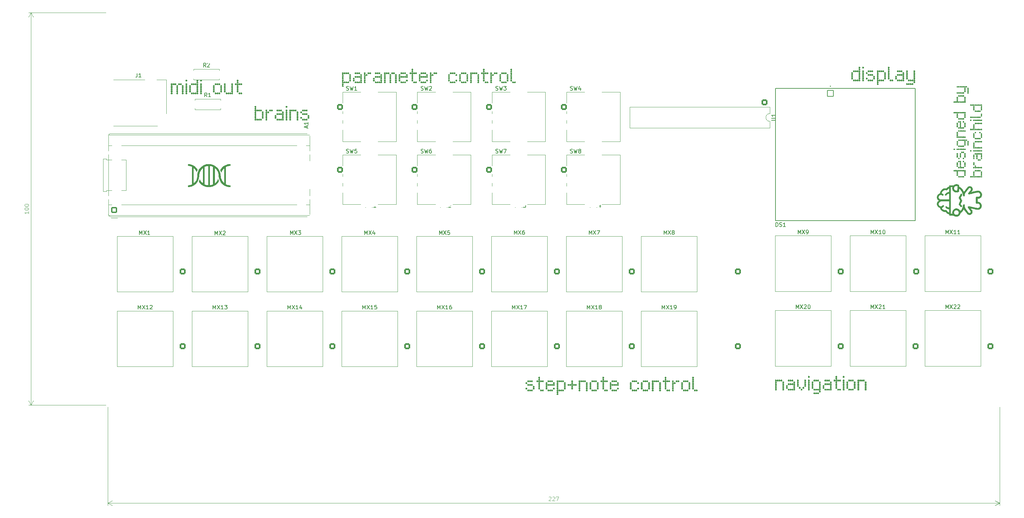
<source format=gbr>
%TF.GenerationSoftware,KiCad,Pcbnew,9.0.4-1.fc42*%
%TF.CreationDate,2025-11-01T05:47:49+00:00*%
%TF.ProjectId,dna,646e612e-6b69-4636-9164-5f7063625858,rev?*%
%TF.SameCoordinates,Original*%
%TF.FileFunction,Legend,Top*%
%TF.FilePolarity,Positive*%
%FSLAX46Y46*%
G04 Gerber Fmt 4.6, Leading zero omitted, Abs format (unit mm)*
G04 Created by KiCad (PCBNEW 9.0.4-1.fc42) date 2025-11-01 05:47:49*
%MOMM*%
%LPD*%
G01*
G04 APERTURE LIST*
G04 Aperture macros list*
%AMRoundRect*
0 Rectangle with rounded corners*
0 $1 Rounding radius*
0 $2 $3 $4 $5 $6 $7 $8 $9 X,Y pos of 4 corners*
0 Add a 4 corners polygon primitive as box body*
4,1,4,$2,$3,$4,$5,$6,$7,$8,$9,$2,$3,0*
0 Add four circle primitives for the rounded corners*
1,1,$1+$1,$2,$3*
1,1,$1+$1,$4,$5*
1,1,$1+$1,$6,$7*
1,1,$1+$1,$8,$9*
0 Add four rect primitives between the rounded corners*
20,1,$1+$1,$2,$3,$4,$5,0*
20,1,$1+$1,$4,$5,$6,$7,0*
20,1,$1+$1,$6,$7,$8,$9,0*
20,1,$1+$1,$8,$9,$2,$3,0*%
%AMFreePoly0*
4,1,37,0.603843,0.796157,0.639018,0.796157,0.711114,0.766294,0.766294,0.711114,0.796157,0.639018,0.796157,0.603843,0.800000,0.600000,0.800000,-0.600000,0.796157,-0.603843,0.796157,-0.639018,0.766294,-0.711114,0.711114,-0.766294,0.639018,-0.796157,0.603843,-0.796157,0.600000,-0.800000,0.000000,-0.800000,0.000000,-0.796148,-0.078414,-0.796148,-0.232228,-0.765552,-0.377117,-0.705537,
-0.507515,-0.618408,-0.618408,-0.507515,-0.705537,-0.377117,-0.765552,-0.232228,-0.796148,-0.078414,-0.796148,0.078414,-0.765552,0.232228,-0.705537,0.377117,-0.618408,0.507515,-0.507515,0.618408,-0.377117,0.705537,-0.232228,0.765552,-0.078414,0.796148,0.000000,0.796148,0.000000,0.800000,0.600000,0.800000,0.603843,0.796157,0.603843,0.796157,$1*%
%AMFreePoly1*
4,1,37,0.000000,0.796148,0.078414,0.796148,0.232228,0.765552,0.377117,0.705537,0.507515,0.618408,0.618408,0.507515,0.705537,0.377117,0.765552,0.232228,0.796148,0.078414,0.796148,-0.078414,0.765552,-0.232228,0.705537,-0.377117,0.618408,-0.507515,0.507515,-0.618408,0.377117,-0.705537,0.232228,-0.765552,0.078414,-0.796148,0.000000,-0.796148,0.000000,-0.800000,-0.600000,-0.800000,
-0.603843,-0.796157,-0.639018,-0.796157,-0.711114,-0.766294,-0.766294,-0.711114,-0.796157,-0.639018,-0.796157,-0.603843,-0.800000,-0.600000,-0.800000,0.600000,-0.796157,0.603843,-0.796157,0.639018,-0.766294,0.711114,-0.711114,0.766294,-0.639018,0.796157,-0.603843,0.796157,-0.600000,0.800000,0.000000,0.800000,0.000000,0.796148,0.000000,0.796148,$1*%
G04 Aperture macros list end*
%ADD10C,0.100000*%
%ADD11C,0.000000*%
%ADD12C,0.150000*%
%ADD13C,0.127000*%
%ADD14C,0.200000*%
%ADD15C,0.120000*%
%ADD16C,3.000000*%
%ADD17RoundRect,0.102000X-0.754000X-0.754000X0.754000X-0.754000X0.754000X0.754000X-0.754000X0.754000X0*%
%ADD18C,1.712000*%
%ADD19RoundRect,0.200000X0.600000X-0.600000X0.600000X0.600000X-0.600000X0.600000X-0.600000X-0.600000X0*%
%ADD20C,1.600000*%
%ADD21FreePoly0,90.000000*%
%ADD22FreePoly1,90.000000*%
%ADD23C,1.750000*%
%ADD24C,4.000000*%
%ADD25C,2.500000*%
%ADD26RoundRect,0.250000X-0.550000X-0.550000X0.550000X-0.550000X0.550000X0.550000X-0.550000X0.550000X0*%
%ADD27O,4.100000X3.000000*%
%ADD28O,3.000000X1.500000*%
%ADD29O,2.500000X3.500000*%
%ADD30O,3.500000X2.500000*%
%ADD31C,5.000000*%
%ADD32RoundRect,0.250000X-0.550000X0.550000X-0.550000X-0.550000X0.550000X-0.550000X0.550000X0.550000X0*%
%ADD33RoundRect,0.250000X0.550000X-0.550000X0.550000X0.550000X-0.550000X0.550000X-0.550000X-0.550000X0*%
G04 APERTURE END LIST*
D10*
X148761905Y-142452657D02*
X148809524Y-142405038D01*
X148809524Y-142405038D02*
X148904762Y-142357419D01*
X148904762Y-142357419D02*
X149142857Y-142357419D01*
X149142857Y-142357419D02*
X149238095Y-142405038D01*
X149238095Y-142405038D02*
X149285714Y-142452657D01*
X149285714Y-142452657D02*
X149333333Y-142547895D01*
X149333333Y-142547895D02*
X149333333Y-142643133D01*
X149333333Y-142643133D02*
X149285714Y-142785990D01*
X149285714Y-142785990D02*
X148714286Y-143357419D01*
X148714286Y-143357419D02*
X149333333Y-143357419D01*
X149714286Y-142452657D02*
X149761905Y-142405038D01*
X149761905Y-142405038D02*
X149857143Y-142357419D01*
X149857143Y-142357419D02*
X150095238Y-142357419D01*
X150095238Y-142357419D02*
X150190476Y-142405038D01*
X150190476Y-142405038D02*
X150238095Y-142452657D01*
X150238095Y-142452657D02*
X150285714Y-142547895D01*
X150285714Y-142547895D02*
X150285714Y-142643133D01*
X150285714Y-142643133D02*
X150238095Y-142785990D01*
X150238095Y-142785990D02*
X149666667Y-143357419D01*
X149666667Y-143357419D02*
X150285714Y-143357419D01*
X150619048Y-142357419D02*
X151285714Y-142357419D01*
X151285714Y-142357419D02*
X150857143Y-143357419D01*
X36500000Y-119500000D02*
X36500000Y-144586420D01*
X263500000Y-144586420D02*
X263500000Y-119500000D01*
X36500000Y-144000000D02*
X263500000Y-144000000D01*
X36500000Y-144000000D02*
X37626504Y-143413579D01*
X36500000Y-144000000D02*
X37626504Y-144586421D01*
X263500000Y-144000000D02*
X262373496Y-144586421D01*
X263500000Y-144000000D02*
X262373496Y-143413579D01*
X16357419Y-69666666D02*
X16357419Y-70238094D01*
X16357419Y-69952380D02*
X15357419Y-69952380D01*
X15357419Y-69952380D02*
X15500276Y-70047618D01*
X15500276Y-70047618D02*
X15595514Y-70142856D01*
X15595514Y-70142856D02*
X15643133Y-70238094D01*
X15357419Y-69047618D02*
X15357419Y-68952380D01*
X15357419Y-68952380D02*
X15405038Y-68857142D01*
X15405038Y-68857142D02*
X15452657Y-68809523D01*
X15452657Y-68809523D02*
X15547895Y-68761904D01*
X15547895Y-68761904D02*
X15738371Y-68714285D01*
X15738371Y-68714285D02*
X15976466Y-68714285D01*
X15976466Y-68714285D02*
X16166942Y-68761904D01*
X16166942Y-68761904D02*
X16262180Y-68809523D01*
X16262180Y-68809523D02*
X16309800Y-68857142D01*
X16309800Y-68857142D02*
X16357419Y-68952380D01*
X16357419Y-68952380D02*
X16357419Y-69047618D01*
X16357419Y-69047618D02*
X16309800Y-69142856D01*
X16309800Y-69142856D02*
X16262180Y-69190475D01*
X16262180Y-69190475D02*
X16166942Y-69238094D01*
X16166942Y-69238094D02*
X15976466Y-69285713D01*
X15976466Y-69285713D02*
X15738371Y-69285713D01*
X15738371Y-69285713D02*
X15547895Y-69238094D01*
X15547895Y-69238094D02*
X15452657Y-69190475D01*
X15452657Y-69190475D02*
X15405038Y-69142856D01*
X15405038Y-69142856D02*
X15357419Y-69047618D01*
X15357419Y-68095237D02*
X15357419Y-67999999D01*
X15357419Y-67999999D02*
X15405038Y-67904761D01*
X15405038Y-67904761D02*
X15452657Y-67857142D01*
X15452657Y-67857142D02*
X15547895Y-67809523D01*
X15547895Y-67809523D02*
X15738371Y-67761904D01*
X15738371Y-67761904D02*
X15976466Y-67761904D01*
X15976466Y-67761904D02*
X16166942Y-67809523D01*
X16166942Y-67809523D02*
X16262180Y-67857142D01*
X16262180Y-67857142D02*
X16309800Y-67904761D01*
X16309800Y-67904761D02*
X16357419Y-67999999D01*
X16357419Y-67999999D02*
X16357419Y-68095237D01*
X16357419Y-68095237D02*
X16309800Y-68190475D01*
X16309800Y-68190475D02*
X16262180Y-68238094D01*
X16262180Y-68238094D02*
X16166942Y-68285713D01*
X16166942Y-68285713D02*
X15976466Y-68333332D01*
X15976466Y-68333332D02*
X15738371Y-68333332D01*
X15738371Y-68333332D02*
X15547895Y-68285713D01*
X15547895Y-68285713D02*
X15452657Y-68238094D01*
X15452657Y-68238094D02*
X15405038Y-68190475D01*
X15405038Y-68190475D02*
X15357419Y-68095237D01*
X36000000Y-19000000D02*
X16413580Y-19000000D01*
X16413580Y-119000000D02*
X36000000Y-119000000D01*
X17000000Y-19000000D02*
X17000000Y-119000000D01*
X17000000Y-19000000D02*
X17586421Y-20126504D01*
X17000000Y-19000000D02*
X16413579Y-20126504D01*
X17000000Y-119000000D02*
X16413579Y-117873496D01*
X17000000Y-119000000D02*
X17586421Y-117873496D01*
D11*
G36*
X252528133Y-62710868D02*
G01*
X252579417Y-62713831D01*
X252630815Y-62719209D01*
X252682018Y-62726910D01*
X252732716Y-62736840D01*
X252782600Y-62748909D01*
X252831361Y-62763023D01*
X252878690Y-62779090D01*
X252924276Y-62797018D01*
X252967812Y-62816716D01*
X253008988Y-62838090D01*
X253047493Y-62861048D01*
X253083020Y-62885499D01*
X253115259Y-62911349D01*
X253143900Y-62938508D01*
X253164165Y-62959933D01*
X253172444Y-62969473D01*
X253179611Y-62978646D01*
X253185758Y-62987765D01*
X253190977Y-62997142D01*
X253195360Y-63007088D01*
X253199000Y-63017916D01*
X253201989Y-63029938D01*
X253204419Y-63043465D01*
X253206382Y-63058811D01*
X253207971Y-63076286D01*
X253209278Y-63096202D01*
X253210395Y-63118873D01*
X253212427Y-63173723D01*
X253219836Y-63345966D01*
X253338369Y-63407084D01*
X253388405Y-63434292D01*
X253439054Y-63464394D01*
X253490105Y-63497204D01*
X253541346Y-63532534D01*
X253592565Y-63570197D01*
X253643550Y-63610007D01*
X253694091Y-63651775D01*
X253743975Y-63695315D01*
X253792991Y-63740439D01*
X253840927Y-63786960D01*
X253887572Y-63834692D01*
X253932714Y-63883446D01*
X253976141Y-63933036D01*
X254017642Y-63983274D01*
X254057005Y-64033974D01*
X254094019Y-64084947D01*
X254114370Y-64114671D01*
X254137369Y-64150146D01*
X254162191Y-64190006D01*
X254188012Y-64232882D01*
X254214006Y-64277408D01*
X254239349Y-64322216D01*
X254263216Y-64365939D01*
X254284783Y-64407209D01*
X254324198Y-64483260D01*
X254357014Y-64546115D01*
X254380108Y-64589524D01*
X254387031Y-64601982D01*
X254389166Y-64605558D01*
X254390352Y-64607234D01*
X254401146Y-64596773D01*
X254429477Y-64564173D01*
X254531110Y-64441936D01*
X254679972Y-64259274D01*
X254860781Y-64034941D01*
X254954793Y-63916784D01*
X255045093Y-63804357D01*
X255129532Y-63700264D01*
X255205963Y-63607110D01*
X255272237Y-63527499D01*
X255326204Y-63464036D01*
X255365716Y-63419326D01*
X255379380Y-63404816D01*
X255388625Y-63395972D01*
X255411697Y-63376737D01*
X255435732Y-63358624D01*
X255460672Y-63341635D01*
X255486459Y-63325774D01*
X255540344Y-63297449D01*
X255596926Y-63273677D01*
X255655743Y-63254484D01*
X255716335Y-63239898D01*
X255778240Y-63229946D01*
X255840996Y-63224654D01*
X255904143Y-63224051D01*
X255967220Y-63228163D01*
X256029765Y-63237018D01*
X256091317Y-63250641D01*
X256151415Y-63269062D01*
X256209597Y-63292306D01*
X256237826Y-63305746D01*
X256265403Y-63320401D01*
X256292270Y-63336276D01*
X256318371Y-63353374D01*
X256339681Y-63368411D01*
X256360538Y-63384331D01*
X256380923Y-63401110D01*
X256400817Y-63418718D01*
X256420201Y-63437129D01*
X256439056Y-63456317D01*
X256457363Y-63476253D01*
X256475103Y-63496910D01*
X256492257Y-63518263D01*
X256508806Y-63540282D01*
X256524731Y-63562942D01*
X256540013Y-63586216D01*
X256554633Y-63610075D01*
X256568572Y-63634493D01*
X256581811Y-63659443D01*
X256594331Y-63684897D01*
X256612219Y-63723574D01*
X256619574Y-63740682D01*
X256625961Y-63756781D01*
X256631447Y-63772229D01*
X256636101Y-63787384D01*
X256639989Y-63802604D01*
X256643180Y-63818247D01*
X256645741Y-63834672D01*
X256647741Y-63852236D01*
X256649247Y-63871297D01*
X256650328Y-63892215D01*
X256651482Y-63941049D01*
X256651746Y-64001603D01*
X256651328Y-64043977D01*
X256649966Y-64083185D01*
X256647497Y-64119664D01*
X256643759Y-64153850D01*
X256638588Y-64186181D01*
X256631821Y-64217092D01*
X256623297Y-64247022D01*
X256612852Y-64276406D01*
X256600324Y-64305681D01*
X256585548Y-64335285D01*
X256568364Y-64365654D01*
X256548608Y-64397225D01*
X256526117Y-64430435D01*
X256500729Y-64465720D01*
X256472280Y-64503517D01*
X256440609Y-64544263D01*
X256417150Y-64573503D01*
X256395667Y-64601071D01*
X256376571Y-64626338D01*
X256360274Y-64648675D01*
X256353305Y-64658548D01*
X256347190Y-64667453D01*
X256341982Y-64675310D01*
X256337731Y-64682041D01*
X256334490Y-64687568D01*
X256332309Y-64691812D01*
X256331632Y-64693428D01*
X256331240Y-64694693D01*
X256331139Y-64695599D01*
X256331336Y-64696134D01*
X256385661Y-64687272D01*
X256525631Y-64658919D01*
X256957803Y-64566489D01*
X257418451Y-64464335D01*
X257698173Y-64397949D01*
X257729651Y-64390441D01*
X257763426Y-64383896D01*
X257799150Y-64378322D01*
X257836472Y-64373727D01*
X257875041Y-64370120D01*
X257914509Y-64367509D01*
X257954524Y-64365902D01*
X257994738Y-64365306D01*
X258034800Y-64365731D01*
X258074359Y-64367184D01*
X258113067Y-64369673D01*
X258150573Y-64373207D01*
X258186528Y-64377793D01*
X258220580Y-64383440D01*
X258252381Y-64390156D01*
X258281579Y-64397949D01*
X258341470Y-64418037D01*
X258400156Y-64442059D01*
X258457431Y-64469825D01*
X258513090Y-64501145D01*
X258566925Y-64535829D01*
X258618731Y-64573687D01*
X258668301Y-64614530D01*
X258715430Y-64658167D01*
X258759910Y-64704408D01*
X258801537Y-64753064D01*
X258840104Y-64803945D01*
X258875404Y-64856861D01*
X258907231Y-64911621D01*
X258935379Y-64968036D01*
X258959643Y-65025917D01*
X258979815Y-65085072D01*
X258989299Y-65118284D01*
X258997605Y-65153780D01*
X259004729Y-65191197D01*
X259010664Y-65230171D01*
X259015405Y-65270339D01*
X259018948Y-65311337D01*
X259021285Y-65352802D01*
X259022413Y-65394370D01*
X259022325Y-65435677D01*
X259021017Y-65476361D01*
X259018482Y-65516057D01*
X259014716Y-65554402D01*
X259009712Y-65591032D01*
X259003465Y-65625584D01*
X258995971Y-65657694D01*
X258987223Y-65686999D01*
X258958430Y-65764784D01*
X258924955Y-65838997D01*
X258886975Y-65909492D01*
X258844671Y-65976127D01*
X258798222Y-66038757D01*
X258747806Y-66097239D01*
X258693603Y-66151429D01*
X258635791Y-66201184D01*
X258574551Y-66246358D01*
X258510060Y-66286810D01*
X258442497Y-66322394D01*
X258372043Y-66352968D01*
X258298876Y-66378386D01*
X258223175Y-66398506D01*
X258145119Y-66413184D01*
X258064887Y-66422276D01*
X257920424Y-66433389D01*
X257920424Y-67187186D01*
X257981543Y-67187186D01*
X258003650Y-67187974D01*
X258028091Y-67190272D01*
X258054550Y-67193987D01*
X258082713Y-67199022D01*
X258112265Y-67205285D01*
X258142891Y-67212678D01*
X258174277Y-67221108D01*
X258206108Y-67230479D01*
X258238069Y-67240697D01*
X258269846Y-67251666D01*
X258301123Y-67263292D01*
X258331587Y-67275479D01*
X258360921Y-67288133D01*
X258388813Y-67301159D01*
X258414946Y-67314461D01*
X258439007Y-67327945D01*
X258484896Y-67356216D01*
X258528789Y-67386449D01*
X258570661Y-67418554D01*
X258610491Y-67452443D01*
X258648257Y-67488027D01*
X258683935Y-67525215D01*
X258717504Y-67563919D01*
X258748942Y-67604050D01*
X258778225Y-67645519D01*
X258805332Y-67688235D01*
X258830239Y-67732111D01*
X258852926Y-67777057D01*
X258873369Y-67822984D01*
X258891546Y-67869802D01*
X258907434Y-67917422D01*
X258921012Y-67965756D01*
X258932256Y-68014714D01*
X258941145Y-68064206D01*
X258947656Y-68114145D01*
X258951767Y-68164439D01*
X258953454Y-68215001D01*
X258952697Y-68265741D01*
X258949472Y-68316569D01*
X258943758Y-68367398D01*
X258935531Y-68418137D01*
X258924769Y-68468697D01*
X258911451Y-68518989D01*
X258895553Y-68568924D01*
X258877053Y-68618413D01*
X258855929Y-68667366D01*
X258832159Y-68715695D01*
X258805720Y-68763310D01*
X258782768Y-68799617D01*
X258757109Y-68835512D01*
X258728944Y-68870842D01*
X258698472Y-68905457D01*
X258665895Y-68939203D01*
X258631414Y-68971929D01*
X258595228Y-69003483D01*
X258557540Y-69033714D01*
X258518550Y-69062468D01*
X258478458Y-69089594D01*
X258437465Y-69114941D01*
X258395772Y-69138356D01*
X258353580Y-69159688D01*
X258311090Y-69178784D01*
X258268502Y-69195492D01*
X258226017Y-69209662D01*
X258139693Y-69233109D01*
X258097095Y-69241396D01*
X258053195Y-69247224D01*
X258006734Y-69250470D01*
X257956452Y-69251008D01*
X257901092Y-69248714D01*
X257839395Y-69243462D01*
X257691952Y-69223588D01*
X257504052Y-69190388D01*
X257265625Y-69142864D01*
X256966600Y-69080016D01*
X256416069Y-68963797D01*
X256247761Y-68928955D01*
X256201589Y-68919781D01*
X256185021Y-68917032D01*
X256185464Y-68918425D01*
X256187437Y-68921840D01*
X256195670Y-68934309D01*
X256227156Y-68978846D01*
X256274616Y-69043871D01*
X256333188Y-69122613D01*
X256400474Y-69212968D01*
X256428720Y-69251560D01*
X256453718Y-69286349D01*
X256475732Y-69317774D01*
X256495025Y-69346274D01*
X256511860Y-69372289D01*
X256526499Y-69396259D01*
X256539208Y-69418622D01*
X256550247Y-69439819D01*
X256559881Y-69460289D01*
X256568374Y-69480471D01*
X256575987Y-69500805D01*
X256582984Y-69521730D01*
X256589628Y-69543687D01*
X256596183Y-69567114D01*
X256608191Y-69621530D01*
X256616455Y-69675670D01*
X256621008Y-69729430D01*
X256621881Y-69782708D01*
X256619109Y-69835399D01*
X256612722Y-69887401D01*
X256602755Y-69938611D01*
X256589238Y-69988925D01*
X256572206Y-70038242D01*
X256551690Y-70086456D01*
X256527724Y-70133467D01*
X256500339Y-70179169D01*
X256469568Y-70223461D01*
X256435443Y-70266239D01*
X256397998Y-70307400D01*
X256357265Y-70346840D01*
X256327634Y-70373012D01*
X256298972Y-70396727D01*
X256270987Y-70418094D01*
X256243391Y-70437216D01*
X256215892Y-70454201D01*
X256188201Y-70469154D01*
X256160027Y-70482180D01*
X256131079Y-70493387D01*
X256101069Y-70502878D01*
X256069704Y-70510761D01*
X256036695Y-70517140D01*
X256001752Y-70522123D01*
X255964584Y-70525814D01*
X255924901Y-70528319D01*
X255882413Y-70529745D01*
X255836830Y-70530197D01*
X255773222Y-70529933D01*
X255746291Y-70529501D01*
X255722116Y-70528779D01*
X255700329Y-70527698D01*
X255680560Y-70526192D01*
X255662441Y-70524192D01*
X255645602Y-70521631D01*
X255629675Y-70518440D01*
X255614290Y-70514552D01*
X255599079Y-70509898D01*
X255583673Y-70504412D01*
X255567702Y-70498025D01*
X255550799Y-70490670D01*
X255532592Y-70482278D01*
X255512715Y-70472782D01*
X255499991Y-70466564D01*
X255486887Y-70459763D01*
X255473501Y-70452447D01*
X255459931Y-70444683D01*
X255446273Y-70436539D01*
X255432627Y-70428083D01*
X255419089Y-70419382D01*
X255405757Y-70410506D01*
X255392730Y-70401521D01*
X255380103Y-70392495D01*
X255367976Y-70383496D01*
X255356446Y-70374593D01*
X255345610Y-70365852D01*
X255335566Y-70357342D01*
X255326413Y-70349130D01*
X255318246Y-70341284D01*
X255294546Y-70315004D01*
X255255392Y-70267172D01*
X255139058Y-70117877D01*
X254985914Y-69915450D01*
X254812628Y-69681943D01*
X254643481Y-69454252D01*
X254504025Y-69267539D01*
X254408671Y-69141250D01*
X254382037Y-69106842D01*
X254371832Y-69094832D01*
X254370797Y-69095515D01*
X254369109Y-69097516D01*
X254363932Y-69105192D01*
X254356629Y-69117296D01*
X254347524Y-69133263D01*
X254336943Y-69152529D01*
X254325212Y-69174530D01*
X254312656Y-69198701D01*
X254299601Y-69224478D01*
X254269582Y-69282561D01*
X254238551Y-69339441D01*
X254206495Y-69395133D01*
X254173399Y-69449651D01*
X254139251Y-69503007D01*
X254104036Y-69555216D01*
X254067742Y-69606291D01*
X254030355Y-69656245D01*
X253991860Y-69705092D01*
X253952245Y-69752846D01*
X253911496Y-69799521D01*
X253869600Y-69845129D01*
X253826542Y-69889684D01*
X253782309Y-69933200D01*
X253736889Y-69975691D01*
X253690266Y-70017170D01*
X253666518Y-70037775D01*
X253645176Y-70056649D01*
X253626086Y-70073972D01*
X253609093Y-70089922D01*
X253594042Y-70104678D01*
X253580780Y-70118419D01*
X253569150Y-70131325D01*
X253559000Y-70143574D01*
X253550173Y-70155346D01*
X253542515Y-70166819D01*
X253535872Y-70178173D01*
X253530090Y-70189587D01*
X253525012Y-70201239D01*
X253520486Y-70213310D01*
X253516355Y-70225977D01*
X253512466Y-70239420D01*
X253498114Y-70285886D01*
X253480214Y-70332733D01*
X253458992Y-70379688D01*
X253434678Y-70426480D01*
X253407499Y-70472838D01*
X253377683Y-70518491D01*
X253345458Y-70563167D01*
X253311052Y-70606595D01*
X253274692Y-70648504D01*
X253236607Y-70688622D01*
X253197024Y-70726679D01*
X253156171Y-70762402D01*
X253114277Y-70795520D01*
X253071569Y-70825763D01*
X253028274Y-70852859D01*
X252984622Y-70876536D01*
X252950499Y-70893107D01*
X252918088Y-70908138D01*
X252887104Y-70921692D01*
X252857262Y-70933835D01*
X252828278Y-70944633D01*
X252799866Y-70954150D01*
X252771742Y-70962452D01*
X252743620Y-70969604D01*
X252715216Y-70975670D01*
X252686245Y-70980716D01*
X252656422Y-70984807D01*
X252625463Y-70988009D01*
X252593082Y-70990385D01*
X252558994Y-70992002D01*
X252522915Y-70992925D01*
X252510489Y-70993019D01*
X252484560Y-70993218D01*
X252437850Y-70992168D01*
X252392777Y-70989683D01*
X252349195Y-70985717D01*
X252306962Y-70980224D01*
X252265934Y-70973157D01*
X252225966Y-70964471D01*
X252186915Y-70954118D01*
X252148638Y-70942054D01*
X252110990Y-70928231D01*
X252073828Y-70912605D01*
X252037007Y-70895128D01*
X252000384Y-70875755D01*
X251963816Y-70854439D01*
X251927158Y-70831135D01*
X251890267Y-70805796D01*
X251852999Y-70778376D01*
X251756691Y-70704293D01*
X251521476Y-70724666D01*
X251478879Y-70727665D01*
X251386882Y-70734143D01*
X251257323Y-70740408D01*
X251135751Y-70743548D01*
X251025118Y-70743649D01*
X250974826Y-70742588D01*
X250928376Y-70740799D01*
X250886136Y-70738294D01*
X250848476Y-70735084D01*
X250815764Y-70731179D01*
X250788370Y-70726590D01*
X250766662Y-70721329D01*
X250751010Y-70715405D01*
X250736450Y-70706883D01*
X250722653Y-70697322D01*
X250709643Y-70686768D01*
X250697444Y-70675267D01*
X250686081Y-70662865D01*
X250675577Y-70649609D01*
X250665958Y-70635544D01*
X250657248Y-70620717D01*
X250649471Y-70605174D01*
X250642652Y-70588961D01*
X250636815Y-70572123D01*
X250631984Y-70554708D01*
X250628185Y-70536761D01*
X250625441Y-70518328D01*
X250623776Y-70499456D01*
X250623216Y-70480191D01*
X250623060Y-70451418D01*
X250622691Y-70439699D01*
X250621972Y-70429548D01*
X250621444Y-70425011D01*
X250620786Y-70420807D01*
X250619981Y-70416917D01*
X250619016Y-70413320D01*
X250617876Y-70409998D01*
X250616547Y-70406929D01*
X250615013Y-70404096D01*
X250613261Y-70401477D01*
X250611275Y-70399054D01*
X250609042Y-70396806D01*
X250606546Y-70394714D01*
X250603773Y-70392759D01*
X250600708Y-70390921D01*
X250597337Y-70389179D01*
X250593645Y-70387515D01*
X250589618Y-70385908D01*
X250580499Y-70382789D01*
X250569864Y-70379664D01*
X250543576Y-70372770D01*
X250500262Y-70360707D01*
X250457165Y-70346765D01*
X250414329Y-70330972D01*
X250371796Y-70313358D01*
X250329610Y-70293954D01*
X250287815Y-70272790D01*
X250267679Y-70261643D01*
X251086237Y-70261643D01*
X251478879Y-70261643D01*
X251467767Y-70209785D01*
X251464833Y-70196303D01*
X251461661Y-70177287D01*
X251458358Y-70153625D01*
X251455034Y-70126210D01*
X251451796Y-70095929D01*
X251448754Y-70063673D01*
X251446015Y-70030332D01*
X251443689Y-69996795D01*
X251442756Y-69972304D01*
X251923658Y-69972304D01*
X251924375Y-70003432D01*
X251926360Y-70033462D01*
X251929636Y-70062049D01*
X251934227Y-70088848D01*
X251940159Y-70113514D01*
X251947456Y-70135703D01*
X251966130Y-70180318D01*
X251987374Y-70222447D01*
X252011107Y-70262037D01*
X252037253Y-70299034D01*
X252065732Y-70333382D01*
X252096466Y-70365029D01*
X252129375Y-70393919D01*
X252164381Y-70419998D01*
X252201406Y-70443212D01*
X252240371Y-70463507D01*
X252281197Y-70480829D01*
X252323805Y-70495123D01*
X252368117Y-70506335D01*
X252414054Y-70514411D01*
X252461538Y-70519296D01*
X252510489Y-70520936D01*
X252531279Y-70520532D01*
X252551965Y-70519325D01*
X252572529Y-70517329D01*
X252592954Y-70514555D01*
X252613224Y-70511017D01*
X252633320Y-70506726D01*
X252653225Y-70501694D01*
X252672923Y-70495933D01*
X252692395Y-70489457D01*
X252711625Y-70482276D01*
X252730596Y-70474404D01*
X252749289Y-70465851D01*
X252767688Y-70456632D01*
X252785775Y-70446757D01*
X252803533Y-70436240D01*
X252820945Y-70425091D01*
X252837993Y-70413324D01*
X252854661Y-70400951D01*
X252870930Y-70387983D01*
X252886784Y-70374434D01*
X252902206Y-70360315D01*
X252917177Y-70345638D01*
X252931681Y-70330416D01*
X252945700Y-70314661D01*
X252959218Y-70298385D01*
X252972216Y-70281600D01*
X252984677Y-70264319D01*
X252996585Y-70246553D01*
X253007922Y-70228316D01*
X253018671Y-70209618D01*
X253028813Y-70190473D01*
X253038333Y-70170893D01*
X253048362Y-70146708D01*
X253056923Y-70120836D01*
X253064024Y-70093499D01*
X253069674Y-70064919D01*
X253073880Y-70035319D01*
X253076652Y-70004921D01*
X253077996Y-69973949D01*
X253077921Y-69942623D01*
X253076436Y-69911168D01*
X253073548Y-69879805D01*
X253069265Y-69848756D01*
X253063597Y-69818245D01*
X253056549Y-69788493D01*
X253048132Y-69759723D01*
X253038353Y-69732158D01*
X253027220Y-69706020D01*
X253016020Y-69682913D01*
X253003969Y-69660482D01*
X252977428Y-69617710D01*
X252947820Y-69577818D01*
X252915372Y-69540924D01*
X252880309Y-69507145D01*
X252842855Y-69476597D01*
X252803236Y-69449396D01*
X252761678Y-69425661D01*
X252718405Y-69405506D01*
X252673642Y-69389050D01*
X252627616Y-69376407D01*
X252580550Y-69367696D01*
X252532670Y-69363033D01*
X252508496Y-69362256D01*
X252484202Y-69362534D01*
X252459817Y-69363883D01*
X252435370Y-69366317D01*
X252410888Y-69369850D01*
X252386399Y-69374497D01*
X252364290Y-69379149D01*
X252341486Y-69384626D01*
X252318683Y-69390710D01*
X252296573Y-69397185D01*
X252275853Y-69403834D01*
X252257216Y-69410439D01*
X252248896Y-69413657D01*
X252241358Y-69416784D01*
X252234687Y-69419791D01*
X252228972Y-69422651D01*
X252211758Y-69432073D01*
X252194227Y-69442897D01*
X252176496Y-69455008D01*
X252158680Y-69468288D01*
X252140896Y-69482620D01*
X252123262Y-69497888D01*
X252105894Y-69513976D01*
X252088908Y-69530766D01*
X252072422Y-69548143D01*
X252056551Y-69565989D01*
X252041413Y-69584187D01*
X252027124Y-69602621D01*
X252013801Y-69621175D01*
X252001560Y-69639732D01*
X251990519Y-69658174D01*
X251980793Y-69676386D01*
X251980794Y-69676387D01*
X251970184Y-69699553D01*
X251960598Y-69725065D01*
X251952059Y-69752580D01*
X251944591Y-69781753D01*
X251938220Y-69812238D01*
X251932969Y-69843693D01*
X251928863Y-69875771D01*
X251925926Y-69908128D01*
X251924183Y-69940421D01*
X251923658Y-69972304D01*
X251442756Y-69972304D01*
X251441545Y-69940496D01*
X251442359Y-69884857D01*
X251446059Y-69829951D01*
X251452577Y-69775851D01*
X251461842Y-69722632D01*
X251473784Y-69670367D01*
X251488332Y-69619129D01*
X251505416Y-69568993D01*
X251524966Y-69520031D01*
X251546913Y-69472318D01*
X251571185Y-69425926D01*
X251597713Y-69380930D01*
X251626426Y-69337404D01*
X251657254Y-69295419D01*
X251690127Y-69255052D01*
X251724975Y-69216374D01*
X251761727Y-69179459D01*
X251800314Y-69144382D01*
X251840664Y-69111215D01*
X251882709Y-69080032D01*
X251926378Y-69050907D01*
X251971600Y-69023914D01*
X252018305Y-68999125D01*
X252066424Y-68976616D01*
X252115885Y-68956458D01*
X252166619Y-68938726D01*
X252218556Y-68923494D01*
X252271625Y-68910834D01*
X252325756Y-68900821D01*
X252380879Y-68893528D01*
X252436924Y-68889029D01*
X252493821Y-68887397D01*
X252550224Y-68888185D01*
X252604902Y-68891268D01*
X252657953Y-68896684D01*
X252709473Y-68904471D01*
X252759560Y-68914668D01*
X252808313Y-68927311D01*
X252855829Y-68942440D01*
X252902205Y-68960092D01*
X252947539Y-68980305D01*
X252991930Y-69003116D01*
X253035474Y-69028565D01*
X253078269Y-69056689D01*
X253120413Y-69087526D01*
X253162003Y-69121114D01*
X253203138Y-69157491D01*
X253243914Y-69196695D01*
X253257879Y-69210938D01*
X253271938Y-69225815D01*
X253300027Y-69257062D01*
X253327551Y-69289611D01*
X253353882Y-69322637D01*
X253378389Y-69355316D01*
X253400444Y-69386823D01*
X253410355Y-69401880D01*
X253419417Y-69416334D01*
X253427551Y-69430082D01*
X253434679Y-69443022D01*
X253497649Y-69559704D01*
X253560620Y-69489325D01*
X253609513Y-69431865D01*
X253656849Y-69371356D01*
X253702589Y-69307873D01*
X253746697Y-69241493D01*
X253789133Y-69172291D01*
X253829859Y-69100344D01*
X253868839Y-69025727D01*
X253906034Y-68948516D01*
X253941405Y-68868788D01*
X253974915Y-68786618D01*
X254006526Y-68702082D01*
X254036200Y-68615257D01*
X254063899Y-68526218D01*
X254089585Y-68435041D01*
X254113220Y-68341802D01*
X254134766Y-68246577D01*
X254143917Y-68204393D01*
X254152675Y-68165906D01*
X254161124Y-68130909D01*
X254169347Y-68099191D01*
X254177430Y-68070545D01*
X254185456Y-68044761D01*
X254193508Y-68021630D01*
X254197571Y-68010995D01*
X254201672Y-68000944D01*
X254205822Y-67991452D01*
X254210031Y-67982493D01*
X254214311Y-67974041D01*
X254218670Y-67966069D01*
X254223121Y-67958552D01*
X254227672Y-67951463D01*
X254232336Y-67944776D01*
X254237122Y-67938465D01*
X254242041Y-67932504D01*
X254247104Y-67926868D01*
X254252321Y-67921528D01*
X254257701Y-67916461D01*
X254263257Y-67911639D01*
X254268999Y-67907036D01*
X254274936Y-67902627D01*
X254281080Y-67898385D01*
X254290468Y-67892611D01*
X254300205Y-67887436D01*
X254310261Y-67882855D01*
X254320607Y-67878859D01*
X254331212Y-67875440D01*
X254342046Y-67872592D01*
X254353078Y-67870307D01*
X254364279Y-67868578D01*
X254375619Y-67867397D01*
X254387067Y-67866756D01*
X254398592Y-67866648D01*
X254410166Y-67867066D01*
X254421757Y-67868002D01*
X254433335Y-67869449D01*
X254444871Y-67871399D01*
X254456334Y-67873845D01*
X254467694Y-67876779D01*
X254478920Y-67880194D01*
X254489983Y-67884083D01*
X254500853Y-67888437D01*
X254511498Y-67893250D01*
X254521890Y-67898514D01*
X254531997Y-67904222D01*
X254541790Y-67910366D01*
X254551239Y-67916938D01*
X254560312Y-67923932D01*
X254568981Y-67931339D01*
X254577215Y-67939153D01*
X254584983Y-67947365D01*
X254592256Y-67955969D01*
X254599004Y-67964957D01*
X254605195Y-67974321D01*
X254610495Y-67983019D01*
X254615295Y-67991818D01*
X254619617Y-68000817D01*
X254623484Y-68010118D01*
X254626917Y-68019820D01*
X254629938Y-68030024D01*
X254632567Y-68040830D01*
X254634828Y-68052339D01*
X254636742Y-68064652D01*
X254638330Y-68077867D01*
X254639614Y-68092086D01*
X254640616Y-68107410D01*
X254641860Y-68141771D01*
X254642236Y-68181754D01*
X254642706Y-68215321D01*
X254644081Y-68250527D01*
X254649355Y-68324596D01*
X254657668Y-68401443D01*
X254668629Y-68478550D01*
X254681846Y-68553400D01*
X254696931Y-68623476D01*
X254705051Y-68655936D01*
X254713491Y-68686259D01*
X254722203Y-68714128D01*
X254731137Y-68739231D01*
X254745121Y-68766473D01*
X254772172Y-68810623D01*
X254810769Y-68869488D01*
X254859393Y-68940876D01*
X254980647Y-69112455D01*
X255123778Y-69307820D01*
X255398813Y-69679163D01*
X255499867Y-69816217D01*
X255557166Y-69894931D01*
X255574987Y-69919045D01*
X255593039Y-69941385D01*
X255611335Y-69961956D01*
X255629889Y-69980763D01*
X255648714Y-69997813D01*
X255667824Y-70013110D01*
X255687232Y-70026659D01*
X255706952Y-70038467D01*
X255726998Y-70048539D01*
X255747383Y-70056880D01*
X255768121Y-70063495D01*
X255789225Y-70068390D01*
X255810709Y-70071570D01*
X255832587Y-70073042D01*
X255854871Y-70072809D01*
X255877576Y-70070879D01*
X255894241Y-70068534D01*
X255910542Y-70065335D01*
X255926458Y-70061311D01*
X255941972Y-70056485D01*
X255957065Y-70050885D01*
X255971720Y-70044537D01*
X255985918Y-70037466D01*
X255999640Y-70029699D01*
X256012868Y-70021262D01*
X256025584Y-70012180D01*
X256037770Y-70002481D01*
X256049407Y-69992190D01*
X256060477Y-69981334D01*
X256070962Y-69969938D01*
X256080843Y-69958028D01*
X256090102Y-69945631D01*
X256098721Y-69932773D01*
X256106682Y-69919480D01*
X256113965Y-69905778D01*
X256120553Y-69891693D01*
X256126428Y-69877251D01*
X256131571Y-69862479D01*
X256135964Y-69847402D01*
X256139588Y-69832047D01*
X256142425Y-69816439D01*
X256144458Y-69800605D01*
X256145667Y-69784571D01*
X256146034Y-69768363D01*
X256145541Y-69752007D01*
X256144170Y-69735530D01*
X256141902Y-69718957D01*
X256138720Y-69702314D01*
X256135810Y-69691957D01*
X256130544Y-69678928D01*
X256112906Y-69644755D01*
X256085718Y-69599599D01*
X256048894Y-69543266D01*
X256002345Y-69475560D01*
X255945987Y-69396286D01*
X255879732Y-69305248D01*
X255803492Y-69202252D01*
X255675981Y-69029885D01*
X255579332Y-68898799D01*
X255541157Y-68846716D01*
X255508989Y-68802527D01*
X255482258Y-68765425D01*
X255460394Y-68734601D01*
X255442827Y-68709246D01*
X255428988Y-68688552D01*
X255423288Y-68679700D01*
X255418307Y-68671710D01*
X255413972Y-68664482D01*
X255410214Y-68657913D01*
X255406960Y-68651903D01*
X255404140Y-68646351D01*
X255401681Y-68641155D01*
X255399514Y-68636216D01*
X255395767Y-68626699D01*
X255392330Y-68616993D01*
X255389570Y-68606456D01*
X255387530Y-68595700D01*
X255386189Y-68584757D01*
X255385529Y-68573657D01*
X255385531Y-68562433D01*
X255386177Y-68551116D01*
X255387446Y-68539736D01*
X255389320Y-68528325D01*
X255391780Y-68516914D01*
X255394807Y-68505534D01*
X255398383Y-68494216D01*
X255402487Y-68482992D01*
X255407101Y-68471893D01*
X255412207Y-68460950D01*
X255417784Y-68450194D01*
X255423815Y-68439656D01*
X255430280Y-68429368D01*
X255437159Y-68419361D01*
X255444435Y-68409666D01*
X255452088Y-68400314D01*
X255460099Y-68391336D01*
X255468449Y-68382764D01*
X255477120Y-68374629D01*
X255486091Y-68366962D01*
X255495345Y-68359794D01*
X255504862Y-68353156D01*
X255514623Y-68347080D01*
X255524609Y-68341597D01*
X255534801Y-68336738D01*
X255545181Y-68332534D01*
X255555729Y-68329016D01*
X255566426Y-68326216D01*
X255595987Y-68327247D01*
X255658104Y-68335853D01*
X255878965Y-68375528D01*
X256226925Y-68444721D01*
X256699901Y-68542910D01*
X257101723Y-68627060D01*
X257267997Y-68661207D01*
X257413474Y-68690353D01*
X257539872Y-68714714D01*
X257648913Y-68734503D01*
X257742315Y-68749935D01*
X257783690Y-68756084D01*
X257821800Y-68761224D01*
X257856861Y-68765382D01*
X257889088Y-68768585D01*
X257918695Y-68770859D01*
X257945897Y-68772232D01*
X257970910Y-68772729D01*
X257993949Y-68772379D01*
X258015229Y-68771207D01*
X258034964Y-68769240D01*
X258053369Y-68766506D01*
X258070661Y-68763031D01*
X258087052Y-68758841D01*
X258102760Y-68753964D01*
X258117998Y-68748427D01*
X258132982Y-68742255D01*
X258163046Y-68728118D01*
X258201082Y-68707729D01*
X258236707Y-68685204D01*
X258269919Y-68660686D01*
X258300715Y-68634317D01*
X258329094Y-68606240D01*
X258355054Y-68576598D01*
X258378593Y-68545534D01*
X258399708Y-68513190D01*
X258418397Y-68479709D01*
X258434659Y-68445235D01*
X258448492Y-68409909D01*
X258459893Y-68373875D01*
X258468861Y-68337275D01*
X258475392Y-68300252D01*
X258479487Y-68262949D01*
X258481141Y-68225509D01*
X258480354Y-68188074D01*
X258477123Y-68150788D01*
X258471447Y-68113792D01*
X258463322Y-68077230D01*
X258452748Y-68041245D01*
X258439722Y-68005979D01*
X258424242Y-67971575D01*
X258406306Y-67938176D01*
X258385911Y-67905924D01*
X258363057Y-67874963D01*
X258337741Y-67845435D01*
X258309961Y-67817483D01*
X258279714Y-67791250D01*
X258247000Y-67766878D01*
X258211815Y-67744510D01*
X258174158Y-67724289D01*
X258150772Y-67713412D01*
X258127715Y-67703688D01*
X258104793Y-67695099D01*
X258081814Y-67687624D01*
X258058586Y-67681245D01*
X258034915Y-67675943D01*
X258010609Y-67671700D01*
X257985477Y-67668495D01*
X257959324Y-67666311D01*
X257931958Y-67665128D01*
X257903187Y-67664926D01*
X257872818Y-67665688D01*
X257840658Y-67667394D01*
X257806515Y-67670025D01*
X257731510Y-67677987D01*
X257605568Y-67692804D01*
X257531485Y-67618720D01*
X257457403Y-67542785D01*
X257457403Y-66062971D01*
X257500000Y-66000000D01*
X257512157Y-65983417D01*
X257525024Y-65968395D01*
X257538619Y-65954930D01*
X257552957Y-65943019D01*
X257568055Y-65932661D01*
X257583929Y-65923851D01*
X257600595Y-65916588D01*
X257618069Y-65910869D01*
X257636369Y-65906690D01*
X257655509Y-65904050D01*
X257675507Y-65902945D01*
X257696378Y-65903373D01*
X257718139Y-65905332D01*
X257740806Y-65908818D01*
X257764396Y-65913828D01*
X257788924Y-65920361D01*
X257831882Y-65931519D01*
X257874569Y-65940003D01*
X257916886Y-65945827D01*
X257958737Y-65949010D01*
X258000024Y-65949566D01*
X258040649Y-65947512D01*
X258080514Y-65942865D01*
X258119521Y-65935640D01*
X258157574Y-65925854D01*
X258194574Y-65913523D01*
X258230424Y-65898664D01*
X258265026Y-65881293D01*
X258298282Y-65861425D01*
X258330095Y-65839078D01*
X258360367Y-65814268D01*
X258389000Y-65787010D01*
X258408368Y-65766717D01*
X258426226Y-65746731D01*
X258442624Y-65726924D01*
X258457614Y-65707168D01*
X258471247Y-65687337D01*
X258483575Y-65667302D01*
X258494650Y-65646935D01*
X258504523Y-65626111D01*
X258513246Y-65604700D01*
X258520870Y-65582576D01*
X258527447Y-65559611D01*
X258533028Y-65535677D01*
X258537665Y-65510647D01*
X258541410Y-65484394D01*
X258544313Y-65456789D01*
X258546427Y-65427706D01*
X258547809Y-65392051D01*
X258547762Y-65357942D01*
X258546244Y-65325277D01*
X258543215Y-65293951D01*
X258538634Y-65263863D01*
X258532460Y-65234909D01*
X258524654Y-65206986D01*
X258515173Y-65179990D01*
X258503978Y-65153820D01*
X258491027Y-65128371D01*
X258476281Y-65103541D01*
X258459697Y-65079226D01*
X258441236Y-65055323D01*
X258420858Y-65031730D01*
X258398520Y-65008343D01*
X258374183Y-64985059D01*
X258350664Y-64964391D01*
X258327284Y-64945427D01*
X258303963Y-64928134D01*
X258280624Y-64912480D01*
X258257187Y-64898432D01*
X258233573Y-64885958D01*
X258209705Y-64875024D01*
X258185502Y-64865599D01*
X258160888Y-64857650D01*
X258135782Y-64851145D01*
X258110106Y-64846050D01*
X258083782Y-64842333D01*
X258056731Y-64839962D01*
X258028875Y-64838904D01*
X258000133Y-64839126D01*
X257970429Y-64840597D01*
X257925495Y-64846768D01*
X257841189Y-64861838D01*
X257574084Y-64914680D01*
X257208355Y-64991136D01*
X256783245Y-65083219D01*
X256473455Y-65150564D01*
X256226693Y-65203518D01*
X256035495Y-65243493D01*
X255958398Y-65259055D01*
X255892392Y-65271901D01*
X255836544Y-65282207D01*
X255789920Y-65290150D01*
X255751587Y-65295907D01*
X255720612Y-65299653D01*
X255696061Y-65301565D01*
X255677001Y-65301820D01*
X255669238Y-65301380D01*
X255662499Y-65300593D01*
X255656665Y-65299479D01*
X255651621Y-65298061D01*
X255641308Y-65294347D01*
X255631213Y-65290162D01*
X255621347Y-65285522D01*
X255611722Y-65280445D01*
X255602349Y-65274947D01*
X255593240Y-65269045D01*
X255584406Y-65262758D01*
X255575859Y-65256100D01*
X255559673Y-65241743D01*
X255544772Y-65226112D01*
X255531249Y-65209341D01*
X255519197Y-65191566D01*
X255508708Y-65172923D01*
X255499873Y-65153548D01*
X255496106Y-65143628D01*
X255492786Y-65133576D01*
X255489926Y-65123408D01*
X255487538Y-65113142D01*
X255485633Y-65102795D01*
X255484222Y-65092383D01*
X255483317Y-65081924D01*
X255482930Y-65071434D01*
X255483071Y-65060931D01*
X255483754Y-65050431D01*
X255484988Y-65039951D01*
X255486786Y-65029509D01*
X255489433Y-65020807D01*
X255494592Y-65009288D01*
X255512426Y-64977824D01*
X255540243Y-64935161D01*
X255578001Y-64881342D01*
X255625656Y-64816411D01*
X255683165Y-64740410D01*
X255750484Y-64653384D01*
X255827569Y-64555376D01*
X255890855Y-64476110D01*
X255946917Y-64405252D01*
X255996125Y-64342137D01*
X256038852Y-64286100D01*
X256075469Y-64236477D01*
X256106348Y-64192602D01*
X256119752Y-64172613D01*
X256131860Y-64153812D01*
X256142721Y-64136116D01*
X256152378Y-64119441D01*
X256160881Y-64103706D01*
X256168274Y-64088825D01*
X256174604Y-64074718D01*
X256179917Y-64061300D01*
X256184261Y-64048488D01*
X256187682Y-64036199D01*
X256190225Y-64024351D01*
X256191938Y-64012860D01*
X256192867Y-64001642D01*
X256193058Y-63990616D01*
X256192558Y-63979698D01*
X256191413Y-63968804D01*
X256189670Y-63957852D01*
X256187376Y-63946759D01*
X256181317Y-63923815D01*
X256175243Y-63905858D01*
X256168163Y-63888465D01*
X256160127Y-63871656D01*
X256151181Y-63855451D01*
X256141374Y-63839871D01*
X256130753Y-63824938D01*
X256119367Y-63810671D01*
X256107263Y-63797092D01*
X256094488Y-63784221D01*
X256081092Y-63772079D01*
X256067120Y-63760686D01*
X256052623Y-63750063D01*
X256037646Y-63740231D01*
X256022238Y-63731211D01*
X256006447Y-63723023D01*
X255990321Y-63715687D01*
X255973907Y-63709226D01*
X255957254Y-63703658D01*
X255940408Y-63699006D01*
X255923418Y-63695289D01*
X255906332Y-63692529D01*
X255889198Y-63690745D01*
X255872062Y-63689960D01*
X255854974Y-63690192D01*
X255837981Y-63691464D01*
X255821131Y-63693796D01*
X255804471Y-63697208D01*
X255788050Y-63701721D01*
X255771915Y-63707356D01*
X255756114Y-63714133D01*
X255740694Y-63722074D01*
X255725705Y-63731199D01*
X255707220Y-63749358D01*
X255671242Y-63789655D01*
X255555313Y-63926593D01*
X255394934Y-64121872D01*
X255207121Y-64355351D01*
X255051612Y-64550268D01*
X254988434Y-64629848D01*
X254933997Y-64698912D01*
X254887569Y-64758514D01*
X254848418Y-64809705D01*
X254815810Y-64853538D01*
X254789014Y-64891066D01*
X254777566Y-64907795D01*
X254767296Y-64923342D01*
X254758113Y-64937839D01*
X254749925Y-64951418D01*
X254742640Y-64964210D01*
X254736167Y-64976347D01*
X254730414Y-64987960D01*
X254725291Y-64999181D01*
X254720704Y-65010142D01*
X254716563Y-65020974D01*
X254709251Y-65042778D01*
X254702623Y-65065645D01*
X254695947Y-65090628D01*
X254687724Y-65123741D01*
X254679827Y-65162454D01*
X254672408Y-65205421D01*
X254665618Y-65251297D01*
X254659610Y-65298735D01*
X254654535Y-65346389D01*
X254650545Y-65392916D01*
X254647792Y-65436968D01*
X254645213Y-65480767D01*
X254641744Y-65522742D01*
X254637537Y-65562114D01*
X254632744Y-65598099D01*
X254627517Y-65629917D01*
X254624788Y-65644019D01*
X254622008Y-65656787D01*
X254619195Y-65668122D01*
X254616368Y-65677927D01*
X254613547Y-65686104D01*
X254610750Y-65692555D01*
X254603806Y-65705240D01*
X254596194Y-65717248D01*
X254587951Y-65728573D01*
X254579117Y-65739212D01*
X254569727Y-65749158D01*
X254559820Y-65758408D01*
X254549434Y-65766957D01*
X254538606Y-65774799D01*
X254527374Y-65781931D01*
X254515775Y-65788347D01*
X254503847Y-65794043D01*
X254491628Y-65799014D01*
X254479155Y-65803255D01*
X254466466Y-65806761D01*
X254453598Y-65809528D01*
X254440590Y-65811551D01*
X254427479Y-65812826D01*
X254414303Y-65813347D01*
X254401098Y-65813109D01*
X254387904Y-65812109D01*
X254374757Y-65810340D01*
X254361695Y-65807799D01*
X254348756Y-65804481D01*
X254335977Y-65800381D01*
X254323396Y-65795494D01*
X254311051Y-65789816D01*
X254298979Y-65783341D01*
X254287218Y-65776065D01*
X254275806Y-65767984D01*
X254264781Y-65759092D01*
X254254179Y-65749385D01*
X254244038Y-65738857D01*
X254235061Y-65728902D01*
X254226827Y-65719030D01*
X254219255Y-65709023D01*
X254212264Y-65698661D01*
X254205771Y-65687723D01*
X254199697Y-65675991D01*
X254193959Y-65663244D01*
X254188476Y-65649262D01*
X254183166Y-65633827D01*
X254177949Y-65616717D01*
X254172743Y-65597714D01*
X254167466Y-65576597D01*
X254156375Y-65527144D01*
X254144026Y-65466601D01*
X254120792Y-65357408D01*
X254094891Y-65250779D01*
X254066392Y-65146847D01*
X254035361Y-65045744D01*
X254001866Y-64947604D01*
X253965976Y-64852560D01*
X253927759Y-64760744D01*
X253887281Y-64672289D01*
X253844611Y-64587329D01*
X253799817Y-64505996D01*
X253752966Y-64428423D01*
X253704127Y-64354743D01*
X253653367Y-64285090D01*
X253600754Y-64219596D01*
X253546356Y-64158393D01*
X253490240Y-64101616D01*
X253451065Y-64065424D01*
X253409848Y-64028777D01*
X253368546Y-63993302D01*
X253329109Y-63960626D01*
X253293493Y-63932378D01*
X253277728Y-63920423D01*
X253263650Y-63910186D01*
X253251504Y-63901869D01*
X253241533Y-63895677D01*
X253233983Y-63891812D01*
X253231192Y-63890816D01*
X253229097Y-63890479D01*
X253228035Y-63892144D01*
X253226937Y-63897033D01*
X253224669Y-63915829D01*
X253222358Y-63945564D01*
X253220068Y-63984935D01*
X253215814Y-64087378D01*
X253212428Y-64212741D01*
X253206872Y-64536856D01*
X253153162Y-64592418D01*
X253114124Y-64628601D01*
X253069623Y-64662066D01*
X253020227Y-64692699D01*
X252966507Y-64720385D01*
X252909032Y-64745011D01*
X252848371Y-64766463D01*
X252785096Y-64784627D01*
X252719775Y-64799388D01*
X252652978Y-64810634D01*
X252585274Y-64818249D01*
X252517235Y-64822121D01*
X252502855Y-64822124D01*
X252449428Y-64822134D01*
X252382425Y-64818176D01*
X252316795Y-64810132D01*
X252253107Y-64797888D01*
X252191931Y-64781331D01*
X252147985Y-64766275D01*
X252105067Y-64749612D01*
X252063208Y-64731383D01*
X252022436Y-64711632D01*
X251944276Y-64667726D01*
X251870826Y-64618232D01*
X251802324Y-64563485D01*
X251739009Y-64503822D01*
X251681121Y-64439580D01*
X251628897Y-64371094D01*
X251582577Y-64298702D01*
X251542399Y-64222740D01*
X251508602Y-64143543D01*
X251481425Y-64061449D01*
X251461106Y-63976794D01*
X251453594Y-63933611D01*
X251447885Y-63889914D01*
X251444010Y-63845745D01*
X251442381Y-63809606D01*
X251922534Y-63809606D01*
X251923148Y-63837145D01*
X251924803Y-63863088D01*
X251927532Y-63887053D01*
X251931368Y-63908658D01*
X251936344Y-63927520D01*
X251946162Y-63955545D01*
X251957505Y-63983296D01*
X251970292Y-64010673D01*
X251984440Y-64037575D01*
X251999869Y-64063901D01*
X252016497Y-64089552D01*
X252034243Y-64114428D01*
X252053025Y-64138427D01*
X252072762Y-64161449D01*
X252093373Y-64183394D01*
X252114776Y-64204161D01*
X252136889Y-64223651D01*
X252159633Y-64241763D01*
X252182924Y-64258396D01*
X252206682Y-64273450D01*
X252230825Y-64286825D01*
X252250780Y-64296501D01*
X252272308Y-64305374D01*
X252295204Y-64313423D01*
X252319262Y-64320625D01*
X252344274Y-64326959D01*
X252370035Y-64332403D01*
X252396338Y-64336936D01*
X252422978Y-64340535D01*
X252449749Y-64343179D01*
X252476443Y-64344847D01*
X252502855Y-64345516D01*
X252528779Y-64345165D01*
X252554008Y-64343773D01*
X252578336Y-64341317D01*
X252601558Y-64337775D01*
X252623467Y-64333127D01*
X252725331Y-64307198D01*
X252730887Y-63768241D01*
X252734592Y-63227433D01*
X252677177Y-63207060D01*
X252658117Y-63201306D01*
X252637209Y-63196537D01*
X252614690Y-63192739D01*
X252590795Y-63189899D01*
X252565760Y-63188003D01*
X252539823Y-63187038D01*
X252513218Y-63186990D01*
X252486181Y-63187845D01*
X252458949Y-63189590D01*
X252431758Y-63192211D01*
X252404844Y-63195695D01*
X252378442Y-63200028D01*
X252352789Y-63205197D01*
X252328121Y-63211187D01*
X252304674Y-63217987D01*
X252282683Y-63225581D01*
X252259453Y-63235031D01*
X252236352Y-63245964D01*
X252213469Y-63258304D01*
X252190889Y-63271970D01*
X252168700Y-63286884D01*
X252146989Y-63302967D01*
X252125842Y-63320141D01*
X252105346Y-63338326D01*
X252085588Y-63357445D01*
X252066655Y-63377419D01*
X252048633Y-63398169D01*
X252031610Y-63419615D01*
X252015672Y-63441681D01*
X252000906Y-63464286D01*
X251987399Y-63487352D01*
X251975237Y-63510801D01*
X251975238Y-63510802D01*
X251966540Y-63530641D01*
X251958525Y-63553092D01*
X251951227Y-63577774D01*
X251944678Y-63604303D01*
X251938910Y-63632297D01*
X251933956Y-63661374D01*
X251929849Y-63691151D01*
X251926620Y-63721245D01*
X251924303Y-63751274D01*
X251922931Y-63780855D01*
X251922534Y-63809606D01*
X251442381Y-63809606D01*
X251442000Y-63801146D01*
X251441882Y-63756159D01*
X251443689Y-63710826D01*
X251445935Y-63677456D01*
X251448464Y-63644585D01*
X251451209Y-63613060D01*
X251454107Y-63583727D01*
X251457091Y-63557433D01*
X251460097Y-63535023D01*
X251463060Y-63517345D01*
X251464505Y-63510545D01*
X251465914Y-63505245D01*
X251469810Y-63491796D01*
X251470631Y-63486355D01*
X251470342Y-63481689D01*
X251469697Y-63479629D01*
X251468675Y-63477740D01*
X251467240Y-63476015D01*
X251465361Y-63474447D01*
X251460131Y-63471751D01*
X251452718Y-63469593D01*
X251442852Y-63467911D01*
X251430265Y-63466648D01*
X251414688Y-63465743D01*
X251395853Y-63465136D01*
X251347334Y-63464579D01*
X251282558Y-63464499D01*
X251086237Y-63464498D01*
X251086237Y-70261643D01*
X250267679Y-70261643D01*
X250246455Y-70249894D01*
X250205571Y-70225298D01*
X250165209Y-70199030D01*
X250125411Y-70171121D01*
X250086220Y-70141600D01*
X250047681Y-70110497D01*
X250009837Y-70077843D01*
X249972730Y-70043667D01*
X249936404Y-70007998D01*
X249900904Y-69970868D01*
X249875126Y-69942150D01*
X249850955Y-69914755D01*
X249828954Y-69889315D01*
X249809688Y-69866457D01*
X249793721Y-69846811D01*
X249787151Y-69838389D01*
X249781618Y-69831006D01*
X249777191Y-69824742D01*
X249773942Y-69819673D01*
X249771940Y-69815880D01*
X249771430Y-69814486D01*
X249771258Y-69813441D01*
X249771112Y-69812746D01*
X249770682Y-69812053D01*
X249768993Y-69810677D01*
X249766252Y-69809322D01*
X249762518Y-69808000D01*
X249757851Y-69806721D01*
X249752310Y-69805497D01*
X249738846Y-69803254D01*
X249722604Y-69801359D01*
X249704062Y-69799897D01*
X249683696Y-69798957D01*
X249661985Y-69798624D01*
X249606768Y-69797381D01*
X249551607Y-69793695D01*
X249496589Y-69787629D01*
X249441804Y-69779246D01*
X249387339Y-69768610D01*
X249333282Y-69755784D01*
X249279721Y-69740832D01*
X249226745Y-69723817D01*
X249174442Y-69704803D01*
X249122900Y-69683852D01*
X249072207Y-69661029D01*
X249022452Y-69636397D01*
X248973722Y-69610018D01*
X248926105Y-69581958D01*
X248879691Y-69552278D01*
X248834567Y-69521043D01*
X248790820Y-69488316D01*
X248748541Y-69454160D01*
X248707815Y-69418638D01*
X248668733Y-69381815D01*
X248631381Y-69343753D01*
X248595849Y-69304516D01*
X248562223Y-69264168D01*
X248530593Y-69222771D01*
X248501047Y-69180389D01*
X248473673Y-69137086D01*
X248448558Y-69092925D01*
X248425792Y-69047970D01*
X248405461Y-69002283D01*
X248387656Y-68955928D01*
X248372463Y-68908970D01*
X248359970Y-68861470D01*
X248352406Y-68830744D01*
X248348897Y-68818097D01*
X248345298Y-68807007D01*
X248341406Y-68797284D01*
X248339287Y-68792877D01*
X248337018Y-68788739D01*
X248334574Y-68784849D01*
X248331930Y-68781182D01*
X248329060Y-68777714D01*
X248325938Y-68774422D01*
X248322540Y-68771282D01*
X248318840Y-68768270D01*
X248314812Y-68765362D01*
X248310431Y-68762535D01*
X248300508Y-68757029D01*
X248288868Y-68751560D01*
X248275307Y-68745940D01*
X248259621Y-68739977D01*
X248221064Y-68726268D01*
X248163196Y-68703003D01*
X248106430Y-68675064D01*
X248050999Y-68642724D01*
X247997136Y-68606258D01*
X247945074Y-68565940D01*
X247895047Y-68522043D01*
X247847288Y-68474841D01*
X247802030Y-68424610D01*
X247759507Y-68371621D01*
X247719953Y-68316151D01*
X247683599Y-68258471D01*
X247650680Y-68198858D01*
X247621429Y-68137584D01*
X247596080Y-68074924D01*
X247574865Y-68011152D01*
X247558018Y-67946541D01*
X247550844Y-67911997D01*
X247544942Y-67877486D01*
X247540307Y-67843028D01*
X247536929Y-67808647D01*
X247534802Y-67774364D01*
X247533941Y-67741035D01*
X247980058Y-67741035D01*
X247980312Y-67766192D01*
X247981827Y-67791052D01*
X247984612Y-67815512D01*
X247988675Y-67839463D01*
X247994023Y-67862802D01*
X248000666Y-67885422D01*
X248018170Y-67933491D01*
X248038605Y-67979661D01*
X248061774Y-68023769D01*
X248087482Y-68065653D01*
X248115535Y-68105149D01*
X248145736Y-68142095D01*
X248177891Y-68176327D01*
X248211804Y-68207684D01*
X248247279Y-68236003D01*
X248284122Y-68261120D01*
X248302995Y-68272427D01*
X248322136Y-68282873D01*
X248341522Y-68292437D01*
X248361128Y-68301099D01*
X248380929Y-68308838D01*
X248400901Y-68315635D01*
X248421019Y-68321469D01*
X248441259Y-68326319D01*
X248461597Y-68330165D01*
X248482009Y-68332988D01*
X248502469Y-68334765D01*
X248522954Y-68335478D01*
X248548606Y-68334969D01*
X248573557Y-68333405D01*
X248597926Y-68330729D01*
X248621837Y-68326883D01*
X248645412Y-68321811D01*
X248668773Y-68315456D01*
X248692041Y-68307761D01*
X248715339Y-68298668D01*
X248738789Y-68288121D01*
X248762513Y-68276063D01*
X248786633Y-68262437D01*
X248811271Y-68247186D01*
X248836549Y-68230253D01*
X248862590Y-68211580D01*
X248889515Y-68191112D01*
X248917447Y-68168791D01*
X248938029Y-68151977D01*
X248956822Y-68136896D01*
X248973993Y-68123460D01*
X248989707Y-68111579D01*
X249004130Y-68101162D01*
X249017427Y-68092121D01*
X249029764Y-68084366D01*
X249041305Y-68077807D01*
X249052217Y-68072355D01*
X249057489Y-68070016D01*
X249062666Y-68067921D01*
X249067768Y-68066057D01*
X249072815Y-68064414D01*
X249077830Y-68062981D01*
X249082832Y-68061746D01*
X249092882Y-68059827D01*
X249103129Y-68058566D01*
X249113740Y-68057876D01*
X249124880Y-68057666D01*
X249137082Y-68057941D01*
X249149026Y-68058761D01*
X249160703Y-68060116D01*
X249172105Y-68061999D01*
X249183224Y-68064400D01*
X249194050Y-68067310D01*
X249204576Y-68070721D01*
X249214793Y-68074624D01*
X249224693Y-68079009D01*
X249234267Y-68083869D01*
X249243506Y-68089194D01*
X249252403Y-68094975D01*
X249260948Y-68101204D01*
X249269134Y-68107872D01*
X249276951Y-68114969D01*
X249284391Y-68122488D01*
X249291446Y-68130420D01*
X249298108Y-68138755D01*
X249304367Y-68147484D01*
X249310215Y-68156600D01*
X249315645Y-68166093D01*
X249320647Y-68175954D01*
X249325212Y-68186174D01*
X249329333Y-68196745D01*
X249333001Y-68207658D01*
X249336207Y-68218904D01*
X249338944Y-68230475D01*
X249341202Y-68242360D01*
X249342973Y-68254552D01*
X249344248Y-68267042D01*
X249345019Y-68279821D01*
X249345278Y-68292880D01*
X249345083Y-68304222D01*
X249344407Y-68314769D01*
X249343117Y-68324724D01*
X249341082Y-68334292D01*
X249338168Y-68343675D01*
X249334242Y-68353077D01*
X249329171Y-68362701D01*
X249322822Y-68372751D01*
X249315062Y-68383431D01*
X249305759Y-68394944D01*
X249294779Y-68407493D01*
X249281989Y-68421282D01*
X249267257Y-68436514D01*
X249250449Y-68453393D01*
X249210076Y-68492905D01*
X249193978Y-68508356D01*
X249177658Y-68523443D01*
X249161153Y-68538150D01*
X249144501Y-68552461D01*
X249127741Y-68566360D01*
X249110910Y-68579830D01*
X249094047Y-68592855D01*
X249077189Y-68605419D01*
X249060375Y-68617506D01*
X249043642Y-68629098D01*
X249010572Y-68650737D01*
X248994311Y-68660751D01*
X248978284Y-68670206D01*
X248962528Y-68679086D01*
X248947081Y-68687374D01*
X248810026Y-68754049D01*
X248809915Y-68755256D01*
X248810261Y-68757453D01*
X248812255Y-68764612D01*
X248815854Y-68775113D01*
X248820907Y-68788544D01*
X248827263Y-68804493D01*
X248834769Y-68822547D01*
X248843273Y-68842294D01*
X248852624Y-68863322D01*
X248880256Y-68916910D01*
X248912980Y-68967856D01*
X248950549Y-69016035D01*
X248992717Y-69061321D01*
X249039237Y-69103591D01*
X249089861Y-69142719D01*
X249144343Y-69178580D01*
X249202436Y-69211051D01*
X249263894Y-69240005D01*
X249328469Y-69265318D01*
X249395914Y-69286866D01*
X249465982Y-69304523D01*
X249538427Y-69318165D01*
X249613002Y-69327667D01*
X249689460Y-69332904D01*
X249767553Y-69333751D01*
X249787261Y-69333512D01*
X249806100Y-69333491D01*
X249824071Y-69333686D01*
X249841174Y-69334098D01*
X249857408Y-69334728D01*
X249872775Y-69335574D01*
X249887273Y-69336638D01*
X249900903Y-69337918D01*
X249913665Y-69339416D01*
X249925559Y-69341130D01*
X249936585Y-69343062D01*
X249946742Y-69345211D01*
X249956032Y-69347576D01*
X249964453Y-69350159D01*
X249972006Y-69352959D01*
X249978691Y-69355976D01*
X249984408Y-69359499D01*
X249991088Y-69364451D01*
X249998652Y-69370744D01*
X250007022Y-69378288D01*
X250025865Y-69396769D01*
X250046987Y-69419178D01*
X250069758Y-69444800D01*
X250093549Y-69472918D01*
X250117731Y-69502815D01*
X250141674Y-69533776D01*
X250168010Y-69568253D01*
X250194871Y-69601493D01*
X250222178Y-69633430D01*
X250249848Y-69664001D01*
X250277800Y-69693138D01*
X250305953Y-69720779D01*
X250334225Y-69746856D01*
X250362535Y-69771306D01*
X250390802Y-69794062D01*
X250418944Y-69815061D01*
X250446880Y-69834237D01*
X250474528Y-69851524D01*
X250501808Y-69866858D01*
X250528637Y-69880173D01*
X250554934Y-69891405D01*
X250580618Y-69900488D01*
X250623216Y-69911601D01*
X250623216Y-69122613D01*
X250475049Y-69091128D01*
X250424142Y-69079140D01*
X250371127Y-69063546D01*
X250316586Y-69044691D01*
X250261105Y-69022919D01*
X250205265Y-68998576D01*
X250149651Y-68972005D01*
X250094844Y-68943551D01*
X250041430Y-68913559D01*
X249989991Y-68882374D01*
X249941110Y-68850339D01*
X249895371Y-68817800D01*
X249853357Y-68785100D01*
X249815651Y-68752585D01*
X249782837Y-68720599D01*
X249755497Y-68689487D01*
X249744063Y-68674366D01*
X249734216Y-68659593D01*
X249727774Y-68648581D01*
X249721988Y-68637438D01*
X249716852Y-68626184D01*
X249712360Y-68614839D01*
X249708505Y-68603423D01*
X249705282Y-68591957D01*
X249702684Y-68580462D01*
X249700705Y-68568956D01*
X249699339Y-68557462D01*
X249698581Y-68545999D01*
X249698423Y-68534587D01*
X249698860Y-68523247D01*
X249699886Y-68512000D01*
X249701494Y-68500865D01*
X249703679Y-68489863D01*
X249706435Y-68479014D01*
X249709754Y-68468339D01*
X249713632Y-68457858D01*
X249718062Y-68447592D01*
X249723038Y-68437560D01*
X249728554Y-68427783D01*
X249734604Y-68418281D01*
X249741181Y-68409075D01*
X249748280Y-68400185D01*
X249755895Y-68391632D01*
X249764018Y-68383435D01*
X249772645Y-68375615D01*
X249781770Y-68368193D01*
X249791385Y-68361189D01*
X249801485Y-68354623D01*
X249812064Y-68348515D01*
X249823116Y-68342886D01*
X249839977Y-68335664D01*
X249856602Y-68329990D01*
X249873102Y-68325896D01*
X249889588Y-68323411D01*
X249906173Y-68322564D01*
X249922966Y-68323385D01*
X249940079Y-68325905D01*
X249957624Y-68330153D01*
X249975711Y-68336159D01*
X249994452Y-68343953D01*
X250013958Y-68353565D01*
X250034340Y-68365024D01*
X250055710Y-68378361D01*
X250078179Y-68393605D01*
X250101858Y-68410786D01*
X250126858Y-68429934D01*
X250151463Y-68449638D01*
X250177501Y-68469494D01*
X250204146Y-68488959D01*
X250230574Y-68507490D01*
X250255961Y-68524546D01*
X250279481Y-68539583D01*
X250300310Y-68552060D01*
X250309457Y-68557168D01*
X250317622Y-68561432D01*
X250332466Y-68569048D01*
X250349639Y-68577215D01*
X250389361Y-68594625D01*
X250433555Y-68612513D01*
X250478985Y-68629728D01*
X250522418Y-68645120D01*
X250560621Y-68657538D01*
X250576751Y-68662273D01*
X250590360Y-68665833D01*
X250601044Y-68668074D01*
X250608399Y-68668853D01*
X250611163Y-68652977D01*
X250613840Y-68607474D01*
X250618586Y-68440352D01*
X250621943Y-68193013D01*
X250623216Y-67890978D01*
X250623216Y-67111251D01*
X249599014Y-67116807D01*
X248576664Y-67122364D01*
X248430349Y-67185334D01*
X248396580Y-67200569D01*
X248364040Y-67216404D01*
X248332742Y-67232830D01*
X248302700Y-67249839D01*
X248273928Y-67267423D01*
X248246440Y-67285575D01*
X248220248Y-67304285D01*
X248195366Y-67323546D01*
X248171809Y-67343350D01*
X248149589Y-67363688D01*
X248128720Y-67384552D01*
X248109216Y-67405935D01*
X248091089Y-67427827D01*
X248074355Y-67450222D01*
X248059026Y-67473110D01*
X248045116Y-67496484D01*
X248033202Y-67518778D01*
X248022468Y-67541835D01*
X248012922Y-67565548D01*
X248004573Y-67589812D01*
X247997428Y-67614521D01*
X247991496Y-67639569D01*
X247986785Y-67664850D01*
X247983303Y-67690259D01*
X247981058Y-67715689D01*
X247980058Y-67741035D01*
X247533941Y-67741035D01*
X247533919Y-67740200D01*
X247534271Y-67706177D01*
X247535851Y-67672317D01*
X247538652Y-67638641D01*
X247542667Y-67605171D01*
X247554307Y-67538938D01*
X247570711Y-67473789D01*
X247591819Y-67409899D01*
X247617571Y-67347442D01*
X247647909Y-67286591D01*
X247682772Y-67227520D01*
X247722101Y-67170402D01*
X247765835Y-67115410D01*
X247813916Y-67062720D01*
X247866283Y-67012504D01*
X247922877Y-66964935D01*
X248008073Y-66896408D01*
X247915469Y-66824177D01*
X247879384Y-66795152D01*
X247844782Y-66764390D01*
X247811717Y-66731978D01*
X247780238Y-66698004D01*
X247750398Y-66662554D01*
X247722248Y-66625715D01*
X247695840Y-66587574D01*
X247671226Y-66548217D01*
X247648456Y-66507732D01*
X247627582Y-66466204D01*
X247608657Y-66423722D01*
X247591731Y-66380372D01*
X247576856Y-66336240D01*
X247564083Y-66291414D01*
X247553465Y-66245980D01*
X247545052Y-66200025D01*
X247539506Y-66156872D01*
X247536038Y-66113578D01*
X247535212Y-66088494D01*
X247980104Y-66088494D01*
X247980467Y-66113181D01*
X247981936Y-66136729D01*
X247984540Y-66158901D01*
X247988305Y-66179461D01*
X247993258Y-66198174D01*
X248000013Y-66217601D01*
X248008404Y-66237600D01*
X248018330Y-66258049D01*
X248029692Y-66278827D01*
X248042388Y-66299810D01*
X248056319Y-66320878D01*
X248071384Y-66341908D01*
X248087483Y-66362778D01*
X248104514Y-66383366D01*
X248122379Y-66403549D01*
X248140976Y-66423206D01*
X248160206Y-66442215D01*
X248179967Y-66460453D01*
X248200159Y-66477799D01*
X248220683Y-66494130D01*
X248241437Y-66509324D01*
X248347006Y-66585259D01*
X249486037Y-66590816D01*
X250623216Y-66594520D01*
X250623216Y-65862947D01*
X250623740Y-65589367D01*
X250623814Y-65481381D01*
X250623245Y-65390839D01*
X250621645Y-65316424D01*
X250620337Y-65284852D01*
X250618626Y-65256816D01*
X250616463Y-65232153D01*
X250613800Y-65210698D01*
X250610588Y-65192285D01*
X250606779Y-65176750D01*
X250602324Y-65163928D01*
X250597175Y-65153654D01*
X250594325Y-65149421D01*
X250591284Y-65145764D01*
X250588044Y-65142661D01*
X250584601Y-65140092D01*
X250580948Y-65138036D01*
X250577078Y-65136474D01*
X250572987Y-65135383D01*
X250568668Y-65134744D01*
X250559320Y-65134739D01*
X250548988Y-65136294D01*
X250537622Y-65139242D01*
X250525174Y-65143421D01*
X250496837Y-65154807D01*
X250463589Y-65169135D01*
X250425043Y-65185085D01*
X250394870Y-65197568D01*
X250365451Y-65210724D01*
X250336759Y-65224575D01*
X250308767Y-65239142D01*
X250281448Y-65254447D01*
X250254774Y-65270512D01*
X250228720Y-65287358D01*
X250203256Y-65305007D01*
X250178357Y-65323481D01*
X250153995Y-65342801D01*
X250130143Y-65362989D01*
X250106774Y-65384067D01*
X250083861Y-65406057D01*
X250061376Y-65428980D01*
X250039293Y-65452859D01*
X250017585Y-65477713D01*
X249998209Y-65499925D01*
X249979606Y-65520062D01*
X249961682Y-65538174D01*
X249944341Y-65554314D01*
X249927488Y-65568534D01*
X249911028Y-65580884D01*
X249902917Y-65586374D01*
X249894867Y-65591416D01*
X249886869Y-65596017D01*
X249878910Y-65600182D01*
X249870978Y-65603919D01*
X249863061Y-65607234D01*
X249855148Y-65610133D01*
X249847226Y-65612622D01*
X249839283Y-65614709D01*
X249831309Y-65616399D01*
X249823290Y-65617700D01*
X249815216Y-65618616D01*
X249807073Y-65619156D01*
X249798851Y-65619325D01*
X249790538Y-65619130D01*
X249782121Y-65618576D01*
X249764929Y-65616423D01*
X249747181Y-65612915D01*
X249732432Y-65609347D01*
X249718698Y-65605554D01*
X249705907Y-65601484D01*
X249693991Y-65597086D01*
X249682878Y-65592308D01*
X249672497Y-65587098D01*
X249667559Y-65584316D01*
X249662778Y-65581406D01*
X249658145Y-65578362D01*
X249653650Y-65575179D01*
X249649286Y-65571849D01*
X249645044Y-65568366D01*
X249640914Y-65564724D01*
X249636888Y-65560916D01*
X249629111Y-65552776D01*
X249621644Y-65543896D01*
X249614416Y-65534224D01*
X249607355Y-65523708D01*
X249600393Y-65512296D01*
X249593458Y-65499938D01*
X249583207Y-65477658D01*
X249575436Y-65455828D01*
X249572509Y-65445019D01*
X249570237Y-65434248D01*
X249568631Y-65423489D01*
X249567702Y-65412717D01*
X249567463Y-65401906D01*
X249567924Y-65391033D01*
X249569097Y-65380072D01*
X249570994Y-65368997D01*
X249573626Y-65357784D01*
X249577005Y-65346408D01*
X249581142Y-65334843D01*
X249586049Y-65323064D01*
X249591738Y-65311047D01*
X249598219Y-65298765D01*
X249613606Y-65273311D01*
X249632303Y-65246500D01*
X249654403Y-65218132D01*
X249679996Y-65188006D01*
X249709177Y-65155921D01*
X249742036Y-65121676D01*
X249778666Y-65085072D01*
X249817560Y-65047762D01*
X249857152Y-65012229D01*
X249897443Y-64978471D01*
X249938437Y-64946484D01*
X249980136Y-64916266D01*
X250022544Y-64887814D01*
X250065662Y-64861126D01*
X250109494Y-64836198D01*
X250154042Y-64813028D01*
X250199309Y-64791614D01*
X250245298Y-64771952D01*
X250292011Y-64754041D01*
X250339452Y-64737876D01*
X250387622Y-64723456D01*
X250436524Y-64710778D01*
X250486162Y-64699838D01*
X250613955Y-64673909D01*
X250619512Y-64255338D01*
X250619953Y-64170804D01*
X250619917Y-64091979D01*
X250619447Y-64020576D01*
X250618586Y-63958310D01*
X250617377Y-63906897D01*
X250615865Y-63868050D01*
X250614093Y-63843485D01*
X250613122Y-63837093D01*
X250612619Y-63835464D01*
X250612103Y-63834915D01*
X250606993Y-63835339D01*
X250601064Y-63836591D01*
X250586901Y-63841466D01*
X250569923Y-63849309D01*
X250550435Y-63859890D01*
X250528744Y-63872977D01*
X250505156Y-63888340D01*
X250479979Y-63905749D01*
X250453519Y-63924973D01*
X250426082Y-63945781D01*
X250397974Y-63967944D01*
X250340976Y-64015407D01*
X250312698Y-64040247D01*
X250284976Y-64065518D01*
X250258116Y-64090990D01*
X250232426Y-64116432D01*
X250172436Y-64176777D01*
X250147520Y-64200940D01*
X250125121Y-64221364D01*
X250104589Y-64238251D01*
X250094820Y-64245430D01*
X250085273Y-64251801D01*
X250075867Y-64257387D01*
X250066520Y-64262214D01*
X250057152Y-64266308D01*
X250047681Y-64269692D01*
X250038026Y-64272393D01*
X250028104Y-64274436D01*
X250017835Y-64275844D01*
X250007138Y-64276645D01*
X249995930Y-64276862D01*
X249984132Y-64276521D01*
X249958434Y-64274265D01*
X249929394Y-64270077D01*
X249896360Y-64264158D01*
X249815708Y-64247930D01*
X249770802Y-64238793D01*
X249750815Y-64235160D01*
X249732190Y-64232130D01*
X249714716Y-64229685D01*
X249698180Y-64227811D01*
X249682371Y-64226489D01*
X249667078Y-64225705D01*
X249652089Y-64225442D01*
X249637191Y-64225684D01*
X249622175Y-64226413D01*
X249606827Y-64227615D01*
X249590937Y-64229273D01*
X249574293Y-64231370D01*
X249537895Y-64236818D01*
X249506403Y-64242814D01*
X249475150Y-64250017D01*
X249444171Y-64258398D01*
X249413498Y-64267927D01*
X249353208Y-64290307D01*
X249294549Y-64316920D01*
X249237789Y-64347527D01*
X249183196Y-64381888D01*
X249131040Y-64419765D01*
X249081588Y-64460920D01*
X249035110Y-64505113D01*
X248991874Y-64552106D01*
X248952149Y-64601660D01*
X248916203Y-64653537D01*
X248884305Y-64707497D01*
X248869958Y-64735183D01*
X248856723Y-64763302D01*
X248844635Y-64791821D01*
X248833726Y-64820713D01*
X248824031Y-64849946D01*
X248815583Y-64879491D01*
X248810215Y-64899028D01*
X248805281Y-64918414D01*
X248800867Y-64937148D01*
X248797062Y-64954732D01*
X248793951Y-64970666D01*
X248791621Y-64984452D01*
X248790160Y-64995590D01*
X248789782Y-65000010D01*
X248789654Y-65003581D01*
X248789821Y-65005376D01*
X248790321Y-65007289D01*
X248792305Y-65011459D01*
X248795575Y-65016074D01*
X248800100Y-65021118D01*
X248805853Y-65026573D01*
X248812801Y-65032425D01*
X248820916Y-65038657D01*
X248830168Y-65045252D01*
X248840527Y-65052195D01*
X248851962Y-65059469D01*
X248877946Y-65074944D01*
X248907879Y-65091547D01*
X248941524Y-65109150D01*
X248957674Y-65117101D01*
X248974099Y-65125623D01*
X248990680Y-65134633D01*
X249007302Y-65144050D01*
X249023848Y-65153792D01*
X249040202Y-65163779D01*
X249056246Y-65173928D01*
X249071865Y-65184159D01*
X249086940Y-65194390D01*
X249101357Y-65204539D01*
X249114998Y-65214526D01*
X249127746Y-65224268D01*
X249139484Y-65233685D01*
X249150097Y-65242695D01*
X249159467Y-65251217D01*
X249167478Y-65259168D01*
X249178362Y-65270234D01*
X249188134Y-65280587D01*
X249196852Y-65290337D01*
X249204578Y-65299596D01*
X249211371Y-65308475D01*
X249217289Y-65317086D01*
X249222394Y-65325539D01*
X249226745Y-65333946D01*
X249230401Y-65342418D01*
X249233423Y-65351067D01*
X249235869Y-65360003D01*
X249237800Y-65369338D01*
X249239275Y-65379183D01*
X249240354Y-65389650D01*
X249241096Y-65400848D01*
X249241562Y-65412891D01*
X249241440Y-65431830D01*
X249240064Y-65450085D01*
X249237484Y-65467637D01*
X249233748Y-65484464D01*
X249228906Y-65500544D01*
X249223005Y-65515858D01*
X249216095Y-65530383D01*
X249208224Y-65544099D01*
X249199442Y-65556985D01*
X249189797Y-65569020D01*
X249179339Y-65580183D01*
X249168115Y-65590452D01*
X249156175Y-65599807D01*
X249143568Y-65608227D01*
X249130342Y-65615690D01*
X249116546Y-65622176D01*
X249102230Y-65627664D01*
X249087441Y-65632132D01*
X249072229Y-65635560D01*
X249056643Y-65637926D01*
X249040731Y-65639210D01*
X249024542Y-65639390D01*
X249008126Y-65638446D01*
X248991531Y-65636356D01*
X248974805Y-65633100D01*
X248957998Y-65628656D01*
X248941158Y-65623003D01*
X248924335Y-65616121D01*
X248907576Y-65607988D01*
X248890932Y-65598583D01*
X248874450Y-65587885D01*
X248858180Y-65575874D01*
X248830218Y-65555346D01*
X248800647Y-65536836D01*
X248769681Y-65520366D01*
X248737535Y-65505958D01*
X248704423Y-65493634D01*
X248670559Y-65483415D01*
X248636159Y-65475323D01*
X248601435Y-65469379D01*
X248566604Y-65465606D01*
X248531877Y-65464026D01*
X248497471Y-65464659D01*
X248463600Y-65467527D01*
X248430477Y-65472653D01*
X248398318Y-65480058D01*
X248367336Y-65489763D01*
X248337745Y-65501791D01*
X248317386Y-65512426D01*
X248296677Y-65524801D01*
X248275746Y-65538787D01*
X248254720Y-65554257D01*
X248233726Y-65571083D01*
X248212892Y-65589139D01*
X248192346Y-65608296D01*
X248172215Y-65628427D01*
X248152627Y-65649404D01*
X248133709Y-65671101D01*
X248115588Y-65693389D01*
X248098392Y-65716140D01*
X248082249Y-65739229D01*
X248067287Y-65762526D01*
X248053632Y-65785904D01*
X248041412Y-65809237D01*
X248031389Y-65830880D01*
X248022175Y-65853980D01*
X248013796Y-65878300D01*
X248006280Y-65903606D01*
X247999654Y-65929661D01*
X247993945Y-65956228D01*
X247989180Y-65983072D01*
X247985386Y-66009956D01*
X247982591Y-66036646D01*
X247980821Y-66062903D01*
X247980104Y-66088494D01*
X247535212Y-66088494D01*
X247534610Y-66070209D01*
X247535184Y-66026830D01*
X247537723Y-65983507D01*
X247542187Y-65940305D01*
X247548540Y-65897289D01*
X247556744Y-65854525D01*
X247566759Y-65812079D01*
X247578549Y-65770015D01*
X247592075Y-65728400D01*
X247607300Y-65687299D01*
X247624185Y-65646776D01*
X247642692Y-65606899D01*
X247662784Y-65567732D01*
X247684422Y-65529340D01*
X247707568Y-65491789D01*
X247732185Y-65455145D01*
X247758235Y-65419473D01*
X247785679Y-65384838D01*
X247814479Y-65351305D01*
X247844598Y-65318942D01*
X247875997Y-65287812D01*
X247908639Y-65257981D01*
X247942486Y-65229514D01*
X247977499Y-65202478D01*
X248013641Y-65176938D01*
X248050874Y-65152958D01*
X248089159Y-65130605D01*
X248128459Y-65109944D01*
X248168735Y-65091040D01*
X248209950Y-65073959D01*
X248247263Y-65059048D01*
X248262402Y-65052643D01*
X248275439Y-65046699D01*
X248286555Y-65041037D01*
X248291449Y-65038255D01*
X248295931Y-65035478D01*
X248300024Y-65032681D01*
X248303750Y-65029843D01*
X248307133Y-65026941D01*
X248310194Y-65023953D01*
X248312957Y-65020856D01*
X248315444Y-65017629D01*
X248317679Y-65014248D01*
X248319683Y-65010691D01*
X248321479Y-65006937D01*
X248323091Y-65002962D01*
X248324540Y-64998744D01*
X248325850Y-64994261D01*
X248328143Y-64984411D01*
X248330151Y-64973230D01*
X248334040Y-64946165D01*
X248343394Y-64885263D01*
X248353660Y-64829484D01*
X248359257Y-64803108D01*
X248365229Y-64777524D01*
X248371623Y-64752570D01*
X248378490Y-64728082D01*
X248385877Y-64703898D01*
X248393835Y-64679856D01*
X248402411Y-64655791D01*
X248411654Y-64631542D01*
X248421613Y-64606946D01*
X248432338Y-64581840D01*
X248456277Y-64529447D01*
X248503778Y-64439853D01*
X248557777Y-64354609D01*
X248617825Y-64273982D01*
X248683476Y-64198242D01*
X248754281Y-64127656D01*
X248829794Y-64062494D01*
X248909566Y-64003023D01*
X248993150Y-63949513D01*
X249080098Y-63902232D01*
X249169962Y-63861449D01*
X249262296Y-63827431D01*
X249356650Y-63800449D01*
X249452578Y-63780770D01*
X249549632Y-63768664D01*
X249647364Y-63764397D01*
X249745327Y-63768240D01*
X249902754Y-63781205D01*
X250019435Y-63673784D01*
X250046818Y-63649155D01*
X250074759Y-63625290D01*
X250103211Y-63602218D01*
X250132123Y-63579965D01*
X250161448Y-63558558D01*
X250191137Y-63538025D01*
X250221140Y-63518393D01*
X250251409Y-63499689D01*
X250281895Y-63481939D01*
X250312549Y-63465172D01*
X250343323Y-63449414D01*
X250374167Y-63434692D01*
X250405033Y-63421034D01*
X250435872Y-63408466D01*
X250466635Y-63397017D01*
X250497273Y-63386712D01*
X250623215Y-63345965D01*
X250623215Y-63257065D01*
X250623627Y-63237313D01*
X250624864Y-63218335D01*
X250626926Y-63200121D01*
X250629813Y-63182664D01*
X250631566Y-63174217D01*
X250633524Y-63165956D01*
X250635689Y-63157880D01*
X250638060Y-63149989D01*
X250640638Y-63142280D01*
X250643421Y-63134754D01*
X250646411Y-63127408D01*
X250649607Y-63120243D01*
X250653009Y-63113257D01*
X250656617Y-63106449D01*
X250660432Y-63099818D01*
X250664453Y-63093363D01*
X250668680Y-63087083D01*
X250673113Y-63080976D01*
X250677752Y-63075043D01*
X250682597Y-63069282D01*
X250687649Y-63063692D01*
X250692907Y-63058271D01*
X250698371Y-63053020D01*
X250704041Y-63047936D01*
X250709917Y-63043019D01*
X250716000Y-63038268D01*
X250722289Y-63033682D01*
X250728784Y-63029259D01*
X250742355Y-63021357D01*
X250758261Y-63014305D01*
X250776800Y-63008090D01*
X250798266Y-63002694D01*
X250822955Y-62998101D01*
X250851162Y-62994294D01*
X250919317Y-62988977D01*
X251005095Y-62986611D01*
X251110863Y-62987067D01*
X251238986Y-62990214D01*
X251391830Y-62995923D01*
X251743725Y-63010739D01*
X251845590Y-62934803D01*
X251880791Y-62909294D01*
X251915625Y-62885524D01*
X251950205Y-62863452D01*
X251984641Y-62843038D01*
X252019044Y-62824241D01*
X252053526Y-62807020D01*
X252088198Y-62791335D01*
X252123171Y-62777145D01*
X252158556Y-62764408D01*
X252194465Y-62753086D01*
X252231009Y-62743136D01*
X252268299Y-62734518D01*
X252306446Y-62727191D01*
X252345562Y-62721115D01*
X252385757Y-62716250D01*
X252427144Y-62712553D01*
X252477272Y-62710411D01*
X252528133Y-62710868D01*
G37*
G36*
X62371052Y-57579314D02*
G01*
X62483648Y-57585726D01*
X62595210Y-57596317D01*
X62705650Y-57611009D01*
X62814883Y-57629724D01*
X62922823Y-57652384D01*
X63029382Y-57678911D01*
X63134475Y-57709226D01*
X63238015Y-57743251D01*
X63339916Y-57780909D01*
X63440091Y-57822121D01*
X63538455Y-57866809D01*
X63634920Y-57914895D01*
X63729400Y-57966301D01*
X63821810Y-58020949D01*
X63912062Y-58078760D01*
X64000071Y-58139656D01*
X64085750Y-58203560D01*
X64169012Y-58270394D01*
X64249772Y-58340078D01*
X64327942Y-58412535D01*
X64403437Y-58487687D01*
X64476170Y-58565456D01*
X64546055Y-58645764D01*
X64613006Y-58728532D01*
X64676936Y-58813682D01*
X64737758Y-58901137D01*
X64795387Y-58990818D01*
X64849736Y-59082647D01*
X64900719Y-59176546D01*
X64948249Y-59272436D01*
X64992240Y-59370241D01*
X65047847Y-59504929D01*
X65100124Y-59642762D01*
X65147813Y-59783546D01*
X65169542Y-59854985D01*
X65189653Y-59927089D01*
X65207987Y-59999836D01*
X65224387Y-60073200D01*
X65238695Y-60147158D01*
X65250755Y-60221686D01*
X65260409Y-60296760D01*
X65267499Y-60372355D01*
X65271869Y-60448448D01*
X65273360Y-60525015D01*
X65277834Y-60665406D01*
X65291015Y-60803720D01*
X65312545Y-60939751D01*
X65342067Y-61073295D01*
X65379222Y-61204147D01*
X65423651Y-61332103D01*
X65474997Y-61456956D01*
X65532900Y-61578503D01*
X65597003Y-61696538D01*
X65666947Y-61810857D01*
X65742375Y-61921255D01*
X65822927Y-62027527D01*
X65908245Y-62129469D01*
X65997972Y-62226875D01*
X66091748Y-62319540D01*
X66189216Y-62407260D01*
X66189216Y-58652955D01*
X66116543Y-58710688D01*
X66047315Y-58770589D01*
X65981476Y-58832601D01*
X65918971Y-58896666D01*
X65859744Y-58962726D01*
X65803739Y-59030723D01*
X65750902Y-59100600D01*
X65701175Y-59172299D01*
X65654505Y-59245763D01*
X65610834Y-59320933D01*
X65570107Y-59397751D01*
X65532270Y-59476161D01*
X65497265Y-59556104D01*
X65465039Y-59637522D01*
X65435534Y-59720358D01*
X65408695Y-59804554D01*
X65399586Y-59772576D01*
X65389484Y-59740486D01*
X65378476Y-59708280D01*
X65366651Y-59675956D01*
X65340904Y-59610940D01*
X65312949Y-59545411D01*
X65193192Y-59277636D01*
X65184982Y-59258774D01*
X65176548Y-59240069D01*
X65159160Y-59203024D01*
X65123343Y-59129602D01*
X65221740Y-58960065D01*
X65330720Y-58797905D01*
X65449943Y-58643614D01*
X65579066Y-58497684D01*
X65717751Y-58360605D01*
X65865655Y-58232868D01*
X66022439Y-58114965D01*
X66187761Y-58007388D01*
X66361281Y-57910627D01*
X66542658Y-57825173D01*
X66731552Y-57751519D01*
X66927622Y-57690155D01*
X67130528Y-57641572D01*
X67339927Y-57606261D01*
X67555481Y-57584715D01*
X67776848Y-57577424D01*
X67776848Y-58048912D01*
X67695465Y-58050112D01*
X67612984Y-58053688D01*
X67529841Y-58059605D01*
X67446468Y-58067825D01*
X67363301Y-58078314D01*
X67280774Y-58091035D01*
X67199320Y-58105951D01*
X67119375Y-58123028D01*
X67041372Y-58142229D01*
X66965746Y-58163517D01*
X66892931Y-58186858D01*
X66823362Y-58212214D01*
X66757472Y-58239550D01*
X66695696Y-58268829D01*
X66638468Y-58300016D01*
X66586223Y-58333075D01*
X66586223Y-62719204D01*
X66638496Y-62751912D01*
X66695799Y-62782789D01*
X66757687Y-62811797D01*
X66823715Y-62838897D01*
X66893438Y-62864050D01*
X66966409Y-62887219D01*
X67042184Y-62908364D01*
X67120317Y-62927447D01*
X67200364Y-62944430D01*
X67281878Y-62959273D01*
X67364415Y-62971939D01*
X67447528Y-62982388D01*
X67530774Y-62990582D01*
X67613706Y-62996483D01*
X67695879Y-63000052D01*
X67776848Y-63001250D01*
X67776848Y-63472737D01*
X67656093Y-63470583D01*
X67537070Y-63464172D01*
X67419830Y-63453583D01*
X67304423Y-63438893D01*
X67190898Y-63420181D01*
X67079306Y-63397525D01*
X66969695Y-63371002D01*
X66862117Y-63340692D01*
X66756621Y-63306671D01*
X66653257Y-63269018D01*
X66552075Y-63227812D01*
X66453124Y-63183129D01*
X66356455Y-63135049D01*
X66262118Y-63083649D01*
X66170162Y-63029008D01*
X66080637Y-62971203D01*
X65993594Y-62910312D01*
X65909082Y-62846415D01*
X65827151Y-62779587D01*
X65747850Y-62709909D01*
X65671231Y-62637457D01*
X65597342Y-62562311D01*
X65526234Y-62484547D01*
X65457957Y-62404244D01*
X65392560Y-62321481D01*
X65330093Y-62236334D01*
X65270607Y-62148883D01*
X65214150Y-62059205D01*
X65160774Y-61967378D01*
X65110528Y-61873481D01*
X65063461Y-61777592D01*
X65019625Y-61679788D01*
X64964061Y-61545100D01*
X64911817Y-61407267D01*
X64864153Y-61266483D01*
X64842432Y-61195044D01*
X64822328Y-61122940D01*
X64804000Y-61050193D01*
X64787604Y-60976829D01*
X64773298Y-60902870D01*
X64761240Y-60828343D01*
X64751588Y-60753269D01*
X64744498Y-60677674D01*
X64740128Y-60601581D01*
X64738637Y-60525014D01*
X64737469Y-60450891D01*
X64734000Y-60377319D01*
X64720357Y-60231947D01*
X64698108Y-60089137D01*
X64667654Y-59949126D01*
X64629396Y-59812151D01*
X64583735Y-59678450D01*
X64531071Y-59548259D01*
X64471805Y-59421818D01*
X64406338Y-59299362D01*
X64335070Y-59181129D01*
X64258403Y-59067356D01*
X64176737Y-58958282D01*
X64090473Y-58854143D01*
X64000011Y-58755177D01*
X63905752Y-58661621D01*
X63808098Y-58573712D01*
X63808098Y-62467585D01*
X63880997Y-62408681D01*
X63950878Y-62347208D01*
X64017756Y-62283236D01*
X64081650Y-62216835D01*
X64142576Y-62148074D01*
X64200551Y-62077023D01*
X64255591Y-62003752D01*
X64307714Y-61928331D01*
X64356937Y-61850830D01*
X64403275Y-61771318D01*
X64446747Y-61689865D01*
X64487368Y-61606540D01*
X64525157Y-61521414D01*
X64560129Y-61434557D01*
X64592302Y-61346038D01*
X64621692Y-61255926D01*
X64662351Y-61391581D01*
X64702886Y-61523205D01*
X64723906Y-61587362D01*
X64745853Y-61650339D01*
X64769045Y-61712079D01*
X64793804Y-61772525D01*
X64800217Y-61787233D01*
X64806911Y-61801811D01*
X64813819Y-61816290D01*
X64820874Y-61830700D01*
X64835159Y-61859441D01*
X64849234Y-61888280D01*
X64751141Y-62061125D01*
X64642043Y-62226497D01*
X64522438Y-62383891D01*
X64392825Y-62532797D01*
X64253706Y-62672708D01*
X64105579Y-62803117D01*
X63948944Y-62923516D01*
X63784302Y-63033397D01*
X63612152Y-63132252D01*
X63432993Y-63219573D01*
X63247326Y-63294854D01*
X63055650Y-63357586D01*
X62858465Y-63407261D01*
X62656271Y-63443372D01*
X62485182Y-63461613D01*
X62449568Y-63465410D01*
X62238854Y-63472870D01*
X62137440Y-63471146D01*
X62088306Y-63468637D01*
X62036904Y-63466013D01*
X61937301Y-63457526D01*
X61838683Y-63445742D01*
X61741106Y-63430716D01*
X61644621Y-63412504D01*
X61549284Y-63391163D01*
X61455148Y-63366749D01*
X61362267Y-63339317D01*
X61270695Y-63308924D01*
X61180484Y-63275625D01*
X61091690Y-63239477D01*
X61004365Y-63200536D01*
X60918564Y-63158857D01*
X60834340Y-63114497D01*
X60751747Y-63067512D01*
X60670839Y-63017957D01*
X60627131Y-62989211D01*
X62485182Y-62989211D01*
X62534791Y-62983397D01*
X62584400Y-62976382D01*
X62634010Y-62968183D01*
X62683619Y-62958813D01*
X62733229Y-62948288D01*
X62782838Y-62936624D01*
X62832447Y-62923834D01*
X62882057Y-62909935D01*
X62981275Y-62878869D01*
X63080494Y-62843546D01*
X63179713Y-62804086D01*
X63278932Y-62760611D01*
X63278932Y-58299076D01*
X63297850Y-58299076D01*
X63249619Y-58274878D01*
X63200591Y-58251896D01*
X63150862Y-58230134D01*
X63100530Y-58209597D01*
X63049694Y-58190287D01*
X62998451Y-58172209D01*
X62946900Y-58155366D01*
X62895137Y-58139763D01*
X62843261Y-58125403D01*
X62791370Y-58112291D01*
X62739561Y-58100429D01*
X62687933Y-58089823D01*
X62636583Y-58080475D01*
X62585609Y-58072391D01*
X62535110Y-58065572D01*
X62485182Y-58060025D01*
X62485182Y-62989211D01*
X60627131Y-62989211D01*
X60591670Y-62965889D01*
X60514293Y-62911364D01*
X60438762Y-62854438D01*
X60365130Y-62795167D01*
X60293452Y-62733607D01*
X60223782Y-62669814D01*
X60156172Y-62603844D01*
X60090678Y-62535752D01*
X60027352Y-62465596D01*
X59966248Y-62393431D01*
X59907420Y-62319313D01*
X59850922Y-62243298D01*
X59796808Y-62165442D01*
X59745130Y-62085802D01*
X59695944Y-62004432D01*
X59757146Y-61889967D01*
X59772357Y-61860901D01*
X59787120Y-61831643D01*
X59801229Y-61802186D01*
X59814477Y-61772525D01*
X59852617Y-61683908D01*
X59871723Y-61638707D01*
X59890397Y-61592922D01*
X59908295Y-61546561D01*
X59925076Y-61499630D01*
X59940396Y-61452138D01*
X59947401Y-61428184D01*
X59953913Y-61404093D01*
X59985066Y-61482434D01*
X60018494Y-61559420D01*
X60054269Y-61634999D01*
X60092462Y-61709120D01*
X60133144Y-61781733D01*
X60176386Y-61852786D01*
X60222259Y-61922229D01*
X60270834Y-61990012D01*
X60322183Y-62056083D01*
X60376377Y-62120392D01*
X60433486Y-62182888D01*
X60493582Y-62243520D01*
X60556737Y-62302238D01*
X60623020Y-62358990D01*
X60692503Y-62413726D01*
X60765258Y-62466395D01*
X60765258Y-58598319D01*
X60714834Y-58642593D01*
X60665475Y-58687996D01*
X60617204Y-58734515D01*
X60570045Y-58782138D01*
X60524021Y-58830852D01*
X60479154Y-58880646D01*
X60435470Y-58931506D01*
X60392989Y-58983420D01*
X60315245Y-59086039D01*
X60244221Y-59190340D01*
X60179602Y-59296308D01*
X60121068Y-59403930D01*
X60068303Y-59513190D01*
X60020989Y-59624074D01*
X59978808Y-59736568D01*
X59941445Y-59850658D01*
X59908580Y-59966329D01*
X59879896Y-60083567D01*
X59855077Y-60202358D01*
X59833805Y-60322687D01*
X59815761Y-60444540D01*
X59800630Y-60567902D01*
X59777833Y-60819099D01*
X59767824Y-60931877D01*
X59754122Y-61043340D01*
X59736503Y-61153397D01*
X59726155Y-61207872D01*
X59714746Y-61261962D01*
X59702247Y-61315657D01*
X59688630Y-61368946D01*
X59673868Y-61421817D01*
X59657933Y-61474259D01*
X59640797Y-61526262D01*
X59622433Y-61577815D01*
X59602813Y-61628906D01*
X59581909Y-61679524D01*
X59578449Y-61687503D01*
X59574844Y-61695387D01*
X59567357Y-61710976D01*
X59559771Y-61726517D01*
X59556041Y-61734338D01*
X59552408Y-61742230D01*
X59459267Y-61929640D01*
X59354009Y-62109235D01*
X59237206Y-62280425D01*
X59109431Y-62442621D01*
X58971258Y-62595233D01*
X58823259Y-62737669D01*
X58666008Y-62869341D01*
X58500077Y-62989658D01*
X58326040Y-63098029D01*
X58144469Y-63193866D01*
X57955938Y-63276578D01*
X57761020Y-63345574D01*
X57560287Y-63400265D01*
X57354312Y-63440060D01*
X57143670Y-63464370D01*
X56928932Y-63472605D01*
X56928932Y-63001118D01*
X57000000Y-63000000D01*
X57071728Y-62996672D01*
X57143835Y-62991171D01*
X57216038Y-62983535D01*
X57288055Y-62973802D01*
X57359603Y-62962008D01*
X57430402Y-62948193D01*
X57500167Y-62932392D01*
X57568618Y-62914644D01*
X57635473Y-62894987D01*
X57700448Y-62873458D01*
X57763262Y-62850094D01*
X57823633Y-62824934D01*
X57881279Y-62798014D01*
X57935917Y-62769373D01*
X57987265Y-62739048D01*
X57987265Y-58310452D01*
X57960431Y-58290106D01*
X57929781Y-58270501D01*
X57895677Y-58251648D01*
X57858483Y-58233558D01*
X57818563Y-58216243D01*
X57776278Y-58199715D01*
X57731993Y-58183985D01*
X57686070Y-58169065D01*
X57590765Y-58141703D01*
X57493267Y-58117720D01*
X57396483Y-58097209D01*
X57303317Y-58080265D01*
X57283519Y-58077003D01*
X57263892Y-58074041D01*
X57244412Y-58071342D01*
X57225050Y-58068871D01*
X57186580Y-58064470D01*
X57148272Y-58060553D01*
X57139782Y-58059580D01*
X57131355Y-58058520D01*
X57122952Y-58057484D01*
X57118748Y-58057010D01*
X57114537Y-58056585D01*
X57068403Y-58053245D01*
X57022082Y-58050797D01*
X56975587Y-58049293D01*
X56952279Y-58048909D01*
X56928932Y-58048780D01*
X56928932Y-57577292D01*
X57026422Y-57578982D01*
X57123244Y-57584014D01*
X57219338Y-57592336D01*
X57314647Y-57603892D01*
X57409112Y-57618628D01*
X57502674Y-57636490D01*
X57595275Y-57657423D01*
X57686856Y-57681372D01*
X57777359Y-57708285D01*
X57866725Y-57738106D01*
X57954896Y-57770781D01*
X58041813Y-57806255D01*
X58127418Y-57844474D01*
X58211651Y-57885385D01*
X58294456Y-57928931D01*
X58375773Y-57975060D01*
X58455543Y-58023717D01*
X58533708Y-58074847D01*
X58610210Y-58128396D01*
X58684990Y-58184309D01*
X58757989Y-58242533D01*
X58829150Y-58303013D01*
X58965719Y-58430524D01*
X59094230Y-58566406D01*
X59155317Y-58637350D01*
X59214214Y-58710224D01*
X59270863Y-58784974D01*
X59325204Y-58861545D01*
X59377179Y-58939882D01*
X59426730Y-59019932D01*
X59392620Y-59083116D01*
X59358732Y-59146982D01*
X59342237Y-59179229D01*
X59326234Y-59211716D01*
X59310870Y-59244467D01*
X59296290Y-59277504D01*
X59265237Y-59350788D01*
X59250096Y-59387681D01*
X59235486Y-59424728D01*
X59221614Y-59461918D01*
X59208687Y-59499240D01*
X59196909Y-59536682D01*
X59186488Y-59574234D01*
X59184877Y-59579519D01*
X59182907Y-59584807D01*
X59180632Y-59590097D01*
X59178104Y-59595389D01*
X59175379Y-59600682D01*
X59172508Y-59605977D01*
X59166545Y-59616568D01*
X59160645Y-59627159D01*
X59157852Y-59632453D01*
X59155235Y-59637747D01*
X59152847Y-59643039D01*
X59150742Y-59648329D01*
X59148973Y-59653616D01*
X59147595Y-59658901D01*
X59118395Y-59583526D01*
X59087535Y-59509384D01*
X59054839Y-59436520D01*
X59020136Y-59364980D01*
X58983251Y-59294810D01*
X58944012Y-59226056D01*
X58902245Y-59158762D01*
X58857777Y-59092974D01*
X58810434Y-59028738D01*
X58760045Y-58966100D01*
X58706434Y-58905104D01*
X58649430Y-58845797D01*
X58588858Y-58788224D01*
X58524546Y-58732431D01*
X58456320Y-58678462D01*
X58384007Y-58626364D01*
X58384007Y-62425517D01*
X58434957Y-62389447D01*
X58485293Y-62351667D01*
X58534835Y-62312303D01*
X58583404Y-62271480D01*
X58630819Y-62229323D01*
X58676901Y-62185959D01*
X58721470Y-62141513D01*
X58764346Y-62096110D01*
X58837741Y-62010701D01*
X58904357Y-61922649D01*
X58964520Y-61832101D01*
X59018557Y-61739204D01*
X59066793Y-61644106D01*
X59109557Y-61546953D01*
X59147175Y-61447894D01*
X59179973Y-61347075D01*
X59208279Y-61244644D01*
X59232418Y-61140748D01*
X59252718Y-61035534D01*
X59269506Y-60929149D01*
X59283107Y-60821741D01*
X59293850Y-60713458D01*
X59308064Y-60494852D01*
X59316312Y-60355377D01*
X59328828Y-60212366D01*
X59346171Y-60067429D01*
X59368902Y-59922178D01*
X59382463Y-59849938D01*
X59397580Y-59778223D01*
X59414324Y-59707234D01*
X59432764Y-59637174D01*
X59452971Y-59568243D01*
X59475014Y-59500643D01*
X59498964Y-59434575D01*
X59524891Y-59370241D01*
X59530184Y-59358343D01*
X59535788Y-59346544D01*
X59541615Y-59334820D01*
X59547579Y-59323145D01*
X59559568Y-59299845D01*
X59565419Y-59288170D01*
X59571060Y-59276446D01*
X59666064Y-59092176D01*
X59773657Y-58915638D01*
X59893226Y-58747407D01*
X60024155Y-58588056D01*
X60165829Y-58438157D01*
X60316630Y-58299208D01*
X61162265Y-58299208D01*
X61162265Y-62760744D01*
X61261742Y-62804229D01*
X61362769Y-62843635D01*
X61466898Y-62878864D01*
X61520609Y-62894883D01*
X61575676Y-62909820D01*
X61632294Y-62923664D01*
X61690656Y-62936403D01*
X61750956Y-62948025D01*
X61813388Y-62958518D01*
X61878145Y-62967868D01*
X61945421Y-62976065D01*
X62015410Y-62983095D01*
X62088306Y-62988947D01*
X62088306Y-58062274D01*
X62015410Y-58068435D01*
X61945421Y-58075841D01*
X61878145Y-58084472D01*
X61813388Y-58094310D01*
X61750956Y-58105333D01*
X61690656Y-58117522D01*
X61632294Y-58130858D01*
X61575676Y-58145320D01*
X61520609Y-58160890D01*
X61466898Y-58177546D01*
X61414349Y-58195270D01*
X61362769Y-58214042D01*
X61311965Y-58233841D01*
X61261742Y-58254648D01*
X61162265Y-58299208D01*
X60316630Y-58299208D01*
X60317633Y-58298284D01*
X60478952Y-58169012D01*
X60649171Y-58050912D01*
X60827675Y-57944559D01*
X61013848Y-57850526D01*
X61207076Y-57769387D01*
X61406744Y-57701714D01*
X61612236Y-57648081D01*
X61822937Y-57609063D01*
X62038233Y-57585231D01*
X62257507Y-57577159D01*
X62371052Y-57579314D01*
G37*
G36*
X253754585Y-65161908D02*
G01*
X253769389Y-65163640D01*
X253784028Y-65166332D01*
X253798456Y-65169974D01*
X253812625Y-65174555D01*
X253826486Y-65180064D01*
X253839992Y-65186491D01*
X253853096Y-65193826D01*
X253865748Y-65202058D01*
X253877902Y-65211177D01*
X253889510Y-65221171D01*
X253900524Y-65232031D01*
X253910895Y-65243745D01*
X253920577Y-65256305D01*
X253929521Y-65269698D01*
X253937680Y-65283914D01*
X253945006Y-65298943D01*
X253951451Y-65314775D01*
X253956966Y-65331399D01*
X253960643Y-65346682D01*
X253963199Y-65361640D01*
X253964426Y-65376815D01*
X253964114Y-65392749D01*
X253962056Y-65409986D01*
X253958041Y-65429067D01*
X253951861Y-65450536D01*
X253943307Y-65474935D01*
X253932171Y-65502807D01*
X253918243Y-65534694D01*
X253881176Y-65612684D01*
X253830435Y-65713247D01*
X253764350Y-65840722D01*
X253590254Y-66177801D01*
X253773610Y-66501916D01*
X253810207Y-66567567D01*
X253844481Y-66630201D01*
X253875674Y-66688365D01*
X253903025Y-66740603D01*
X253925774Y-66785462D01*
X253943163Y-66821487D01*
X253949609Y-66835732D01*
X253954431Y-66847224D01*
X253957532Y-66855781D01*
X253958819Y-66861220D01*
X253959531Y-66894011D01*
X253958587Y-66910229D01*
X253956532Y-66926998D01*
X253953187Y-66944819D01*
X253948368Y-66964195D01*
X253941894Y-66985627D01*
X253933584Y-67009618D01*
X253910726Y-67067282D01*
X253878339Y-67141203D01*
X253834971Y-67235395D01*
X253779166Y-67353874D01*
X253711334Y-67499002D01*
X253656003Y-67620342D01*
X253634762Y-67668131D01*
X253618730Y-67705220D01*
X253608601Y-67730024D01*
X253605968Y-67737324D01*
X253605071Y-67740959D01*
X253605946Y-67743890D01*
X253608515Y-67749124D01*
X253618383Y-67765991D01*
X253633981Y-67790542D01*
X253654614Y-67821757D01*
X253708209Y-67900094D01*
X253773610Y-67992843D01*
X253805804Y-68037744D01*
X253834432Y-68078238D01*
X253859664Y-68114688D01*
X253881668Y-68147463D01*
X253900611Y-68176927D01*
X253916662Y-68203449D01*
X253923655Y-68215720D01*
X253929989Y-68227392D01*
X253935684Y-68238512D01*
X253940761Y-68249125D01*
X253945241Y-68259276D01*
X253949145Y-68269012D01*
X253952494Y-68278379D01*
X253955310Y-68287422D01*
X253957612Y-68296186D01*
X253959423Y-68304718D01*
X253960764Y-68313064D01*
X253961654Y-68321269D01*
X253962116Y-68329379D01*
X253962171Y-68337440D01*
X253961839Y-68345498D01*
X253961141Y-68353597D01*
X253960098Y-68361785D01*
X253958732Y-68370107D01*
X253955114Y-68387336D01*
X253950955Y-68403677D01*
X253945803Y-68419351D01*
X253939708Y-68434344D01*
X253932719Y-68448640D01*
X253924885Y-68462223D01*
X253916254Y-68475079D01*
X253906877Y-68487193D01*
X253896802Y-68498548D01*
X253886079Y-68509131D01*
X253874757Y-68518924D01*
X253862884Y-68527915D01*
X253850511Y-68536086D01*
X253837686Y-68543422D01*
X253824458Y-68549910D01*
X253810878Y-68555532D01*
X253796992Y-68560275D01*
X253782852Y-68564122D01*
X253768506Y-68567059D01*
X253754004Y-68569070D01*
X253739393Y-68570139D01*
X253724725Y-68570253D01*
X253710047Y-68569395D01*
X253695409Y-68567550D01*
X253680861Y-68564703D01*
X253666451Y-68560838D01*
X253652228Y-68555941D01*
X253638242Y-68549996D01*
X253624542Y-68542988D01*
X253611178Y-68534901D01*
X253598197Y-68525721D01*
X253585650Y-68515431D01*
X253573585Y-68504018D01*
X253560591Y-68489740D01*
X253541000Y-68465848D01*
X253485842Y-68394513D01*
X253415753Y-68300607D01*
X253338370Y-68194720D01*
X253192287Y-67989370D01*
X253138866Y-67911091D01*
X253108712Y-67863197D01*
X253108712Y-67863196D01*
X253101529Y-67849209D01*
X253096041Y-67834728D01*
X253092381Y-67819302D01*
X253090683Y-67802483D01*
X253091080Y-67783818D01*
X253093704Y-67762858D01*
X253098688Y-67739153D01*
X253106166Y-67712251D01*
X253116269Y-67681704D01*
X253129132Y-67647060D01*
X253163667Y-67563680D01*
X253210834Y-67458509D01*
X253271696Y-67327944D01*
X253308900Y-67248970D01*
X253343608Y-67174337D01*
X253375061Y-67105781D01*
X253402499Y-67045038D01*
X253425162Y-66993846D01*
X253442290Y-66953939D01*
X253453124Y-66927055D01*
X253455943Y-66919039D01*
X253456904Y-66914929D01*
X253455986Y-66911247D01*
X253453290Y-66904483D01*
X253442926Y-66882402D01*
X253426529Y-66850078D01*
X253404814Y-66808898D01*
X253348296Y-66705529D01*
X253279104Y-66583407D01*
X253242048Y-66518251D01*
X253207683Y-66455613D01*
X253176617Y-66396795D01*
X253149458Y-66343099D01*
X253126813Y-66295828D01*
X253109291Y-66256283D01*
X253102640Y-66239815D01*
X253097498Y-66225767D01*
X253093941Y-66214302D01*
X253092043Y-66205582D01*
X253091097Y-66194922D01*
X253091157Y-66183505D01*
X253092406Y-66170922D01*
X253095024Y-66156762D01*
X253099194Y-66140617D01*
X253105098Y-66122075D01*
X253122834Y-66076168D01*
X253149686Y-66015762D01*
X253187107Y-65937580D01*
X253236553Y-65838345D01*
X253299477Y-65714780D01*
X253344191Y-65628021D01*
X253387364Y-65545430D01*
X253427976Y-65468916D01*
X253465007Y-65400389D01*
X253497436Y-65341759D01*
X253524244Y-65294936D01*
X253544411Y-65261830D01*
X253551685Y-65251018D01*
X253556916Y-65244351D01*
X253568992Y-65231538D01*
X253581574Y-65219833D01*
X253594613Y-65209224D01*
X253608062Y-65199702D01*
X253621874Y-65191255D01*
X253636000Y-65183874D01*
X253650392Y-65177547D01*
X253665003Y-65172264D01*
X253679785Y-65168015D01*
X253694690Y-65164790D01*
X253709671Y-65162576D01*
X253724678Y-65161365D01*
X253739666Y-65161146D01*
X253754585Y-65161908D01*
G37*
D12*
G36*
X143363617Y-113091413D02*
G01*
X143311621Y-113015194D01*
X143294374Y-112925633D01*
X143311621Y-112836072D01*
X143363617Y-112759853D01*
X143439835Y-112707857D01*
X143529396Y-112690610D01*
X143618577Y-112707928D01*
X143692978Y-112759853D01*
X143743398Y-112835916D01*
X143760206Y-112925633D01*
X143743398Y-113015349D01*
X143692978Y-113091413D01*
X143618577Y-113143338D01*
X143529396Y-113160655D01*
X143439835Y-113143408D01*
X143363617Y-113091413D01*
G37*
G36*
X143829449Y-113091413D02*
G01*
X143777453Y-113015194D01*
X143760206Y-112925633D01*
X143777453Y-112836072D01*
X143829449Y-112759853D01*
X143905819Y-112707851D01*
X143995412Y-112690610D01*
X144084593Y-112707928D01*
X144158993Y-112759853D01*
X144209413Y-112835916D01*
X144226221Y-112925633D01*
X144209413Y-113015349D01*
X144158993Y-113091413D01*
X144084593Y-113143338D01*
X143995412Y-113160655D01*
X143905819Y-113143414D01*
X143829449Y-113091413D01*
G37*
G36*
X144295464Y-113091413D02*
G01*
X144243468Y-113015194D01*
X144226221Y-112925633D01*
X144243468Y-112836072D01*
X144295464Y-112759853D01*
X144371683Y-112707857D01*
X144461244Y-112690610D01*
X144550425Y-112707928D01*
X144624826Y-112759853D01*
X144675245Y-112835916D01*
X144692053Y-112925633D01*
X144675245Y-113015349D01*
X144624826Y-113091413D01*
X144550425Y-113143338D01*
X144461244Y-113160655D01*
X144371683Y-113143408D01*
X144295464Y-113091413D01*
G37*
G36*
X142897784Y-113557245D02*
G01*
X142845789Y-113481026D01*
X142828542Y-113391465D01*
X142845859Y-113302284D01*
X142897784Y-113227883D01*
X142973848Y-113177464D01*
X143063564Y-113160655D01*
X143152904Y-113177535D01*
X143227146Y-113227883D01*
X143277495Y-113302126D01*
X143294374Y-113391465D01*
X143277565Y-113481181D01*
X143227146Y-113557245D01*
X143152745Y-113609170D01*
X143063564Y-113626488D01*
X142974003Y-113609241D01*
X142897784Y-113557245D01*
G37*
G36*
X143363617Y-114023077D02*
G01*
X143311621Y-113946858D01*
X143294374Y-113857297D01*
X143311692Y-113768116D01*
X143363617Y-113693715D01*
X143439680Y-113643296D01*
X143529396Y-113626488D01*
X143618736Y-113643367D01*
X143692978Y-113693715D01*
X143743327Y-113767958D01*
X143760206Y-113857297D01*
X143743398Y-113947014D01*
X143692978Y-114023077D01*
X143618577Y-114075002D01*
X143529396Y-114092320D01*
X143439835Y-114075073D01*
X143363617Y-114023077D01*
G37*
G36*
X143829449Y-114023077D02*
G01*
X143777453Y-113946858D01*
X143760206Y-113857297D01*
X143777524Y-113768116D01*
X143829449Y-113693715D01*
X143905664Y-113643290D01*
X143995412Y-113626488D01*
X144084751Y-113643367D01*
X144158993Y-113693715D01*
X144209342Y-113767958D01*
X144226221Y-113857297D01*
X144209413Y-113947014D01*
X144158993Y-114023077D01*
X144084593Y-114075002D01*
X143995412Y-114092320D01*
X143905819Y-114075079D01*
X143829449Y-114023077D01*
G37*
G36*
X144295464Y-114023077D02*
G01*
X144243468Y-113946858D01*
X144226221Y-113857297D01*
X144243539Y-113768116D01*
X144295464Y-113693715D01*
X144371527Y-113643296D01*
X144461244Y-113626488D01*
X144550583Y-113643367D01*
X144624826Y-113693715D01*
X144675174Y-113767958D01*
X144692053Y-113857297D01*
X144675245Y-113947014D01*
X144624826Y-114023077D01*
X144550425Y-114075002D01*
X144461244Y-114092320D01*
X144371683Y-114075073D01*
X144295464Y-114023077D01*
G37*
G36*
X144761296Y-114489092D02*
G01*
X144709295Y-114412722D01*
X144692053Y-114323129D01*
X144709371Y-114233948D01*
X144761296Y-114159548D01*
X144837360Y-114109128D01*
X144927076Y-114092320D01*
X145016792Y-114109128D01*
X145092856Y-114159548D01*
X145144781Y-114233948D01*
X145162099Y-114323129D01*
X145144858Y-114412722D01*
X145092856Y-114489092D01*
X145016637Y-114541088D01*
X144927076Y-114558335D01*
X144837515Y-114541088D01*
X144761296Y-114489092D01*
G37*
G36*
X144761296Y-114954924D02*
G01*
X144709300Y-114878706D01*
X144692053Y-114789145D01*
X144709371Y-114699964D01*
X144761296Y-114625563D01*
X144837360Y-114575143D01*
X144927076Y-114558335D01*
X145016792Y-114575143D01*
X145092856Y-114625563D01*
X145144781Y-114699964D01*
X145162099Y-114789145D01*
X145144852Y-114878706D01*
X145092856Y-114954924D01*
X145016637Y-115006920D01*
X144927076Y-115024167D01*
X144837515Y-115006920D01*
X144761296Y-114954924D01*
G37*
G36*
X144295464Y-115422955D02*
G01*
X144243533Y-115348403D01*
X144226221Y-115259190D01*
X144243468Y-115169629D01*
X144295464Y-115093410D01*
X144371683Y-115041414D01*
X144461244Y-115024167D01*
X144550425Y-115041485D01*
X144624826Y-115093410D01*
X144675245Y-115169474D01*
X144692053Y-115259190D01*
X144675180Y-115348561D01*
X144624826Y-115422955D01*
X144550598Y-115473160D01*
X144461244Y-115490000D01*
X144371513Y-115473231D01*
X144295464Y-115422955D01*
G37*
G36*
X143829449Y-115422955D02*
G01*
X143777518Y-115348403D01*
X143760206Y-115259190D01*
X143777453Y-115169629D01*
X143829449Y-115093410D01*
X143905819Y-115041409D01*
X143995412Y-115024167D01*
X144084593Y-115041485D01*
X144158993Y-115093410D01*
X144209413Y-115169474D01*
X144226221Y-115259190D01*
X144209348Y-115348561D01*
X144158993Y-115422955D01*
X144084765Y-115473160D01*
X143995412Y-115490000D01*
X143905650Y-115473237D01*
X143829449Y-115422955D01*
G37*
G36*
X143363617Y-115422955D02*
G01*
X143311686Y-115348403D01*
X143294374Y-115259190D01*
X143311621Y-115169629D01*
X143363617Y-115093410D01*
X143439835Y-115041414D01*
X143529396Y-115024167D01*
X143618577Y-115041485D01*
X143692978Y-115093410D01*
X143743398Y-115169474D01*
X143760206Y-115259190D01*
X143743333Y-115348561D01*
X143692978Y-115422955D01*
X143618750Y-115473160D01*
X143529396Y-115490000D01*
X143439666Y-115473231D01*
X143363617Y-115422955D01*
G37*
G36*
X142897784Y-114954924D02*
G01*
X142845789Y-114878706D01*
X142828542Y-114789145D01*
X142845859Y-114699964D01*
X142897784Y-114625563D01*
X142973848Y-114575143D01*
X143063564Y-114558335D01*
X143152904Y-114575214D01*
X143227146Y-114625563D01*
X143277495Y-114699805D01*
X143294374Y-114789145D01*
X143277565Y-114878861D01*
X143227146Y-114954924D01*
X143152745Y-115006849D01*
X143063564Y-115024167D01*
X142974003Y-115006920D01*
X142897784Y-114954924D01*
G37*
G36*
X145693876Y-113091413D02*
G01*
X145641881Y-113015194D01*
X145624634Y-112925633D01*
X145641881Y-112836072D01*
X145693876Y-112759853D01*
X145770095Y-112707857D01*
X145859656Y-112690610D01*
X145948837Y-112707928D01*
X146023238Y-112759853D01*
X146073658Y-112835916D01*
X146090466Y-112925633D01*
X146073658Y-113015349D01*
X146023238Y-113091413D01*
X145948837Y-113143338D01*
X145859656Y-113160655D01*
X145770095Y-113143408D01*
X145693876Y-113091413D01*
G37*
G36*
X146159709Y-113091413D02*
G01*
X146107713Y-113015194D01*
X146090466Y-112925633D01*
X146107713Y-112836072D01*
X146159709Y-112759853D01*
X146235928Y-112707857D01*
X146325488Y-112690610D01*
X146414669Y-112707928D01*
X146489070Y-112759853D01*
X146539490Y-112835916D01*
X146556298Y-112925633D01*
X146539490Y-113015349D01*
X146489070Y-113091413D01*
X146414669Y-113143338D01*
X146325488Y-113160655D01*
X146235928Y-113143408D01*
X146159709Y-113091413D01*
G37*
G36*
X146159709Y-112623565D02*
G01*
X146107778Y-112549013D01*
X146090466Y-112459801D01*
X146107713Y-112370240D01*
X146159709Y-112294021D01*
X146235942Y-112241882D01*
X146325488Y-112224595D01*
X146414655Y-112241952D01*
X146489070Y-112294021D01*
X146539490Y-112370084D01*
X146556298Y-112459801D01*
X146539425Y-112549172D01*
X146489070Y-112623565D01*
X146414842Y-112673771D01*
X146325488Y-112690610D01*
X146235758Y-112673842D01*
X146159709Y-112623565D01*
G37*
G36*
X146159709Y-112157550D02*
G01*
X146107778Y-112082998D01*
X146090466Y-111993785D01*
X146107713Y-111904224D01*
X146159709Y-111828005D01*
X146235928Y-111776010D01*
X146325488Y-111758763D01*
X146414669Y-111776080D01*
X146489070Y-111828005D01*
X146539490Y-111904069D01*
X146556298Y-111993785D01*
X146539425Y-112083156D01*
X146489070Y-112157550D01*
X146414842Y-112207756D01*
X146325488Y-112224595D01*
X146235758Y-112207827D01*
X146159709Y-112157550D01*
G37*
G36*
X146625541Y-113091413D02*
G01*
X146573545Y-113015194D01*
X146556298Y-112925633D01*
X146573545Y-112836072D01*
X146625541Y-112759853D01*
X146701911Y-112707851D01*
X146791504Y-112690610D01*
X146880685Y-112707928D01*
X146955085Y-112759853D01*
X147005505Y-112835916D01*
X147022313Y-112925633D01*
X147005505Y-113015349D01*
X146955085Y-113091413D01*
X146880685Y-113143338D01*
X146791504Y-113160655D01*
X146701911Y-113143414D01*
X146625541Y-113091413D01*
G37*
G36*
X147091556Y-113091413D02*
G01*
X147039560Y-113015194D01*
X147022313Y-112925633D01*
X147039560Y-112836072D01*
X147091556Y-112759853D01*
X147167775Y-112707857D01*
X147257336Y-112690610D01*
X147346517Y-112707928D01*
X147420918Y-112759853D01*
X147471337Y-112835916D01*
X147488145Y-112925633D01*
X147471337Y-113015349D01*
X147420918Y-113091413D01*
X147346517Y-113143338D01*
X147257336Y-113160655D01*
X147167775Y-113143408D01*
X147091556Y-113091413D01*
G37*
G36*
X146159709Y-113557245D02*
G01*
X146107713Y-113481026D01*
X146090466Y-113391465D01*
X146107784Y-113302284D01*
X146159709Y-113227883D01*
X146235772Y-113177464D01*
X146325488Y-113160655D01*
X146414828Y-113177535D01*
X146489070Y-113227883D01*
X146539419Y-113302126D01*
X146556298Y-113391465D01*
X146539490Y-113481181D01*
X146489070Y-113557245D01*
X146414669Y-113609170D01*
X146325488Y-113626488D01*
X146235928Y-113609241D01*
X146159709Y-113557245D01*
G37*
G36*
X146159709Y-114023077D02*
G01*
X146107713Y-113946858D01*
X146090466Y-113857297D01*
X146107784Y-113768116D01*
X146159709Y-113693715D01*
X146235772Y-113643296D01*
X146325488Y-113626488D01*
X146414828Y-113643367D01*
X146489070Y-113693715D01*
X146539419Y-113767958D01*
X146556298Y-113857297D01*
X146539490Y-113947014D01*
X146489070Y-114023077D01*
X146414669Y-114075002D01*
X146325488Y-114092320D01*
X146235928Y-114075073D01*
X146159709Y-114023077D01*
G37*
G36*
X146159709Y-114489092D02*
G01*
X146107707Y-114412722D01*
X146090466Y-114323129D01*
X146107784Y-114233948D01*
X146159709Y-114159548D01*
X146235772Y-114109128D01*
X146325488Y-114092320D01*
X146414828Y-114109199D01*
X146489070Y-114159548D01*
X146539419Y-114233790D01*
X146556298Y-114323129D01*
X146539496Y-114412877D01*
X146489070Y-114489092D01*
X146414669Y-114541017D01*
X146325488Y-114558335D01*
X146235928Y-114541088D01*
X146159709Y-114489092D01*
G37*
G36*
X146159709Y-114954924D02*
G01*
X146107713Y-114878706D01*
X146090466Y-114789145D01*
X146107784Y-114699964D01*
X146159709Y-114625563D01*
X146235772Y-114575143D01*
X146325488Y-114558335D01*
X146414828Y-114575214D01*
X146489070Y-114625563D01*
X146539419Y-114699805D01*
X146556298Y-114789145D01*
X146539490Y-114878861D01*
X146489070Y-114954924D01*
X146414669Y-115006849D01*
X146325488Y-115024167D01*
X146235928Y-115006920D01*
X146159709Y-114954924D01*
G37*
G36*
X146625541Y-115422955D02*
G01*
X146573610Y-115348403D01*
X146556298Y-115259190D01*
X146573545Y-115169629D01*
X146625541Y-115093410D01*
X146701911Y-115041409D01*
X146791504Y-115024167D01*
X146880685Y-115041485D01*
X146955085Y-115093410D01*
X147005505Y-115169474D01*
X147022313Y-115259190D01*
X147005440Y-115348561D01*
X146955085Y-115422955D01*
X146880858Y-115473160D01*
X146791504Y-115490000D01*
X146701742Y-115473237D01*
X146625541Y-115422955D01*
G37*
G36*
X147091556Y-115422955D02*
G01*
X147039625Y-115348403D01*
X147022313Y-115259190D01*
X147039560Y-115169629D01*
X147091556Y-115093410D01*
X147167775Y-115041414D01*
X147257336Y-115024167D01*
X147346517Y-115041485D01*
X147420918Y-115093410D01*
X147471337Y-115169474D01*
X147488145Y-115259190D01*
X147471272Y-115348561D01*
X147420918Y-115422955D01*
X147346690Y-115473160D01*
X147257336Y-115490000D01*
X147167605Y-115473231D01*
X147091556Y-115422955D01*
G37*
G36*
X149421633Y-115422955D02*
G01*
X149369702Y-115348403D01*
X149352390Y-115259190D01*
X149369637Y-115169629D01*
X149421633Y-115093410D01*
X149497852Y-115041414D01*
X149587413Y-115024167D01*
X149676594Y-115041485D01*
X149750994Y-115093410D01*
X149801414Y-115169474D01*
X149818222Y-115259190D01*
X149801349Y-115348561D01*
X149750994Y-115422955D01*
X149676766Y-115473160D01*
X149587413Y-115490000D01*
X149497682Y-115473231D01*
X149421633Y-115422955D01*
G37*
G36*
X149887465Y-114954924D02*
G01*
X149835469Y-114878706D01*
X149818222Y-114789145D01*
X149835540Y-114699964D01*
X149887465Y-114625563D01*
X149963528Y-114575143D01*
X150053245Y-114558335D01*
X150142961Y-114575143D01*
X150219025Y-114625563D01*
X150270950Y-114699964D01*
X150288268Y-114789145D01*
X150271021Y-114878706D01*
X150219025Y-114954924D01*
X150142806Y-115006920D01*
X150053245Y-115024167D01*
X149963684Y-115006920D01*
X149887465Y-114954924D01*
G37*
G36*
X148023953Y-114954924D02*
G01*
X147971957Y-114878706D01*
X147954710Y-114789145D01*
X147972028Y-114699964D01*
X148023953Y-114625563D01*
X148100017Y-114575143D01*
X148189733Y-114558335D01*
X148279072Y-114575214D01*
X148353315Y-114625563D01*
X148403663Y-114699805D01*
X148420543Y-114789145D01*
X148403734Y-114878861D01*
X148353315Y-114954924D01*
X148278914Y-115006849D01*
X148189733Y-115024167D01*
X148100172Y-115006920D01*
X148023953Y-114954924D01*
G37*
G36*
X148023953Y-114489092D02*
G01*
X147971952Y-114412722D01*
X147954710Y-114323129D01*
X147972028Y-114233948D01*
X148023953Y-114159548D01*
X148100017Y-114109128D01*
X148189733Y-114092320D01*
X148279072Y-114109199D01*
X148353315Y-114159548D01*
X148403663Y-114233790D01*
X148420543Y-114323129D01*
X148403740Y-114412877D01*
X148353315Y-114489092D01*
X148278914Y-114541017D01*
X148189733Y-114558335D01*
X148100172Y-114541088D01*
X148023953Y-114489092D01*
G37*
G36*
X148023953Y-114023077D02*
G01*
X147971957Y-113946858D01*
X147954710Y-113857297D01*
X147972028Y-113768116D01*
X148023953Y-113693715D01*
X148100017Y-113643296D01*
X148189733Y-113626488D01*
X148279072Y-113643367D01*
X148353315Y-113693715D01*
X148403663Y-113767958D01*
X148420543Y-113857297D01*
X148403734Y-113947014D01*
X148353315Y-114023077D01*
X148278914Y-114075002D01*
X148189733Y-114092320D01*
X148100172Y-114075073D01*
X148023953Y-114023077D01*
G37*
G36*
X148023953Y-113557245D02*
G01*
X147971957Y-113481026D01*
X147954710Y-113391465D01*
X147972028Y-113302284D01*
X148023953Y-113227883D01*
X148100017Y-113177464D01*
X148189733Y-113160655D01*
X148279072Y-113177535D01*
X148353315Y-113227883D01*
X148403663Y-113302126D01*
X148420543Y-113391465D01*
X148403734Y-113481181D01*
X148353315Y-113557245D01*
X148278914Y-113609170D01*
X148189733Y-113626488D01*
X148100172Y-113609241D01*
X148023953Y-113557245D01*
G37*
G36*
X148489785Y-113091413D02*
G01*
X148437790Y-113015194D01*
X148420543Y-112925633D01*
X148437790Y-112836072D01*
X148489785Y-112759853D01*
X148566004Y-112707857D01*
X148655565Y-112690610D01*
X148744746Y-112707928D01*
X148819147Y-112759853D01*
X148869567Y-112835916D01*
X148886375Y-112925633D01*
X148869567Y-113015349D01*
X148819147Y-113091413D01*
X148744746Y-113143338D01*
X148655565Y-113160655D01*
X148566004Y-113143408D01*
X148489785Y-113091413D01*
G37*
G36*
X148955618Y-113091413D02*
G01*
X148903622Y-113015194D01*
X148886375Y-112925633D01*
X148903622Y-112836072D01*
X148955618Y-112759853D01*
X149031988Y-112707851D01*
X149121581Y-112690610D01*
X149210761Y-112707928D01*
X149285162Y-112759853D01*
X149335582Y-112835916D01*
X149352390Y-112925633D01*
X149335582Y-113015349D01*
X149285162Y-113091413D01*
X149210761Y-113143338D01*
X149121581Y-113160655D01*
X149031988Y-113143414D01*
X148955618Y-113091413D01*
G37*
G36*
X149421633Y-113091413D02*
G01*
X149369637Y-113015194D01*
X149352390Y-112925633D01*
X149369637Y-112836072D01*
X149421633Y-112759853D01*
X149497852Y-112707857D01*
X149587413Y-112690610D01*
X149676594Y-112707928D01*
X149750994Y-112759853D01*
X149801414Y-112835916D01*
X149818222Y-112925633D01*
X149801414Y-113015349D01*
X149750994Y-113091413D01*
X149676594Y-113143338D01*
X149587413Y-113160655D01*
X149497852Y-113143408D01*
X149421633Y-113091413D01*
G37*
G36*
X149887465Y-113557245D02*
G01*
X149835469Y-113481026D01*
X149818222Y-113391465D01*
X149835540Y-113302284D01*
X149887465Y-113227883D01*
X149963528Y-113177464D01*
X150053245Y-113160655D01*
X150142961Y-113177464D01*
X150219025Y-113227883D01*
X150270950Y-113302284D01*
X150288268Y-113391465D01*
X150271021Y-113481026D01*
X150219025Y-113557245D01*
X150142806Y-113609241D01*
X150053245Y-113626488D01*
X149963684Y-113609241D01*
X149887465Y-113557245D01*
G37*
G36*
X149887465Y-114023077D02*
G01*
X149835469Y-113946858D01*
X149818222Y-113857297D01*
X149835540Y-113768116D01*
X149887465Y-113693715D01*
X149963528Y-113643296D01*
X150053245Y-113626488D01*
X150142961Y-113643296D01*
X150219025Y-113693715D01*
X150270950Y-113768116D01*
X150288268Y-113857297D01*
X150271021Y-113946858D01*
X150219025Y-114023077D01*
X150142806Y-114075073D01*
X150053245Y-114092320D01*
X149963684Y-114075073D01*
X149887465Y-114023077D01*
G37*
G36*
X149421633Y-114023077D02*
G01*
X149369637Y-113946858D01*
X149352390Y-113857297D01*
X149369708Y-113768116D01*
X149421633Y-113693715D01*
X149497696Y-113643296D01*
X149587413Y-113626488D01*
X149676752Y-113643367D01*
X149750994Y-113693715D01*
X149801343Y-113767958D01*
X149818222Y-113857297D01*
X149801414Y-113947014D01*
X149750994Y-114023077D01*
X149676594Y-114075002D01*
X149587413Y-114092320D01*
X149497852Y-114075073D01*
X149421633Y-114023077D01*
G37*
G36*
X148955618Y-114023077D02*
G01*
X148903622Y-113946858D01*
X148886375Y-113857297D01*
X148903693Y-113768116D01*
X148955618Y-113693715D01*
X149031833Y-113643290D01*
X149121581Y-113626488D01*
X149210920Y-113643367D01*
X149285162Y-113693715D01*
X149335511Y-113767958D01*
X149352390Y-113857297D01*
X149335582Y-113947014D01*
X149285162Y-114023077D01*
X149210761Y-114075002D01*
X149121581Y-114092320D01*
X149031988Y-114075079D01*
X148955618Y-114023077D01*
G37*
G36*
X148489785Y-114023077D02*
G01*
X148437790Y-113946858D01*
X148420543Y-113857297D01*
X148437860Y-113768116D01*
X148489785Y-113693715D01*
X148565849Y-113643296D01*
X148655565Y-113626488D01*
X148744905Y-113643367D01*
X148819147Y-113693715D01*
X148869496Y-113767958D01*
X148886375Y-113857297D01*
X148869567Y-113947014D01*
X148819147Y-114023077D01*
X148744746Y-114075002D01*
X148655565Y-114092320D01*
X148566004Y-114075073D01*
X148489785Y-114023077D01*
G37*
G36*
X148489785Y-115422955D02*
G01*
X148437855Y-115348403D01*
X148420543Y-115259190D01*
X148437790Y-115169629D01*
X148489785Y-115093410D01*
X148566004Y-115041414D01*
X148655565Y-115024167D01*
X148744746Y-115041485D01*
X148819147Y-115093410D01*
X148869567Y-115169474D01*
X148886375Y-115259190D01*
X148869502Y-115348561D01*
X148819147Y-115422955D01*
X148744919Y-115473160D01*
X148655565Y-115490000D01*
X148565835Y-115473231D01*
X148489785Y-115422955D01*
G37*
G36*
X148955618Y-115422955D02*
G01*
X148903687Y-115348403D01*
X148886375Y-115259190D01*
X148903622Y-115169629D01*
X148955618Y-115093410D01*
X149031988Y-115041409D01*
X149121581Y-115024167D01*
X149210761Y-115041485D01*
X149285162Y-115093410D01*
X149335582Y-115169474D01*
X149352390Y-115259190D01*
X149335517Y-115348561D01*
X149285162Y-115422955D01*
X149210934Y-115473160D01*
X149121581Y-115490000D01*
X149031819Y-115473237D01*
X148955618Y-115422955D01*
G37*
G36*
X150820045Y-113091413D02*
G01*
X150767947Y-113015502D01*
X150750802Y-112927831D01*
X150767956Y-112840002D01*
X150820045Y-112764066D01*
X150895956Y-112711968D01*
X150983627Y-112694823D01*
X151071455Y-112711976D01*
X151147392Y-112764066D01*
X151199482Y-112840002D01*
X151216635Y-112927831D01*
X151199490Y-113015502D01*
X151147392Y-113091413D01*
X151071455Y-113143502D01*
X150983627Y-113160655D01*
X150895956Y-113143511D01*
X150820045Y-113091413D01*
G37*
G36*
X151285878Y-113091413D02*
G01*
X151233779Y-113015502D01*
X151216635Y-112927831D01*
X151233788Y-112840002D01*
X151285878Y-112764066D01*
X151361788Y-112711968D01*
X151449459Y-112694823D01*
X151537288Y-112711976D01*
X151613224Y-112764066D01*
X151665314Y-112840002D01*
X151682467Y-112927831D01*
X151665322Y-113015502D01*
X151613224Y-113091413D01*
X151537288Y-113143502D01*
X151449459Y-113160655D01*
X151361788Y-113143511D01*
X151285878Y-113091413D01*
G37*
G36*
X151751710Y-113091413D02*
G01*
X151699611Y-113015502D01*
X151682467Y-112927831D01*
X151699620Y-112840002D01*
X151751710Y-112764066D01*
X151827772Y-112711962D01*
X151915475Y-112694823D01*
X152003303Y-112711976D01*
X152079239Y-112764066D01*
X152131329Y-112840002D01*
X152148482Y-112927831D01*
X152131338Y-113015502D01*
X152079239Y-113091413D01*
X152003303Y-113143502D01*
X151915475Y-113160655D01*
X151827772Y-113143517D01*
X151751710Y-113091413D01*
G37*
G36*
X152217725Y-113091413D02*
G01*
X152165627Y-113015502D01*
X152148482Y-112927831D01*
X152165635Y-112840002D01*
X152217725Y-112764066D01*
X152293636Y-112711968D01*
X152381307Y-112694823D01*
X152469135Y-112711976D01*
X152545072Y-112764066D01*
X152597161Y-112840002D01*
X152614314Y-112927831D01*
X152597170Y-113015502D01*
X152545072Y-113091413D01*
X152469135Y-113143502D01*
X152381307Y-113160655D01*
X152293636Y-113143511D01*
X152217725Y-113091413D01*
G37*
G36*
X152683557Y-113557245D02*
G01*
X152631459Y-113481334D01*
X152614314Y-113393663D01*
X152631467Y-113305835D01*
X152683557Y-113229898D01*
X152759468Y-113177800D01*
X152847139Y-113160655D01*
X152934967Y-113177809D01*
X153010904Y-113229898D01*
X153062993Y-113305835D01*
X153080147Y-113393663D01*
X153063002Y-113481334D01*
X153010904Y-113557245D01*
X152934967Y-113609335D01*
X152847139Y-113626488D01*
X152759468Y-113609343D01*
X152683557Y-113557245D01*
G37*
G36*
X152683557Y-114023077D02*
G01*
X152631459Y-113947166D01*
X152614314Y-113859495D01*
X152631467Y-113771667D01*
X152683557Y-113695730D01*
X152759468Y-113643632D01*
X152847139Y-113626488D01*
X152934967Y-113643641D01*
X153010904Y-113695730D01*
X153062993Y-113771667D01*
X153080147Y-113859495D01*
X153063002Y-113947166D01*
X153010904Y-114023077D01*
X152934967Y-114075167D01*
X152847139Y-114092320D01*
X152759468Y-114075175D01*
X152683557Y-114023077D01*
G37*
G36*
X152683557Y-114489092D02*
G01*
X152631453Y-114413030D01*
X152614314Y-114325327D01*
X152631467Y-114237499D01*
X152683557Y-114161563D01*
X152759468Y-114109464D01*
X152847139Y-114092320D01*
X152934967Y-114109473D01*
X153010904Y-114161563D01*
X153062993Y-114237499D01*
X153080147Y-114325327D01*
X153063008Y-114413030D01*
X153010904Y-114489092D01*
X152934967Y-114541182D01*
X152847139Y-114558335D01*
X152759468Y-114541191D01*
X152683557Y-114489092D01*
G37*
G36*
X152683557Y-114954924D02*
G01*
X152631459Y-114879014D01*
X152614314Y-114791343D01*
X152631467Y-114703514D01*
X152683557Y-114627578D01*
X152759468Y-114575480D01*
X152847139Y-114558335D01*
X152934967Y-114575488D01*
X153010904Y-114627578D01*
X153062993Y-114703514D01*
X153080147Y-114791343D01*
X153063002Y-114879014D01*
X153010904Y-114954924D01*
X152934967Y-115007014D01*
X152847139Y-115024167D01*
X152759468Y-115007023D01*
X152683557Y-114954924D01*
G37*
G36*
X152217725Y-115420757D02*
G01*
X152165627Y-115344846D01*
X152148482Y-115257175D01*
X152165635Y-115169347D01*
X152217725Y-115093410D01*
X152293636Y-115041312D01*
X152381307Y-115024167D01*
X152469135Y-115041320D01*
X152545072Y-115093410D01*
X152597161Y-115169347D01*
X152614314Y-115257175D01*
X152597170Y-115344846D01*
X152545072Y-115420757D01*
X152469135Y-115472846D01*
X152381307Y-115490000D01*
X152293636Y-115472855D01*
X152217725Y-115420757D01*
G37*
G36*
X151751710Y-115420757D02*
G01*
X151699611Y-115344846D01*
X151682467Y-115257175D01*
X151699620Y-115169347D01*
X151751710Y-115093410D01*
X151827772Y-115041306D01*
X151915475Y-115024167D01*
X152003303Y-115041320D01*
X152079239Y-115093410D01*
X152131329Y-115169347D01*
X152148482Y-115257175D01*
X152131338Y-115344846D01*
X152079239Y-115420757D01*
X152003303Y-115472846D01*
X151915475Y-115490000D01*
X151827772Y-115472861D01*
X151751710Y-115420757D01*
G37*
G36*
X151285878Y-115420757D02*
G01*
X151233779Y-115344846D01*
X151216635Y-115257175D01*
X151233788Y-115169347D01*
X151285878Y-115093410D01*
X151361788Y-115041312D01*
X151449459Y-115024167D01*
X151537288Y-115041320D01*
X151613224Y-115093410D01*
X151665314Y-115169347D01*
X151682467Y-115257175D01*
X151665322Y-115344846D01*
X151613224Y-115420757D01*
X151537288Y-115472846D01*
X151449459Y-115490000D01*
X151361788Y-115472855D01*
X151285878Y-115420757D01*
G37*
G36*
X150820045Y-115420757D02*
G01*
X150767947Y-115344846D01*
X150750802Y-115257175D01*
X150767956Y-115169347D01*
X150820045Y-115093410D01*
X150895956Y-115041312D01*
X150983627Y-115024167D01*
X151071455Y-115041320D01*
X151147392Y-115093410D01*
X151199482Y-115169347D01*
X151216635Y-115257175D01*
X151199490Y-115344846D01*
X151147392Y-115420757D01*
X151071455Y-115472846D01*
X150983627Y-115490000D01*
X150895956Y-115472855D01*
X150820045Y-115420757D01*
G37*
G36*
X150820045Y-115886589D02*
G01*
X150767956Y-115810652D01*
X150750802Y-115722824D01*
X150767947Y-115635153D01*
X150820045Y-115559242D01*
X150895956Y-115507144D01*
X150983627Y-115490000D01*
X151071455Y-115507153D01*
X151147392Y-115559242D01*
X151199490Y-115635153D01*
X151216635Y-115722824D01*
X151199482Y-115810652D01*
X151147392Y-115886589D01*
X151071455Y-115938679D01*
X150983627Y-115955832D01*
X150895956Y-115938687D01*
X150820045Y-115886589D01*
G37*
G36*
X150820045Y-116352421D02*
G01*
X150767956Y-116276485D01*
X150750802Y-116188656D01*
X150767947Y-116100985D01*
X150820045Y-116025075D01*
X150895956Y-115972976D01*
X150983627Y-115955832D01*
X151071455Y-115972985D01*
X151147392Y-116025075D01*
X151199490Y-116100985D01*
X151216635Y-116188656D01*
X151199482Y-116276485D01*
X151147392Y-116352421D01*
X151071455Y-116404511D01*
X150983627Y-116421664D01*
X150895956Y-116404519D01*
X150820045Y-116352421D01*
G37*
G36*
X150820045Y-114954924D02*
G01*
X150767947Y-114879014D01*
X150750802Y-114791343D01*
X150767956Y-114703514D01*
X150820045Y-114627578D01*
X150895956Y-114575480D01*
X150983627Y-114558335D01*
X151071455Y-114575488D01*
X151147392Y-114627578D01*
X151199482Y-114703514D01*
X151216635Y-114791343D01*
X151199490Y-114879014D01*
X151147392Y-114954924D01*
X151071455Y-115007014D01*
X150983627Y-115024167D01*
X150895956Y-115007023D01*
X150820045Y-114954924D01*
G37*
G36*
X150820045Y-114489092D02*
G01*
X150767941Y-114413030D01*
X150750802Y-114325327D01*
X150767956Y-114237499D01*
X150820045Y-114161563D01*
X150895956Y-114109464D01*
X150983627Y-114092320D01*
X151071455Y-114109473D01*
X151147392Y-114161563D01*
X151199482Y-114237499D01*
X151216635Y-114325327D01*
X151199496Y-114413030D01*
X151147392Y-114489092D01*
X151071455Y-114541182D01*
X150983627Y-114558335D01*
X150895956Y-114541191D01*
X150820045Y-114489092D01*
G37*
G36*
X150820045Y-114023077D02*
G01*
X150767947Y-113947166D01*
X150750802Y-113859495D01*
X150767956Y-113771667D01*
X150820045Y-113695730D01*
X150895956Y-113643632D01*
X150983627Y-113626488D01*
X151071455Y-113643641D01*
X151147392Y-113695730D01*
X151199482Y-113771667D01*
X151216635Y-113859495D01*
X151199490Y-113947166D01*
X151147392Y-114023077D01*
X151071455Y-114075167D01*
X150983627Y-114092320D01*
X150895956Y-114075175D01*
X150820045Y-114023077D01*
G37*
G36*
X150820045Y-113557245D02*
G01*
X150767947Y-113481334D01*
X150750802Y-113393663D01*
X150767956Y-113305835D01*
X150820045Y-113229898D01*
X150895956Y-113177800D01*
X150983627Y-113160655D01*
X151071455Y-113177809D01*
X151147392Y-113229898D01*
X151199482Y-113305835D01*
X151216635Y-113393663D01*
X151199490Y-113481334D01*
X151147392Y-113557245D01*
X151071455Y-113609335D01*
X150983627Y-113626488D01*
X150895956Y-113609343D01*
X150820045Y-113557245D01*
G37*
G36*
X153616137Y-114023077D02*
G01*
X153564142Y-113946858D01*
X153546895Y-113857297D01*
X153564142Y-113767736D01*
X153616137Y-113691517D01*
X153692356Y-113639522D01*
X153781917Y-113622274D01*
X153871098Y-113639592D01*
X153945499Y-113691517D01*
X153995919Y-113767581D01*
X154012727Y-113857297D01*
X153995919Y-113947014D01*
X153945499Y-114023077D01*
X153871098Y-114075002D01*
X153781917Y-114092320D01*
X153692356Y-114075073D01*
X153616137Y-114023077D01*
G37*
G36*
X154547802Y-114023077D02*
G01*
X154495806Y-113946858D01*
X154478559Y-113857297D01*
X154495806Y-113767736D01*
X154547802Y-113691517D01*
X154624172Y-113639516D01*
X154713765Y-113622274D01*
X154802946Y-113639592D01*
X154877346Y-113691517D01*
X154927766Y-113767581D01*
X154944574Y-113857297D01*
X154927766Y-113947014D01*
X154877346Y-114023077D01*
X154802946Y-114075002D01*
X154713765Y-114092320D01*
X154624172Y-114075079D01*
X154547802Y-114023077D01*
G37*
G36*
X154547802Y-113089398D02*
G01*
X154495871Y-113014845D01*
X154478559Y-112925633D01*
X154495806Y-112836072D01*
X154547802Y-112759853D01*
X154624172Y-112707851D01*
X154713765Y-112690610D01*
X154802946Y-112707928D01*
X154877346Y-112759853D01*
X154927766Y-112835916D01*
X154944574Y-112925633D01*
X154927701Y-113015004D01*
X154877346Y-113089398D01*
X154803118Y-113139603D01*
X154713765Y-113156442D01*
X154624003Y-113139680D01*
X154547802Y-113089398D01*
G37*
G36*
X154547802Y-113555230D02*
G01*
X154495871Y-113480678D01*
X154478559Y-113391465D01*
X154495806Y-113301904D01*
X154547802Y-113225685D01*
X154624172Y-113173683D01*
X154713765Y-113156442D01*
X154802946Y-113173760D01*
X154877346Y-113225685D01*
X154927766Y-113301749D01*
X154944574Y-113391465D01*
X154927701Y-113480836D01*
X154877346Y-113555230D01*
X154803118Y-113605435D01*
X154713765Y-113622274D01*
X154624003Y-113605512D01*
X154547802Y-113555230D01*
G37*
G36*
X154547802Y-114489092D02*
G01*
X154495800Y-114412722D01*
X154478559Y-114323129D01*
X154495877Y-114233948D01*
X154547802Y-114159548D01*
X154624017Y-114109122D01*
X154713765Y-114092320D01*
X154803104Y-114109199D01*
X154877346Y-114159548D01*
X154927695Y-114233790D01*
X154944574Y-114323129D01*
X154927772Y-114412877D01*
X154877346Y-114489092D01*
X154802946Y-114541017D01*
X154713765Y-114558335D01*
X154624172Y-114541094D01*
X154547802Y-114489092D01*
G37*
G36*
X154547802Y-114954924D02*
G01*
X154495806Y-114878706D01*
X154478559Y-114789145D01*
X154495877Y-114699964D01*
X154547802Y-114625563D01*
X154624017Y-114575137D01*
X154713765Y-114558335D01*
X154803104Y-114575214D01*
X154877346Y-114625563D01*
X154927695Y-114699805D01*
X154944574Y-114789145D01*
X154927766Y-114878861D01*
X154877346Y-114954924D01*
X154802946Y-115006849D01*
X154713765Y-115024167D01*
X154624172Y-115006926D01*
X154547802Y-114954924D01*
G37*
G36*
X155479649Y-114023077D02*
G01*
X155427654Y-113946858D01*
X155410406Y-113857297D01*
X155427654Y-113767736D01*
X155479649Y-113691517D01*
X155555868Y-113639522D01*
X155645429Y-113622274D01*
X155734990Y-113639522D01*
X155811209Y-113691517D01*
X155863205Y-113767736D01*
X155880452Y-113857297D01*
X155863205Y-113946858D01*
X155811209Y-114023077D01*
X155734990Y-114075073D01*
X155645429Y-114092320D01*
X155555868Y-114075073D01*
X155479649Y-114023077D01*
G37*
G36*
X155013817Y-114023077D02*
G01*
X154961821Y-113946858D01*
X154944574Y-113857297D01*
X154961821Y-113767736D01*
X155013817Y-113691517D01*
X155090036Y-113639522D01*
X155179597Y-113622274D01*
X155268778Y-113639592D01*
X155343179Y-113691517D01*
X155393598Y-113767581D01*
X155410406Y-113857297D01*
X155393598Y-113947014D01*
X155343179Y-114023077D01*
X155268778Y-114075002D01*
X155179597Y-114092320D01*
X155090036Y-114075073D01*
X155013817Y-114023077D01*
G37*
G36*
X154081970Y-114023077D02*
G01*
X154029974Y-113946858D01*
X154012727Y-113857297D01*
X154029974Y-113767736D01*
X154081970Y-113691517D01*
X154158189Y-113639522D01*
X154247749Y-113622274D01*
X154336930Y-113639592D01*
X154411331Y-113691517D01*
X154461751Y-113767581D01*
X154478559Y-113857297D01*
X154461751Y-113947014D01*
X154411331Y-114023077D01*
X154336930Y-114075002D01*
X154247749Y-114092320D01*
X154158189Y-114075073D01*
X154081970Y-114023077D01*
G37*
G36*
X156412230Y-115422955D02*
G01*
X156360299Y-115348403D01*
X156342987Y-115259190D01*
X156360234Y-115169629D01*
X156412230Y-115093410D01*
X156488449Y-115041414D01*
X156578009Y-115024167D01*
X156667190Y-115041485D01*
X156741591Y-115093410D01*
X156792011Y-115169474D01*
X156808819Y-115259190D01*
X156791946Y-115348561D01*
X156741591Y-115422955D01*
X156667363Y-115473160D01*
X156578009Y-115490000D01*
X156488279Y-115473231D01*
X156412230Y-115422955D01*
G37*
G36*
X156412230Y-114954924D02*
G01*
X156360234Y-114878706D01*
X156342987Y-114789145D01*
X156360305Y-114699964D01*
X156412230Y-114625563D01*
X156488293Y-114575143D01*
X156578009Y-114558335D01*
X156667349Y-114575214D01*
X156741591Y-114625563D01*
X156791940Y-114699805D01*
X156808819Y-114789145D01*
X156792011Y-114878861D01*
X156741591Y-114954924D01*
X156667190Y-115006849D01*
X156578009Y-115024167D01*
X156488449Y-115006920D01*
X156412230Y-114954924D01*
G37*
G36*
X156412230Y-114489092D02*
G01*
X156360228Y-114412722D01*
X156342987Y-114323129D01*
X156360305Y-114233948D01*
X156412230Y-114159548D01*
X156488293Y-114109128D01*
X156578009Y-114092320D01*
X156667349Y-114109199D01*
X156741591Y-114159548D01*
X156791940Y-114233790D01*
X156808819Y-114323129D01*
X156792017Y-114412877D01*
X156741591Y-114489092D01*
X156667190Y-114541017D01*
X156578009Y-114558335D01*
X156488449Y-114541088D01*
X156412230Y-114489092D01*
G37*
G36*
X156412230Y-114023077D02*
G01*
X156360234Y-113946858D01*
X156342987Y-113857297D01*
X156360305Y-113768116D01*
X156412230Y-113693715D01*
X156488293Y-113643296D01*
X156578009Y-113626488D01*
X156667349Y-113643367D01*
X156741591Y-113693715D01*
X156791940Y-113767958D01*
X156808819Y-113857297D01*
X156792011Y-113947014D01*
X156741591Y-114023077D01*
X156667190Y-114075002D01*
X156578009Y-114092320D01*
X156488449Y-114075073D01*
X156412230Y-114023077D01*
G37*
G36*
X156412230Y-113557245D02*
G01*
X156360234Y-113481026D01*
X156342987Y-113391465D01*
X156360305Y-113302284D01*
X156412230Y-113227883D01*
X156488293Y-113177464D01*
X156578009Y-113160655D01*
X156667349Y-113177535D01*
X156741591Y-113227883D01*
X156791940Y-113302126D01*
X156808819Y-113391465D01*
X156792011Y-113481181D01*
X156741591Y-113557245D01*
X156667190Y-113609170D01*
X156578009Y-113626488D01*
X156488449Y-113609241D01*
X156412230Y-113557245D01*
G37*
G36*
X156412230Y-113091413D02*
G01*
X156360234Y-113015194D01*
X156342987Y-112925633D01*
X156360234Y-112836072D01*
X156412230Y-112759853D01*
X156488449Y-112707857D01*
X156578009Y-112690610D01*
X156667190Y-112707928D01*
X156741591Y-112759853D01*
X156792011Y-112835916D01*
X156808819Y-112925633D01*
X156792011Y-113015349D01*
X156741591Y-113091413D01*
X156667190Y-113143338D01*
X156578009Y-113160655D01*
X156488449Y-113143408D01*
X156412230Y-113091413D01*
G37*
G36*
X156878062Y-113091413D02*
G01*
X156826066Y-113015194D01*
X156808819Y-112925633D01*
X156826066Y-112836072D01*
X156878062Y-112759853D01*
X156954281Y-112707857D01*
X157043842Y-112690610D01*
X157133022Y-112707928D01*
X157207423Y-112759853D01*
X157257843Y-112835916D01*
X157274651Y-112925633D01*
X157257843Y-113015349D01*
X157207423Y-113091413D01*
X157133022Y-113143338D01*
X157043842Y-113160655D01*
X156954281Y-113143408D01*
X156878062Y-113091413D01*
G37*
G36*
X157343894Y-113091413D02*
G01*
X157291898Y-113015194D01*
X157274651Y-112925633D01*
X157291898Y-112836072D01*
X157343894Y-112759853D01*
X157420265Y-112707851D01*
X157509857Y-112690610D01*
X157599038Y-112707928D01*
X157673439Y-112759853D01*
X157723858Y-112835916D01*
X157740666Y-112925633D01*
X157723858Y-113015349D01*
X157673439Y-113091413D01*
X157599038Y-113143338D01*
X157509857Y-113160655D01*
X157420265Y-113143414D01*
X157343894Y-113091413D01*
G37*
G36*
X157809909Y-113091413D02*
G01*
X157757913Y-113015194D01*
X157740666Y-112925633D01*
X157757913Y-112836072D01*
X157809909Y-112759853D01*
X157886128Y-112707857D01*
X157975689Y-112690610D01*
X158064870Y-112707928D01*
X158139271Y-112759853D01*
X158189690Y-112835916D01*
X158206499Y-112925633D01*
X158189690Y-113015349D01*
X158139271Y-113091413D01*
X158064870Y-113143338D01*
X157975689Y-113160655D01*
X157886128Y-113143408D01*
X157809909Y-113091413D01*
G37*
G36*
X158275741Y-113557245D02*
G01*
X158223746Y-113481026D01*
X158206499Y-113391465D01*
X158223816Y-113302284D01*
X158275741Y-113227883D01*
X158351805Y-113177464D01*
X158441521Y-113160655D01*
X158531238Y-113177464D01*
X158607301Y-113227883D01*
X158659226Y-113302284D01*
X158676544Y-113391465D01*
X158659297Y-113481026D01*
X158607301Y-113557245D01*
X158531082Y-113609241D01*
X158441521Y-113626488D01*
X158351960Y-113609241D01*
X158275741Y-113557245D01*
G37*
G36*
X158275741Y-114023077D02*
G01*
X158223746Y-113946858D01*
X158206499Y-113857297D01*
X158223816Y-113768116D01*
X158275741Y-113693715D01*
X158351805Y-113643296D01*
X158441521Y-113626488D01*
X158531238Y-113643296D01*
X158607301Y-113693715D01*
X158659226Y-113768116D01*
X158676544Y-113857297D01*
X158659297Y-113946858D01*
X158607301Y-114023077D01*
X158531082Y-114075073D01*
X158441521Y-114092320D01*
X158351960Y-114075073D01*
X158275741Y-114023077D01*
G37*
G36*
X158275741Y-114489092D02*
G01*
X158223740Y-114412722D01*
X158206499Y-114323129D01*
X158223816Y-114233948D01*
X158275741Y-114159548D01*
X158351805Y-114109128D01*
X158441521Y-114092320D01*
X158531238Y-114109128D01*
X158607301Y-114159548D01*
X158659226Y-114233948D01*
X158676544Y-114323129D01*
X158659303Y-114412722D01*
X158607301Y-114489092D01*
X158531082Y-114541088D01*
X158441521Y-114558335D01*
X158351960Y-114541088D01*
X158275741Y-114489092D01*
G37*
G36*
X158275741Y-114954924D02*
G01*
X158223746Y-114878706D01*
X158206499Y-114789145D01*
X158223816Y-114699964D01*
X158275741Y-114625563D01*
X158351805Y-114575143D01*
X158441521Y-114558335D01*
X158531238Y-114575143D01*
X158607301Y-114625563D01*
X158659226Y-114699964D01*
X158676544Y-114789145D01*
X158659297Y-114878706D01*
X158607301Y-114954924D01*
X158531082Y-115006920D01*
X158441521Y-115024167D01*
X158351960Y-115006920D01*
X158275741Y-114954924D01*
G37*
G36*
X158275741Y-115422955D02*
G01*
X158223811Y-115348403D01*
X158206499Y-115259190D01*
X158223746Y-115169629D01*
X158275741Y-115093410D01*
X158351960Y-115041414D01*
X158441521Y-115024167D01*
X158531082Y-115041414D01*
X158607301Y-115093410D01*
X158659297Y-115169629D01*
X158676544Y-115259190D01*
X158659232Y-115348403D01*
X158607301Y-115422955D01*
X158531252Y-115473231D01*
X158441521Y-115490000D01*
X158351791Y-115473231D01*
X158275741Y-115422955D01*
G37*
G36*
X159674154Y-115422955D02*
G01*
X159622223Y-115348403D01*
X159604911Y-115259190D01*
X159622158Y-115169629D01*
X159674154Y-115093410D01*
X159750373Y-115041414D01*
X159839934Y-115024167D01*
X159929115Y-115041485D01*
X160003515Y-115093410D01*
X160053935Y-115169474D01*
X160070743Y-115259190D01*
X160053870Y-115348561D01*
X160003515Y-115422955D01*
X159929287Y-115473160D01*
X159839934Y-115490000D01*
X159750203Y-115473231D01*
X159674154Y-115422955D01*
G37*
G36*
X160139986Y-115422955D02*
G01*
X160088055Y-115348403D01*
X160070743Y-115259190D01*
X160087990Y-115169629D01*
X160139986Y-115093410D01*
X160216357Y-115041409D01*
X160305949Y-115024167D01*
X160395130Y-115041485D01*
X160469531Y-115093410D01*
X160519950Y-115169474D01*
X160536759Y-115259190D01*
X160519885Y-115348561D01*
X160469531Y-115422955D01*
X160395303Y-115473160D01*
X160305949Y-115490000D01*
X160216187Y-115473237D01*
X160139986Y-115422955D01*
G37*
G36*
X160606001Y-115422955D02*
G01*
X160554070Y-115348403D01*
X160536759Y-115259190D01*
X160554006Y-115169629D01*
X160606001Y-115093410D01*
X160682220Y-115041414D01*
X160771781Y-115024167D01*
X160860962Y-115041485D01*
X160935363Y-115093410D01*
X160985783Y-115169474D01*
X161002591Y-115259190D01*
X160985717Y-115348561D01*
X160935363Y-115422955D01*
X160861135Y-115473160D01*
X160771781Y-115490000D01*
X160682051Y-115473231D01*
X160606001Y-115422955D01*
G37*
G36*
X159208322Y-114954924D02*
G01*
X159156326Y-114878706D01*
X159139079Y-114789145D01*
X159156397Y-114699964D01*
X159208322Y-114625563D01*
X159284385Y-114575143D01*
X159374102Y-114558335D01*
X159463441Y-114575214D01*
X159537683Y-114625563D01*
X159588032Y-114699805D01*
X159604911Y-114789145D01*
X159588103Y-114878861D01*
X159537683Y-114954924D01*
X159463282Y-115006849D01*
X159374102Y-115024167D01*
X159284541Y-115006920D01*
X159208322Y-114954924D01*
G37*
G36*
X159208322Y-114489092D02*
G01*
X159156320Y-114412722D01*
X159139079Y-114323129D01*
X159156397Y-114233948D01*
X159208322Y-114159548D01*
X159284385Y-114109128D01*
X159374102Y-114092320D01*
X159463441Y-114109199D01*
X159537683Y-114159548D01*
X159588032Y-114233790D01*
X159604911Y-114323129D01*
X159588109Y-114412877D01*
X159537683Y-114489092D01*
X159463282Y-114541017D01*
X159374102Y-114558335D01*
X159284541Y-114541088D01*
X159208322Y-114489092D01*
G37*
G36*
X159208322Y-114023077D02*
G01*
X159156326Y-113946858D01*
X159139079Y-113857297D01*
X159156397Y-113768116D01*
X159208322Y-113693715D01*
X159284385Y-113643296D01*
X159374102Y-113626488D01*
X159463441Y-113643367D01*
X159537683Y-113693715D01*
X159588032Y-113767958D01*
X159604911Y-113857297D01*
X159588103Y-113947014D01*
X159537683Y-114023077D01*
X159463282Y-114075002D01*
X159374102Y-114092320D01*
X159284541Y-114075073D01*
X159208322Y-114023077D01*
G37*
G36*
X159208322Y-113557245D02*
G01*
X159156326Y-113481026D01*
X159139079Y-113391465D01*
X159156397Y-113302284D01*
X159208322Y-113227883D01*
X159284385Y-113177464D01*
X159374102Y-113160655D01*
X159463441Y-113177535D01*
X159537683Y-113227883D01*
X159588032Y-113302126D01*
X159604911Y-113391465D01*
X159588103Y-113481181D01*
X159537683Y-113557245D01*
X159463282Y-113609170D01*
X159374102Y-113626488D01*
X159284541Y-113609241D01*
X159208322Y-113557245D01*
G37*
G36*
X159674154Y-113091413D02*
G01*
X159622158Y-113015194D01*
X159604911Y-112925633D01*
X159622158Y-112836072D01*
X159674154Y-112759853D01*
X159750373Y-112707857D01*
X159839934Y-112690610D01*
X159929115Y-112707928D01*
X160003515Y-112759853D01*
X160053935Y-112835916D01*
X160070743Y-112925633D01*
X160053935Y-113015349D01*
X160003515Y-113091413D01*
X159929115Y-113143338D01*
X159839934Y-113160655D01*
X159750373Y-113143408D01*
X159674154Y-113091413D01*
G37*
G36*
X160139986Y-113091413D02*
G01*
X160087990Y-113015194D01*
X160070743Y-112925633D01*
X160087990Y-112836072D01*
X160139986Y-112759853D01*
X160216357Y-112707851D01*
X160305949Y-112690610D01*
X160395130Y-112707928D01*
X160469531Y-112759853D01*
X160519950Y-112835916D01*
X160536759Y-112925633D01*
X160519950Y-113015349D01*
X160469531Y-113091413D01*
X160395130Y-113143338D01*
X160305949Y-113160655D01*
X160216357Y-113143414D01*
X160139986Y-113091413D01*
G37*
G36*
X160606001Y-113091413D02*
G01*
X160554006Y-113015194D01*
X160536759Y-112925633D01*
X160554006Y-112836072D01*
X160606001Y-112759853D01*
X160682220Y-112707857D01*
X160771781Y-112690610D01*
X160860962Y-112707928D01*
X160935363Y-112759853D01*
X160985783Y-112835916D01*
X161002591Y-112925633D01*
X160985783Y-113015349D01*
X160935363Y-113091413D01*
X160860962Y-113143338D01*
X160771781Y-113160655D01*
X160682220Y-113143408D01*
X160606001Y-113091413D01*
G37*
G36*
X161071834Y-113557245D02*
G01*
X161019838Y-113481026D01*
X161002591Y-113391465D01*
X161019909Y-113302284D01*
X161071834Y-113227883D01*
X161147897Y-113177464D01*
X161237613Y-113160655D01*
X161327330Y-113177464D01*
X161403393Y-113227883D01*
X161455318Y-113302284D01*
X161472636Y-113391465D01*
X161455389Y-113481026D01*
X161403393Y-113557245D01*
X161327174Y-113609241D01*
X161237613Y-113626488D01*
X161148052Y-113609241D01*
X161071834Y-113557245D01*
G37*
G36*
X161071834Y-114023077D02*
G01*
X161019838Y-113946858D01*
X161002591Y-113857297D01*
X161019909Y-113768116D01*
X161071834Y-113693715D01*
X161147897Y-113643296D01*
X161237613Y-113626488D01*
X161327330Y-113643296D01*
X161403393Y-113693715D01*
X161455318Y-113768116D01*
X161472636Y-113857297D01*
X161455389Y-113946858D01*
X161403393Y-114023077D01*
X161327174Y-114075073D01*
X161237613Y-114092320D01*
X161148052Y-114075073D01*
X161071834Y-114023077D01*
G37*
G36*
X161071834Y-114489092D02*
G01*
X161019832Y-114412722D01*
X161002591Y-114323129D01*
X161019909Y-114233948D01*
X161071834Y-114159548D01*
X161147897Y-114109128D01*
X161237613Y-114092320D01*
X161327330Y-114109128D01*
X161403393Y-114159548D01*
X161455318Y-114233948D01*
X161472636Y-114323129D01*
X161455395Y-114412722D01*
X161403393Y-114489092D01*
X161327174Y-114541088D01*
X161237613Y-114558335D01*
X161148052Y-114541088D01*
X161071834Y-114489092D01*
G37*
G36*
X161071834Y-114954924D02*
G01*
X161019838Y-114878706D01*
X161002591Y-114789145D01*
X161019909Y-114699964D01*
X161071834Y-114625563D01*
X161147897Y-114575143D01*
X161237613Y-114558335D01*
X161327330Y-114575143D01*
X161403393Y-114625563D01*
X161455318Y-114699964D01*
X161472636Y-114789145D01*
X161455389Y-114878706D01*
X161403393Y-114954924D01*
X161327174Y-115006920D01*
X161237613Y-115024167D01*
X161148052Y-115006920D01*
X161071834Y-114954924D01*
G37*
G36*
X162004414Y-113091413D02*
G01*
X161952418Y-113015194D01*
X161935171Y-112925633D01*
X161952418Y-112836072D01*
X162004414Y-112759853D01*
X162080633Y-112707857D01*
X162170194Y-112690610D01*
X162259375Y-112707928D01*
X162333775Y-112759853D01*
X162384195Y-112835916D01*
X162401003Y-112925633D01*
X162384195Y-113015349D01*
X162333775Y-113091413D01*
X162259375Y-113143338D01*
X162170194Y-113160655D01*
X162080633Y-113143408D01*
X162004414Y-113091413D01*
G37*
G36*
X162470246Y-113091413D02*
G01*
X162418250Y-113015194D01*
X162401003Y-112925633D01*
X162418250Y-112836072D01*
X162470246Y-112759853D01*
X162546465Y-112707857D01*
X162636026Y-112690610D01*
X162725207Y-112707928D01*
X162799607Y-112759853D01*
X162850027Y-112835916D01*
X162866835Y-112925633D01*
X162850027Y-113015349D01*
X162799607Y-113091413D01*
X162725207Y-113143338D01*
X162636026Y-113160655D01*
X162546465Y-113143408D01*
X162470246Y-113091413D01*
G37*
G36*
X162470246Y-112623565D02*
G01*
X162418315Y-112549013D01*
X162401003Y-112459801D01*
X162418250Y-112370240D01*
X162470246Y-112294021D01*
X162546479Y-112241882D01*
X162636026Y-112224595D01*
X162725192Y-112241952D01*
X162799607Y-112294021D01*
X162850027Y-112370084D01*
X162866835Y-112459801D01*
X162849962Y-112549172D01*
X162799607Y-112623565D01*
X162725379Y-112673771D01*
X162636026Y-112690610D01*
X162546295Y-112673842D01*
X162470246Y-112623565D01*
G37*
G36*
X162470246Y-112157550D02*
G01*
X162418315Y-112082998D01*
X162401003Y-111993785D01*
X162418250Y-111904224D01*
X162470246Y-111828005D01*
X162546465Y-111776010D01*
X162636026Y-111758763D01*
X162725207Y-111776080D01*
X162799607Y-111828005D01*
X162850027Y-111904069D01*
X162866835Y-111993785D01*
X162849962Y-112083156D01*
X162799607Y-112157550D01*
X162725379Y-112207756D01*
X162636026Y-112224595D01*
X162546295Y-112207827D01*
X162470246Y-112157550D01*
G37*
G36*
X162936078Y-113091413D02*
G01*
X162884082Y-113015194D01*
X162866835Y-112925633D01*
X162884082Y-112836072D01*
X162936078Y-112759853D01*
X163012449Y-112707851D01*
X163102041Y-112690610D01*
X163191222Y-112707928D01*
X163265623Y-112759853D01*
X163316042Y-112835916D01*
X163332851Y-112925633D01*
X163316042Y-113015349D01*
X163265623Y-113091413D01*
X163191222Y-113143338D01*
X163102041Y-113160655D01*
X163012449Y-113143414D01*
X162936078Y-113091413D01*
G37*
G36*
X163402093Y-113091413D02*
G01*
X163350098Y-113015194D01*
X163332851Y-112925633D01*
X163350098Y-112836072D01*
X163402093Y-112759853D01*
X163478312Y-112707857D01*
X163567873Y-112690610D01*
X163657054Y-112707928D01*
X163731455Y-112759853D01*
X163781875Y-112835916D01*
X163798683Y-112925633D01*
X163781875Y-113015349D01*
X163731455Y-113091413D01*
X163657054Y-113143338D01*
X163567873Y-113160655D01*
X163478312Y-113143408D01*
X163402093Y-113091413D01*
G37*
G36*
X162470246Y-113557245D02*
G01*
X162418250Y-113481026D01*
X162401003Y-113391465D01*
X162418321Y-113302284D01*
X162470246Y-113227883D01*
X162546309Y-113177464D01*
X162636026Y-113160655D01*
X162725365Y-113177535D01*
X162799607Y-113227883D01*
X162849956Y-113302126D01*
X162866835Y-113391465D01*
X162850027Y-113481181D01*
X162799607Y-113557245D01*
X162725207Y-113609170D01*
X162636026Y-113626488D01*
X162546465Y-113609241D01*
X162470246Y-113557245D01*
G37*
G36*
X162470246Y-114023077D02*
G01*
X162418250Y-113946858D01*
X162401003Y-113857297D01*
X162418321Y-113768116D01*
X162470246Y-113693715D01*
X162546309Y-113643296D01*
X162636026Y-113626488D01*
X162725365Y-113643367D01*
X162799607Y-113693715D01*
X162849956Y-113767958D01*
X162866835Y-113857297D01*
X162850027Y-113947014D01*
X162799607Y-114023077D01*
X162725207Y-114075002D01*
X162636026Y-114092320D01*
X162546465Y-114075073D01*
X162470246Y-114023077D01*
G37*
G36*
X162470246Y-114489092D02*
G01*
X162418244Y-114412722D01*
X162401003Y-114323129D01*
X162418321Y-114233948D01*
X162470246Y-114159548D01*
X162546309Y-114109128D01*
X162636026Y-114092320D01*
X162725365Y-114109199D01*
X162799607Y-114159548D01*
X162849956Y-114233790D01*
X162866835Y-114323129D01*
X162850033Y-114412877D01*
X162799607Y-114489092D01*
X162725207Y-114541017D01*
X162636026Y-114558335D01*
X162546465Y-114541088D01*
X162470246Y-114489092D01*
G37*
G36*
X162470246Y-114954924D02*
G01*
X162418250Y-114878706D01*
X162401003Y-114789145D01*
X162418321Y-114699964D01*
X162470246Y-114625563D01*
X162546309Y-114575143D01*
X162636026Y-114558335D01*
X162725365Y-114575214D01*
X162799607Y-114625563D01*
X162849956Y-114699805D01*
X162866835Y-114789145D01*
X162850027Y-114878861D01*
X162799607Y-114954924D01*
X162725207Y-115006849D01*
X162636026Y-115024167D01*
X162546465Y-115006920D01*
X162470246Y-114954924D01*
G37*
G36*
X162936078Y-115422955D02*
G01*
X162884147Y-115348403D01*
X162866835Y-115259190D01*
X162884082Y-115169629D01*
X162936078Y-115093410D01*
X163012449Y-115041409D01*
X163102041Y-115024167D01*
X163191222Y-115041485D01*
X163265623Y-115093410D01*
X163316042Y-115169474D01*
X163332851Y-115259190D01*
X163315977Y-115348561D01*
X163265623Y-115422955D01*
X163191395Y-115473160D01*
X163102041Y-115490000D01*
X163012279Y-115473237D01*
X162936078Y-115422955D01*
G37*
G36*
X163402093Y-115422955D02*
G01*
X163350163Y-115348403D01*
X163332851Y-115259190D01*
X163350098Y-115169629D01*
X163402093Y-115093410D01*
X163478312Y-115041414D01*
X163567873Y-115024167D01*
X163657054Y-115041485D01*
X163731455Y-115093410D01*
X163781875Y-115169474D01*
X163798683Y-115259190D01*
X163781810Y-115348561D01*
X163731455Y-115422955D01*
X163657227Y-115473160D01*
X163567873Y-115490000D01*
X163478143Y-115473231D01*
X163402093Y-115422955D01*
G37*
G36*
X165732170Y-115422955D02*
G01*
X165680239Y-115348403D01*
X165662927Y-115259190D01*
X165680174Y-115169629D01*
X165732170Y-115093410D01*
X165808389Y-115041414D01*
X165897950Y-115024167D01*
X165987131Y-115041485D01*
X166061532Y-115093410D01*
X166111951Y-115169474D01*
X166128760Y-115259190D01*
X166111886Y-115348561D01*
X166061532Y-115422955D01*
X165987304Y-115473160D01*
X165897950Y-115490000D01*
X165808220Y-115473231D01*
X165732170Y-115422955D01*
G37*
G36*
X166198002Y-114954924D02*
G01*
X166146007Y-114878706D01*
X166128760Y-114789145D01*
X166146077Y-114699964D01*
X166198002Y-114625563D01*
X166274066Y-114575143D01*
X166363782Y-114558335D01*
X166453499Y-114575143D01*
X166529562Y-114625563D01*
X166581487Y-114699964D01*
X166598805Y-114789145D01*
X166581558Y-114878706D01*
X166529562Y-114954924D01*
X166453343Y-115006920D01*
X166363782Y-115024167D01*
X166274221Y-115006920D01*
X166198002Y-114954924D01*
G37*
G36*
X164334491Y-114954924D02*
G01*
X164282495Y-114878706D01*
X164265248Y-114789145D01*
X164282566Y-114699964D01*
X164334491Y-114625563D01*
X164410554Y-114575143D01*
X164500270Y-114558335D01*
X164589610Y-114575214D01*
X164663852Y-114625563D01*
X164714201Y-114699805D01*
X164731080Y-114789145D01*
X164714272Y-114878861D01*
X164663852Y-114954924D01*
X164589451Y-115006849D01*
X164500270Y-115024167D01*
X164410709Y-115006920D01*
X164334491Y-114954924D01*
G37*
G36*
X164334491Y-114489092D02*
G01*
X164282489Y-114412722D01*
X164265248Y-114323129D01*
X164282566Y-114233948D01*
X164334491Y-114159548D01*
X164410554Y-114109128D01*
X164500270Y-114092320D01*
X164589610Y-114109199D01*
X164663852Y-114159548D01*
X164714201Y-114233790D01*
X164731080Y-114323129D01*
X164714278Y-114412877D01*
X164663852Y-114489092D01*
X164589451Y-114541017D01*
X164500270Y-114558335D01*
X164410709Y-114541088D01*
X164334491Y-114489092D01*
G37*
G36*
X164334491Y-114023077D02*
G01*
X164282495Y-113946858D01*
X164265248Y-113857297D01*
X164282566Y-113768116D01*
X164334491Y-113693715D01*
X164410554Y-113643296D01*
X164500270Y-113626488D01*
X164589610Y-113643367D01*
X164663852Y-113693715D01*
X164714201Y-113767958D01*
X164731080Y-113857297D01*
X164714272Y-113947014D01*
X164663852Y-114023077D01*
X164589451Y-114075002D01*
X164500270Y-114092320D01*
X164410709Y-114075073D01*
X164334491Y-114023077D01*
G37*
G36*
X164334491Y-113557245D02*
G01*
X164282495Y-113481026D01*
X164265248Y-113391465D01*
X164282566Y-113302284D01*
X164334491Y-113227883D01*
X164410554Y-113177464D01*
X164500270Y-113160655D01*
X164589610Y-113177535D01*
X164663852Y-113227883D01*
X164714201Y-113302126D01*
X164731080Y-113391465D01*
X164714272Y-113481181D01*
X164663852Y-113557245D01*
X164589451Y-113609170D01*
X164500270Y-113626488D01*
X164410709Y-113609241D01*
X164334491Y-113557245D01*
G37*
G36*
X164800323Y-113091413D02*
G01*
X164748327Y-113015194D01*
X164731080Y-112925633D01*
X164748327Y-112836072D01*
X164800323Y-112759853D01*
X164876542Y-112707857D01*
X164966103Y-112690610D01*
X165055283Y-112707928D01*
X165129684Y-112759853D01*
X165180104Y-112835916D01*
X165196912Y-112925633D01*
X165180104Y-113015349D01*
X165129684Y-113091413D01*
X165055283Y-113143338D01*
X164966103Y-113160655D01*
X164876542Y-113143408D01*
X164800323Y-113091413D01*
G37*
G36*
X165266155Y-113091413D02*
G01*
X165214159Y-113015194D01*
X165196912Y-112925633D01*
X165214159Y-112836072D01*
X165266155Y-112759853D01*
X165342526Y-112707851D01*
X165432118Y-112690610D01*
X165521299Y-112707928D01*
X165595700Y-112759853D01*
X165646119Y-112835916D01*
X165662927Y-112925633D01*
X165646119Y-113015349D01*
X165595700Y-113091413D01*
X165521299Y-113143338D01*
X165432118Y-113160655D01*
X165342526Y-113143414D01*
X165266155Y-113091413D01*
G37*
G36*
X165732170Y-113091413D02*
G01*
X165680174Y-113015194D01*
X165662927Y-112925633D01*
X165680174Y-112836072D01*
X165732170Y-112759853D01*
X165808389Y-112707857D01*
X165897950Y-112690610D01*
X165987131Y-112707928D01*
X166061532Y-112759853D01*
X166111951Y-112835916D01*
X166128760Y-112925633D01*
X166111951Y-113015349D01*
X166061532Y-113091413D01*
X165987131Y-113143338D01*
X165897950Y-113160655D01*
X165808389Y-113143408D01*
X165732170Y-113091413D01*
G37*
G36*
X166198002Y-113557245D02*
G01*
X166146007Y-113481026D01*
X166128760Y-113391465D01*
X166146077Y-113302284D01*
X166198002Y-113227883D01*
X166274066Y-113177464D01*
X166363782Y-113160655D01*
X166453499Y-113177464D01*
X166529562Y-113227883D01*
X166581487Y-113302284D01*
X166598805Y-113391465D01*
X166581558Y-113481026D01*
X166529562Y-113557245D01*
X166453343Y-113609241D01*
X166363782Y-113626488D01*
X166274221Y-113609241D01*
X166198002Y-113557245D01*
G37*
G36*
X166198002Y-114023077D02*
G01*
X166146007Y-113946858D01*
X166128760Y-113857297D01*
X166146077Y-113768116D01*
X166198002Y-113693715D01*
X166274066Y-113643296D01*
X166363782Y-113626488D01*
X166453499Y-113643296D01*
X166529562Y-113693715D01*
X166581487Y-113768116D01*
X166598805Y-113857297D01*
X166581558Y-113946858D01*
X166529562Y-114023077D01*
X166453343Y-114075073D01*
X166363782Y-114092320D01*
X166274221Y-114075073D01*
X166198002Y-114023077D01*
G37*
G36*
X165732170Y-114023077D02*
G01*
X165680174Y-113946858D01*
X165662927Y-113857297D01*
X165680245Y-113768116D01*
X165732170Y-113693715D01*
X165808234Y-113643296D01*
X165897950Y-113626488D01*
X165987289Y-113643367D01*
X166061532Y-113693715D01*
X166111880Y-113767958D01*
X166128760Y-113857297D01*
X166111951Y-113947014D01*
X166061532Y-114023077D01*
X165987131Y-114075002D01*
X165897950Y-114092320D01*
X165808389Y-114075073D01*
X165732170Y-114023077D01*
G37*
G36*
X165266155Y-114023077D02*
G01*
X165214159Y-113946858D01*
X165196912Y-113857297D01*
X165214230Y-113768116D01*
X165266155Y-113693715D01*
X165342370Y-113643290D01*
X165432118Y-113626488D01*
X165521457Y-113643367D01*
X165595700Y-113693715D01*
X165646048Y-113767958D01*
X165662927Y-113857297D01*
X165646119Y-113947014D01*
X165595700Y-114023077D01*
X165521299Y-114075002D01*
X165432118Y-114092320D01*
X165342526Y-114075079D01*
X165266155Y-114023077D01*
G37*
G36*
X164800323Y-114023077D02*
G01*
X164748327Y-113946858D01*
X164731080Y-113857297D01*
X164748398Y-113768116D01*
X164800323Y-113693715D01*
X164876386Y-113643296D01*
X164966103Y-113626488D01*
X165055442Y-113643367D01*
X165129684Y-113693715D01*
X165180033Y-113767958D01*
X165196912Y-113857297D01*
X165180104Y-113947014D01*
X165129684Y-114023077D01*
X165055283Y-114075002D01*
X164966103Y-114092320D01*
X164876542Y-114075073D01*
X164800323Y-114023077D01*
G37*
G36*
X164800323Y-115422955D02*
G01*
X164748392Y-115348403D01*
X164731080Y-115259190D01*
X164748327Y-115169629D01*
X164800323Y-115093410D01*
X164876542Y-115041414D01*
X164966103Y-115024167D01*
X165055283Y-115041485D01*
X165129684Y-115093410D01*
X165180104Y-115169474D01*
X165196912Y-115259190D01*
X165180039Y-115348561D01*
X165129684Y-115422955D01*
X165055456Y-115473160D01*
X164966103Y-115490000D01*
X164876372Y-115473231D01*
X164800323Y-115422955D01*
G37*
G36*
X165266155Y-115422955D02*
G01*
X165214224Y-115348403D01*
X165196912Y-115259190D01*
X165214159Y-115169629D01*
X165266155Y-115093410D01*
X165342526Y-115041409D01*
X165432118Y-115024167D01*
X165521299Y-115041485D01*
X165595700Y-115093410D01*
X165646119Y-115169474D01*
X165662927Y-115259190D01*
X165646054Y-115348561D01*
X165595700Y-115422955D01*
X165521472Y-115473160D01*
X165432118Y-115490000D01*
X165342356Y-115473237D01*
X165266155Y-115422955D01*
G37*
G36*
X169460659Y-114954924D02*
G01*
X169408664Y-114878706D01*
X169391417Y-114789145D01*
X169408734Y-114699964D01*
X169460659Y-114625563D01*
X169536723Y-114575143D01*
X169626439Y-114558335D01*
X169715779Y-114575214D01*
X169790021Y-114625563D01*
X169840370Y-114699805D01*
X169857249Y-114789145D01*
X169840441Y-114878861D01*
X169790021Y-114954924D01*
X169715620Y-115006849D01*
X169626439Y-115024167D01*
X169536878Y-115006920D01*
X169460659Y-114954924D01*
G37*
G36*
X169926492Y-115422955D02*
G01*
X169874561Y-115348403D01*
X169857249Y-115259190D01*
X169874496Y-115169629D01*
X169926492Y-115093410D01*
X170002711Y-115041414D01*
X170092271Y-115024167D01*
X170181452Y-115041485D01*
X170255853Y-115093410D01*
X170306273Y-115169474D01*
X170323081Y-115259190D01*
X170306208Y-115348561D01*
X170255853Y-115422955D01*
X170181625Y-115473160D01*
X170092271Y-115490000D01*
X170002541Y-115473231D01*
X169926492Y-115422955D01*
G37*
G36*
X170392324Y-115422955D02*
G01*
X170340393Y-115348403D01*
X170323081Y-115259190D01*
X170340328Y-115169629D01*
X170392324Y-115093410D01*
X170468694Y-115041409D01*
X170558287Y-115024167D01*
X170647468Y-115041485D01*
X170721868Y-115093410D01*
X170772288Y-115169474D01*
X170789096Y-115259190D01*
X170772223Y-115348561D01*
X170721868Y-115422955D01*
X170647640Y-115473160D01*
X170558287Y-115490000D01*
X170468525Y-115473237D01*
X170392324Y-115422955D01*
G37*
G36*
X170858339Y-115422955D02*
G01*
X170806408Y-115348403D01*
X170789096Y-115259190D01*
X170806343Y-115169629D01*
X170858339Y-115093410D01*
X170934558Y-115041414D01*
X171024119Y-115024167D01*
X171113300Y-115041485D01*
X171187701Y-115093410D01*
X171238120Y-115169474D01*
X171254928Y-115259190D01*
X171238055Y-115348561D01*
X171187701Y-115422955D01*
X171113473Y-115473160D01*
X171024119Y-115490000D01*
X170934388Y-115473231D01*
X170858339Y-115422955D01*
G37*
G36*
X171324171Y-114954924D02*
G01*
X171272176Y-114878706D01*
X171254928Y-114789145D01*
X171272246Y-114699964D01*
X171324171Y-114625563D01*
X171400235Y-114575143D01*
X171489951Y-114558335D01*
X171579668Y-114575143D01*
X171655731Y-114625563D01*
X171707656Y-114699964D01*
X171724974Y-114789145D01*
X171707727Y-114878706D01*
X171655731Y-114954924D01*
X171579512Y-115006920D01*
X171489951Y-115024167D01*
X171400390Y-115006920D01*
X171324171Y-114954924D01*
G37*
G36*
X169460659Y-114489092D02*
G01*
X169408658Y-114412722D01*
X169391417Y-114323129D01*
X169408734Y-114233948D01*
X169460659Y-114159548D01*
X169536723Y-114109128D01*
X169626439Y-114092320D01*
X169715779Y-114109199D01*
X169790021Y-114159548D01*
X169840370Y-114233790D01*
X169857249Y-114323129D01*
X169840446Y-114412877D01*
X169790021Y-114489092D01*
X169715620Y-114541017D01*
X169626439Y-114558335D01*
X169536878Y-114541088D01*
X169460659Y-114489092D01*
G37*
G36*
X170392324Y-113091413D02*
G01*
X170340328Y-113015194D01*
X170323081Y-112925633D01*
X170340328Y-112836072D01*
X170392324Y-112759853D01*
X170468694Y-112707851D01*
X170558287Y-112690610D01*
X170647468Y-112707928D01*
X170721868Y-112759853D01*
X170772288Y-112835916D01*
X170789096Y-112925633D01*
X170772288Y-113015349D01*
X170721868Y-113091413D01*
X170647468Y-113143338D01*
X170558287Y-113160655D01*
X170468694Y-113143414D01*
X170392324Y-113091413D01*
G37*
G36*
X170858339Y-113091413D02*
G01*
X170806343Y-113015194D01*
X170789096Y-112925633D01*
X170806343Y-112836072D01*
X170858339Y-112759853D01*
X170934558Y-112707857D01*
X171024119Y-112690610D01*
X171113300Y-112707928D01*
X171187701Y-112759853D01*
X171238120Y-112835916D01*
X171254928Y-112925633D01*
X171238120Y-113015349D01*
X171187701Y-113091413D01*
X171113300Y-113143338D01*
X171024119Y-113160655D01*
X170934558Y-113143408D01*
X170858339Y-113091413D01*
G37*
G36*
X171324171Y-113557245D02*
G01*
X171272176Y-113481026D01*
X171254928Y-113391465D01*
X171272246Y-113302284D01*
X171324171Y-113227883D01*
X171400235Y-113177464D01*
X171489951Y-113160655D01*
X171579668Y-113177464D01*
X171655731Y-113227883D01*
X171707656Y-113302284D01*
X171724974Y-113391465D01*
X171707727Y-113481026D01*
X171655731Y-113557245D01*
X171579512Y-113609241D01*
X171489951Y-113626488D01*
X171400390Y-113609241D01*
X171324171Y-113557245D01*
G37*
G36*
X169460659Y-114023077D02*
G01*
X169408664Y-113946858D01*
X169391417Y-113857297D01*
X169408734Y-113768116D01*
X169460659Y-113693715D01*
X169536723Y-113643296D01*
X169626439Y-113626488D01*
X169715779Y-113643367D01*
X169790021Y-113693715D01*
X169840370Y-113767958D01*
X169857249Y-113857297D01*
X169840441Y-113947014D01*
X169790021Y-114023077D01*
X169715620Y-114075002D01*
X169626439Y-114092320D01*
X169536878Y-114075073D01*
X169460659Y-114023077D01*
G37*
G36*
X169460659Y-113557245D02*
G01*
X169408664Y-113481026D01*
X169391417Y-113391465D01*
X169408734Y-113302284D01*
X169460659Y-113227883D01*
X169536723Y-113177464D01*
X169626439Y-113160655D01*
X169715779Y-113177535D01*
X169790021Y-113227883D01*
X169840370Y-113302126D01*
X169857249Y-113391465D01*
X169840441Y-113481181D01*
X169790021Y-113557245D01*
X169715620Y-113609170D01*
X169626439Y-113626488D01*
X169536878Y-113609241D01*
X169460659Y-113557245D01*
G37*
G36*
X169926492Y-113091413D02*
G01*
X169874496Y-113015194D01*
X169857249Y-112925633D01*
X169874496Y-112836072D01*
X169926492Y-112759853D01*
X170002711Y-112707857D01*
X170092271Y-112690610D01*
X170181452Y-112707928D01*
X170255853Y-112759853D01*
X170306273Y-112835916D01*
X170323081Y-112925633D01*
X170306273Y-113015349D01*
X170255853Y-113091413D01*
X170181452Y-113143338D01*
X170092271Y-113160655D01*
X170002711Y-113143408D01*
X169926492Y-113091413D01*
G37*
G36*
X172722584Y-115422955D02*
G01*
X172670653Y-115348403D01*
X172653341Y-115259190D01*
X172670588Y-115169629D01*
X172722584Y-115093410D01*
X172798803Y-115041414D01*
X172888364Y-115024167D01*
X172977544Y-115041485D01*
X173051945Y-115093410D01*
X173102365Y-115169474D01*
X173119173Y-115259190D01*
X173102300Y-115348561D01*
X173051945Y-115422955D01*
X172977717Y-115473160D01*
X172888364Y-115490000D01*
X172798633Y-115473231D01*
X172722584Y-115422955D01*
G37*
G36*
X173188416Y-115422955D02*
G01*
X173136485Y-115348403D01*
X173119173Y-115259190D01*
X173136420Y-115169629D01*
X173188416Y-115093410D01*
X173264786Y-115041409D01*
X173354379Y-115024167D01*
X173443560Y-115041485D01*
X173517961Y-115093410D01*
X173568380Y-115169474D01*
X173585188Y-115259190D01*
X173568315Y-115348561D01*
X173517961Y-115422955D01*
X173443733Y-115473160D01*
X173354379Y-115490000D01*
X173264617Y-115473237D01*
X173188416Y-115422955D01*
G37*
G36*
X173654431Y-115422955D02*
G01*
X173602500Y-115348403D01*
X173585188Y-115259190D01*
X173602435Y-115169629D01*
X173654431Y-115093410D01*
X173730650Y-115041414D01*
X173820211Y-115024167D01*
X173909392Y-115041485D01*
X173983793Y-115093410D01*
X174034212Y-115169474D01*
X174051021Y-115259190D01*
X174034147Y-115348561D01*
X173983793Y-115422955D01*
X173909565Y-115473160D01*
X173820211Y-115490000D01*
X173730481Y-115473231D01*
X173654431Y-115422955D01*
G37*
G36*
X172256752Y-114954924D02*
G01*
X172204756Y-114878706D01*
X172187509Y-114789145D01*
X172204827Y-114699964D01*
X172256752Y-114625563D01*
X172332815Y-114575143D01*
X172422531Y-114558335D01*
X172511871Y-114575214D01*
X172586113Y-114625563D01*
X172636462Y-114699805D01*
X172653341Y-114789145D01*
X172636533Y-114878861D01*
X172586113Y-114954924D01*
X172511712Y-115006849D01*
X172422531Y-115024167D01*
X172332970Y-115006920D01*
X172256752Y-114954924D01*
G37*
G36*
X172256752Y-114489092D02*
G01*
X172204750Y-114412722D01*
X172187509Y-114323129D01*
X172204827Y-114233948D01*
X172256752Y-114159548D01*
X172332815Y-114109128D01*
X172422531Y-114092320D01*
X172511871Y-114109199D01*
X172586113Y-114159548D01*
X172636462Y-114233790D01*
X172653341Y-114323129D01*
X172636539Y-114412877D01*
X172586113Y-114489092D01*
X172511712Y-114541017D01*
X172422531Y-114558335D01*
X172332970Y-114541088D01*
X172256752Y-114489092D01*
G37*
G36*
X172256752Y-114023077D02*
G01*
X172204756Y-113946858D01*
X172187509Y-113857297D01*
X172204827Y-113768116D01*
X172256752Y-113693715D01*
X172332815Y-113643296D01*
X172422531Y-113626488D01*
X172511871Y-113643367D01*
X172586113Y-113693715D01*
X172636462Y-113767958D01*
X172653341Y-113857297D01*
X172636533Y-113947014D01*
X172586113Y-114023077D01*
X172511712Y-114075002D01*
X172422531Y-114092320D01*
X172332970Y-114075073D01*
X172256752Y-114023077D01*
G37*
G36*
X172256752Y-113557245D02*
G01*
X172204756Y-113481026D01*
X172187509Y-113391465D01*
X172204827Y-113302284D01*
X172256752Y-113227883D01*
X172332815Y-113177464D01*
X172422531Y-113160655D01*
X172511871Y-113177535D01*
X172586113Y-113227883D01*
X172636462Y-113302126D01*
X172653341Y-113391465D01*
X172636533Y-113481181D01*
X172586113Y-113557245D01*
X172511712Y-113609170D01*
X172422531Y-113626488D01*
X172332970Y-113609241D01*
X172256752Y-113557245D01*
G37*
G36*
X172722584Y-113091413D02*
G01*
X172670588Y-113015194D01*
X172653341Y-112925633D01*
X172670588Y-112836072D01*
X172722584Y-112759853D01*
X172798803Y-112707857D01*
X172888364Y-112690610D01*
X172977544Y-112707928D01*
X173051945Y-112759853D01*
X173102365Y-112835916D01*
X173119173Y-112925633D01*
X173102365Y-113015349D01*
X173051945Y-113091413D01*
X172977544Y-113143338D01*
X172888364Y-113160655D01*
X172798803Y-113143408D01*
X172722584Y-113091413D01*
G37*
G36*
X173188416Y-113091413D02*
G01*
X173136420Y-113015194D01*
X173119173Y-112925633D01*
X173136420Y-112836072D01*
X173188416Y-112759853D01*
X173264786Y-112707851D01*
X173354379Y-112690610D01*
X173443560Y-112707928D01*
X173517961Y-112759853D01*
X173568380Y-112835916D01*
X173585188Y-112925633D01*
X173568380Y-113015349D01*
X173517961Y-113091413D01*
X173443560Y-113143338D01*
X173354379Y-113160655D01*
X173264786Y-113143414D01*
X173188416Y-113091413D01*
G37*
G36*
X173654431Y-113091413D02*
G01*
X173602435Y-113015194D01*
X173585188Y-112925633D01*
X173602435Y-112836072D01*
X173654431Y-112759853D01*
X173730650Y-112707857D01*
X173820211Y-112690610D01*
X173909392Y-112707928D01*
X173983793Y-112759853D01*
X174034212Y-112835916D01*
X174051021Y-112925633D01*
X174034212Y-113015349D01*
X173983793Y-113091413D01*
X173909392Y-113143338D01*
X173820211Y-113160655D01*
X173730650Y-113143408D01*
X173654431Y-113091413D01*
G37*
G36*
X174120263Y-113557245D02*
G01*
X174068268Y-113481026D01*
X174051021Y-113391465D01*
X174068338Y-113302284D01*
X174120263Y-113227883D01*
X174196327Y-113177464D01*
X174286043Y-113160655D01*
X174375760Y-113177464D01*
X174451823Y-113227883D01*
X174503748Y-113302284D01*
X174521066Y-113391465D01*
X174503819Y-113481026D01*
X174451823Y-113557245D01*
X174375604Y-113609241D01*
X174286043Y-113626488D01*
X174196482Y-113609241D01*
X174120263Y-113557245D01*
G37*
G36*
X174120263Y-114023077D02*
G01*
X174068268Y-113946858D01*
X174051021Y-113857297D01*
X174068338Y-113768116D01*
X174120263Y-113693715D01*
X174196327Y-113643296D01*
X174286043Y-113626488D01*
X174375760Y-113643296D01*
X174451823Y-113693715D01*
X174503748Y-113768116D01*
X174521066Y-113857297D01*
X174503819Y-113946858D01*
X174451823Y-114023077D01*
X174375604Y-114075073D01*
X174286043Y-114092320D01*
X174196482Y-114075073D01*
X174120263Y-114023077D01*
G37*
G36*
X174120263Y-114489092D02*
G01*
X174068262Y-114412722D01*
X174051021Y-114323129D01*
X174068338Y-114233948D01*
X174120263Y-114159548D01*
X174196327Y-114109128D01*
X174286043Y-114092320D01*
X174375760Y-114109128D01*
X174451823Y-114159548D01*
X174503748Y-114233948D01*
X174521066Y-114323129D01*
X174503825Y-114412722D01*
X174451823Y-114489092D01*
X174375604Y-114541088D01*
X174286043Y-114558335D01*
X174196482Y-114541088D01*
X174120263Y-114489092D01*
G37*
G36*
X174120263Y-114954924D02*
G01*
X174068268Y-114878706D01*
X174051021Y-114789145D01*
X174068338Y-114699964D01*
X174120263Y-114625563D01*
X174196327Y-114575143D01*
X174286043Y-114558335D01*
X174375760Y-114575143D01*
X174451823Y-114625563D01*
X174503748Y-114699964D01*
X174521066Y-114789145D01*
X174503819Y-114878706D01*
X174451823Y-114954924D01*
X174375604Y-115006920D01*
X174286043Y-115024167D01*
X174196482Y-115006920D01*
X174120263Y-114954924D01*
G37*
G36*
X175052844Y-115422955D02*
G01*
X175000913Y-115348403D01*
X174983601Y-115259190D01*
X175000848Y-115169629D01*
X175052844Y-115093410D01*
X175129063Y-115041414D01*
X175218623Y-115024167D01*
X175307804Y-115041485D01*
X175382205Y-115093410D01*
X175432625Y-115169474D01*
X175449433Y-115259190D01*
X175432560Y-115348561D01*
X175382205Y-115422955D01*
X175307977Y-115473160D01*
X175218623Y-115490000D01*
X175128893Y-115473231D01*
X175052844Y-115422955D01*
G37*
G36*
X175052844Y-114954924D02*
G01*
X175000848Y-114878706D01*
X174983601Y-114789145D01*
X175000919Y-114699964D01*
X175052844Y-114625563D01*
X175128907Y-114575143D01*
X175218623Y-114558335D01*
X175307963Y-114575214D01*
X175382205Y-114625563D01*
X175432554Y-114699805D01*
X175449433Y-114789145D01*
X175432625Y-114878861D01*
X175382205Y-114954924D01*
X175307804Y-115006849D01*
X175218623Y-115024167D01*
X175129063Y-115006920D01*
X175052844Y-114954924D01*
G37*
G36*
X175052844Y-114489092D02*
G01*
X175000842Y-114412722D01*
X174983601Y-114323129D01*
X175000919Y-114233948D01*
X175052844Y-114159548D01*
X175128907Y-114109128D01*
X175218623Y-114092320D01*
X175307963Y-114109199D01*
X175382205Y-114159548D01*
X175432554Y-114233790D01*
X175449433Y-114323129D01*
X175432631Y-114412877D01*
X175382205Y-114489092D01*
X175307804Y-114541017D01*
X175218623Y-114558335D01*
X175129063Y-114541088D01*
X175052844Y-114489092D01*
G37*
G36*
X175052844Y-114023077D02*
G01*
X175000848Y-113946858D01*
X174983601Y-113857297D01*
X175000919Y-113768116D01*
X175052844Y-113693715D01*
X175128907Y-113643296D01*
X175218623Y-113626488D01*
X175307963Y-113643367D01*
X175382205Y-113693715D01*
X175432554Y-113767958D01*
X175449433Y-113857297D01*
X175432625Y-113947014D01*
X175382205Y-114023077D01*
X175307804Y-114075002D01*
X175218623Y-114092320D01*
X175129063Y-114075073D01*
X175052844Y-114023077D01*
G37*
G36*
X175052844Y-113557245D02*
G01*
X175000848Y-113481026D01*
X174983601Y-113391465D01*
X175000919Y-113302284D01*
X175052844Y-113227883D01*
X175128907Y-113177464D01*
X175218623Y-113160655D01*
X175307963Y-113177535D01*
X175382205Y-113227883D01*
X175432554Y-113302126D01*
X175449433Y-113391465D01*
X175432625Y-113481181D01*
X175382205Y-113557245D01*
X175307804Y-113609170D01*
X175218623Y-113626488D01*
X175129063Y-113609241D01*
X175052844Y-113557245D01*
G37*
G36*
X175052844Y-113091413D02*
G01*
X175000848Y-113015194D01*
X174983601Y-112925633D01*
X175000848Y-112836072D01*
X175052844Y-112759853D01*
X175129063Y-112707857D01*
X175218623Y-112690610D01*
X175307804Y-112707928D01*
X175382205Y-112759853D01*
X175432625Y-112835916D01*
X175449433Y-112925633D01*
X175432625Y-113015349D01*
X175382205Y-113091413D01*
X175307804Y-113143338D01*
X175218623Y-113160655D01*
X175129063Y-113143408D01*
X175052844Y-113091413D01*
G37*
G36*
X175518676Y-113091413D02*
G01*
X175466680Y-113015194D01*
X175449433Y-112925633D01*
X175466680Y-112836072D01*
X175518676Y-112759853D01*
X175594895Y-112707857D01*
X175684456Y-112690610D01*
X175773637Y-112707928D01*
X175848037Y-112759853D01*
X175898457Y-112835916D01*
X175915265Y-112925633D01*
X175898457Y-113015349D01*
X175848037Y-113091413D01*
X175773637Y-113143338D01*
X175684456Y-113160655D01*
X175594895Y-113143408D01*
X175518676Y-113091413D01*
G37*
G36*
X175984508Y-113091413D02*
G01*
X175932512Y-113015194D01*
X175915265Y-112925633D01*
X175932512Y-112836072D01*
X175984508Y-112759853D01*
X176060879Y-112707851D01*
X176150471Y-112690610D01*
X176239652Y-112707928D01*
X176314053Y-112759853D01*
X176364472Y-112835916D01*
X176381281Y-112925633D01*
X176364472Y-113015349D01*
X176314053Y-113091413D01*
X176239652Y-113143338D01*
X176150471Y-113160655D01*
X176060879Y-113143414D01*
X175984508Y-113091413D01*
G37*
G36*
X176450523Y-113091413D02*
G01*
X176398528Y-113015194D01*
X176381281Y-112925633D01*
X176398528Y-112836072D01*
X176450523Y-112759853D01*
X176526742Y-112707857D01*
X176616303Y-112690610D01*
X176705484Y-112707928D01*
X176779885Y-112759853D01*
X176830305Y-112835916D01*
X176847113Y-112925633D01*
X176830305Y-113015349D01*
X176779885Y-113091413D01*
X176705484Y-113143338D01*
X176616303Y-113160655D01*
X176526742Y-113143408D01*
X176450523Y-113091413D01*
G37*
G36*
X176916356Y-113557245D02*
G01*
X176864360Y-113481026D01*
X176847113Y-113391465D01*
X176864431Y-113302284D01*
X176916356Y-113227883D01*
X176992419Y-113177464D01*
X177082135Y-113160655D01*
X177171852Y-113177464D01*
X177247915Y-113227883D01*
X177299840Y-113302284D01*
X177317158Y-113391465D01*
X177299911Y-113481026D01*
X177247915Y-113557245D01*
X177171696Y-113609241D01*
X177082135Y-113626488D01*
X176992574Y-113609241D01*
X176916356Y-113557245D01*
G37*
G36*
X176916356Y-114023077D02*
G01*
X176864360Y-113946858D01*
X176847113Y-113857297D01*
X176864431Y-113768116D01*
X176916356Y-113693715D01*
X176992419Y-113643296D01*
X177082135Y-113626488D01*
X177171852Y-113643296D01*
X177247915Y-113693715D01*
X177299840Y-113768116D01*
X177317158Y-113857297D01*
X177299911Y-113946858D01*
X177247915Y-114023077D01*
X177171696Y-114075073D01*
X177082135Y-114092320D01*
X176992574Y-114075073D01*
X176916356Y-114023077D01*
G37*
G36*
X176916356Y-114489092D02*
G01*
X176864354Y-114412722D01*
X176847113Y-114323129D01*
X176864431Y-114233948D01*
X176916356Y-114159548D01*
X176992419Y-114109128D01*
X177082135Y-114092320D01*
X177171852Y-114109128D01*
X177247915Y-114159548D01*
X177299840Y-114233948D01*
X177317158Y-114323129D01*
X177299917Y-114412722D01*
X177247915Y-114489092D01*
X177171696Y-114541088D01*
X177082135Y-114558335D01*
X176992574Y-114541088D01*
X176916356Y-114489092D01*
G37*
G36*
X176916356Y-114954924D02*
G01*
X176864360Y-114878706D01*
X176847113Y-114789145D01*
X176864431Y-114699964D01*
X176916356Y-114625563D01*
X176992419Y-114575143D01*
X177082135Y-114558335D01*
X177171852Y-114575143D01*
X177247915Y-114625563D01*
X177299840Y-114699964D01*
X177317158Y-114789145D01*
X177299911Y-114878706D01*
X177247915Y-114954924D01*
X177171696Y-115006920D01*
X177082135Y-115024167D01*
X176992574Y-115006920D01*
X176916356Y-114954924D01*
G37*
G36*
X176916356Y-115422955D02*
G01*
X176864425Y-115348403D01*
X176847113Y-115259190D01*
X176864360Y-115169629D01*
X176916356Y-115093410D01*
X176992574Y-115041414D01*
X177082135Y-115024167D01*
X177171696Y-115041414D01*
X177247915Y-115093410D01*
X177299911Y-115169629D01*
X177317158Y-115259190D01*
X177299846Y-115348403D01*
X177247915Y-115422955D01*
X177171866Y-115473231D01*
X177082135Y-115490000D01*
X176992405Y-115473231D01*
X176916356Y-115422955D01*
G37*
G36*
X177848936Y-113091413D02*
G01*
X177796940Y-113015194D01*
X177779693Y-112925633D01*
X177796940Y-112836072D01*
X177848936Y-112759853D01*
X177925155Y-112707857D01*
X178014716Y-112690610D01*
X178103896Y-112707928D01*
X178178297Y-112759853D01*
X178228717Y-112835916D01*
X178245525Y-112925633D01*
X178228717Y-113015349D01*
X178178297Y-113091413D01*
X178103896Y-113143338D01*
X178014716Y-113160655D01*
X177925155Y-113143408D01*
X177848936Y-113091413D01*
G37*
G36*
X178314768Y-113091413D02*
G01*
X178262772Y-113015194D01*
X178245525Y-112925633D01*
X178262772Y-112836072D01*
X178314768Y-112759853D01*
X178390987Y-112707857D01*
X178480548Y-112690610D01*
X178569729Y-112707928D01*
X178644129Y-112759853D01*
X178694549Y-112835916D01*
X178711357Y-112925633D01*
X178694549Y-113015349D01*
X178644129Y-113091413D01*
X178569729Y-113143338D01*
X178480548Y-113160655D01*
X178390987Y-113143408D01*
X178314768Y-113091413D01*
G37*
G36*
X178314768Y-112623565D02*
G01*
X178262837Y-112549013D01*
X178245525Y-112459801D01*
X178262772Y-112370240D01*
X178314768Y-112294021D01*
X178391001Y-112241882D01*
X178480548Y-112224595D01*
X178569714Y-112241952D01*
X178644129Y-112294021D01*
X178694549Y-112370084D01*
X178711357Y-112459801D01*
X178694484Y-112549172D01*
X178644129Y-112623565D01*
X178569901Y-112673771D01*
X178480548Y-112690610D01*
X178390817Y-112673842D01*
X178314768Y-112623565D01*
G37*
G36*
X178314768Y-112157550D02*
G01*
X178262837Y-112082998D01*
X178245525Y-111993785D01*
X178262772Y-111904224D01*
X178314768Y-111828005D01*
X178390987Y-111776010D01*
X178480548Y-111758763D01*
X178569729Y-111776080D01*
X178644129Y-111828005D01*
X178694549Y-111904069D01*
X178711357Y-111993785D01*
X178694484Y-112083156D01*
X178644129Y-112157550D01*
X178569901Y-112207756D01*
X178480548Y-112224595D01*
X178390817Y-112207827D01*
X178314768Y-112157550D01*
G37*
G36*
X178780600Y-113091413D02*
G01*
X178728604Y-113015194D01*
X178711357Y-112925633D01*
X178728604Y-112836072D01*
X178780600Y-112759853D01*
X178856971Y-112707851D01*
X178946563Y-112690610D01*
X179035744Y-112707928D01*
X179110145Y-112759853D01*
X179160564Y-112835916D01*
X179177373Y-112925633D01*
X179160564Y-113015349D01*
X179110145Y-113091413D01*
X179035744Y-113143338D01*
X178946563Y-113160655D01*
X178856971Y-113143414D01*
X178780600Y-113091413D01*
G37*
G36*
X179246615Y-113091413D02*
G01*
X179194620Y-113015194D01*
X179177373Y-112925633D01*
X179194620Y-112836072D01*
X179246615Y-112759853D01*
X179322834Y-112707857D01*
X179412395Y-112690610D01*
X179501576Y-112707928D01*
X179575977Y-112759853D01*
X179626397Y-112835916D01*
X179643205Y-112925633D01*
X179626397Y-113015349D01*
X179575977Y-113091413D01*
X179501576Y-113143338D01*
X179412395Y-113160655D01*
X179322834Y-113143408D01*
X179246615Y-113091413D01*
G37*
G36*
X178314768Y-113557245D02*
G01*
X178262772Y-113481026D01*
X178245525Y-113391465D01*
X178262843Y-113302284D01*
X178314768Y-113227883D01*
X178390831Y-113177464D01*
X178480548Y-113160655D01*
X178569887Y-113177535D01*
X178644129Y-113227883D01*
X178694478Y-113302126D01*
X178711357Y-113391465D01*
X178694549Y-113481181D01*
X178644129Y-113557245D01*
X178569729Y-113609170D01*
X178480548Y-113626488D01*
X178390987Y-113609241D01*
X178314768Y-113557245D01*
G37*
G36*
X178314768Y-114023077D02*
G01*
X178262772Y-113946858D01*
X178245525Y-113857297D01*
X178262843Y-113768116D01*
X178314768Y-113693715D01*
X178390831Y-113643296D01*
X178480548Y-113626488D01*
X178569887Y-113643367D01*
X178644129Y-113693715D01*
X178694478Y-113767958D01*
X178711357Y-113857297D01*
X178694549Y-113947014D01*
X178644129Y-114023077D01*
X178569729Y-114075002D01*
X178480548Y-114092320D01*
X178390987Y-114075073D01*
X178314768Y-114023077D01*
G37*
G36*
X178314768Y-114489092D02*
G01*
X178262766Y-114412722D01*
X178245525Y-114323129D01*
X178262843Y-114233948D01*
X178314768Y-114159548D01*
X178390831Y-114109128D01*
X178480548Y-114092320D01*
X178569887Y-114109199D01*
X178644129Y-114159548D01*
X178694478Y-114233790D01*
X178711357Y-114323129D01*
X178694555Y-114412877D01*
X178644129Y-114489092D01*
X178569729Y-114541017D01*
X178480548Y-114558335D01*
X178390987Y-114541088D01*
X178314768Y-114489092D01*
G37*
G36*
X178314768Y-114954924D02*
G01*
X178262772Y-114878706D01*
X178245525Y-114789145D01*
X178262843Y-114699964D01*
X178314768Y-114625563D01*
X178390831Y-114575143D01*
X178480548Y-114558335D01*
X178569887Y-114575214D01*
X178644129Y-114625563D01*
X178694478Y-114699805D01*
X178711357Y-114789145D01*
X178694549Y-114878861D01*
X178644129Y-114954924D01*
X178569729Y-115006849D01*
X178480548Y-115024167D01*
X178390987Y-115006920D01*
X178314768Y-114954924D01*
G37*
G36*
X178780600Y-115422955D02*
G01*
X178728669Y-115348403D01*
X178711357Y-115259190D01*
X178728604Y-115169629D01*
X178780600Y-115093410D01*
X178856971Y-115041409D01*
X178946563Y-115024167D01*
X179035744Y-115041485D01*
X179110145Y-115093410D01*
X179160564Y-115169474D01*
X179177373Y-115259190D01*
X179160499Y-115348561D01*
X179110145Y-115422955D01*
X179035917Y-115473160D01*
X178946563Y-115490000D01*
X178856801Y-115473237D01*
X178780600Y-115422955D01*
G37*
G36*
X179246615Y-115422955D02*
G01*
X179194685Y-115348403D01*
X179177373Y-115259190D01*
X179194620Y-115169629D01*
X179246615Y-115093410D01*
X179322834Y-115041414D01*
X179412395Y-115024167D01*
X179501576Y-115041485D01*
X179575977Y-115093410D01*
X179626397Y-115169474D01*
X179643205Y-115259190D01*
X179626332Y-115348561D01*
X179575977Y-115422955D01*
X179501749Y-115473160D01*
X179412395Y-115490000D01*
X179322665Y-115473231D01*
X179246615Y-115422955D01*
G37*
G36*
X180179013Y-115422955D02*
G01*
X180127082Y-115348403D01*
X180109770Y-115259190D01*
X180127017Y-115169629D01*
X180179013Y-115093410D01*
X180255231Y-115041414D01*
X180344792Y-115024167D01*
X180433973Y-115041485D01*
X180508374Y-115093410D01*
X180558794Y-115169474D01*
X180575602Y-115259190D01*
X180558729Y-115348561D01*
X180508374Y-115422955D01*
X180434146Y-115473160D01*
X180344792Y-115490000D01*
X180255062Y-115473231D01*
X180179013Y-115422955D01*
G37*
G36*
X180179013Y-114954924D02*
G01*
X180127017Y-114878706D01*
X180109770Y-114789145D01*
X180127088Y-114699964D01*
X180179013Y-114625563D01*
X180255076Y-114575143D01*
X180344792Y-114558335D01*
X180434132Y-114575214D01*
X180508374Y-114625563D01*
X180558723Y-114699805D01*
X180575602Y-114789145D01*
X180558794Y-114878861D01*
X180508374Y-114954924D01*
X180433973Y-115006849D01*
X180344792Y-115024167D01*
X180255231Y-115006920D01*
X180179013Y-114954924D01*
G37*
G36*
X180179013Y-114489092D02*
G01*
X180127011Y-114412722D01*
X180109770Y-114323129D01*
X180127088Y-114233948D01*
X180179013Y-114159548D01*
X180255076Y-114109128D01*
X180344792Y-114092320D01*
X180434132Y-114109199D01*
X180508374Y-114159548D01*
X180558723Y-114233790D01*
X180575602Y-114323129D01*
X180558800Y-114412877D01*
X180508374Y-114489092D01*
X180433973Y-114541017D01*
X180344792Y-114558335D01*
X180255231Y-114541088D01*
X180179013Y-114489092D01*
G37*
G36*
X180179013Y-114023077D02*
G01*
X180127017Y-113946858D01*
X180109770Y-113857297D01*
X180127088Y-113768116D01*
X180179013Y-113693715D01*
X180255076Y-113643296D01*
X180344792Y-113626488D01*
X180434132Y-113643367D01*
X180508374Y-113693715D01*
X180558723Y-113767958D01*
X180575602Y-113857297D01*
X180558794Y-113947014D01*
X180508374Y-114023077D01*
X180433973Y-114075002D01*
X180344792Y-114092320D01*
X180255231Y-114075073D01*
X180179013Y-114023077D01*
G37*
G36*
X180179013Y-113557245D02*
G01*
X180127017Y-113481026D01*
X180109770Y-113391465D01*
X180127088Y-113302284D01*
X180179013Y-113227883D01*
X180255076Y-113177464D01*
X180344792Y-113160655D01*
X180434132Y-113177535D01*
X180508374Y-113227883D01*
X180558723Y-113302126D01*
X180575602Y-113391465D01*
X180558794Y-113481181D01*
X180508374Y-113557245D01*
X180433973Y-113609170D01*
X180344792Y-113626488D01*
X180255231Y-113609241D01*
X180179013Y-113557245D01*
G37*
G36*
X180644845Y-113557245D02*
G01*
X180592849Y-113481026D01*
X180575602Y-113391465D01*
X180592920Y-113302284D01*
X180644845Y-113227883D01*
X180720908Y-113177464D01*
X180810625Y-113160655D01*
X180899964Y-113177535D01*
X180974206Y-113227883D01*
X181024555Y-113302126D01*
X181041434Y-113391465D01*
X181024626Y-113481181D01*
X180974206Y-113557245D01*
X180899805Y-113609170D01*
X180810625Y-113626488D01*
X180721064Y-113609241D01*
X180644845Y-113557245D01*
G37*
G36*
X181110677Y-113091413D02*
G01*
X181058681Y-113015194D01*
X181041434Y-112925633D01*
X181058681Y-112836072D01*
X181110677Y-112759853D01*
X181187047Y-112707851D01*
X181276640Y-112690610D01*
X181365821Y-112707928D01*
X181440222Y-112759853D01*
X181490641Y-112835916D01*
X181507449Y-112925633D01*
X181490641Y-113015349D01*
X181440222Y-113091413D01*
X181365821Y-113143338D01*
X181276640Y-113160655D01*
X181187047Y-113143414D01*
X181110677Y-113091413D01*
G37*
G36*
X181576692Y-113091413D02*
G01*
X181524696Y-113015194D01*
X181507449Y-112925633D01*
X181524696Y-112836072D01*
X181576692Y-112759853D01*
X181652911Y-112707857D01*
X181742472Y-112690610D01*
X181831653Y-112707928D01*
X181906054Y-112759853D01*
X181956473Y-112835916D01*
X181973282Y-112925633D01*
X181956473Y-113015349D01*
X181906054Y-113091413D01*
X181831653Y-113143338D01*
X181742472Y-113160655D01*
X181652911Y-113143408D01*
X181576692Y-113091413D01*
G37*
G36*
X180179013Y-113091413D02*
G01*
X180127017Y-113015194D01*
X180109770Y-112925633D01*
X180127017Y-112836072D01*
X180179013Y-112759853D01*
X180255231Y-112707857D01*
X180344792Y-112690610D01*
X180433973Y-112707928D01*
X180508374Y-112759853D01*
X180558794Y-112835916D01*
X180575602Y-112925633D01*
X180558794Y-113015349D01*
X180508374Y-113091413D01*
X180433973Y-113143338D01*
X180344792Y-113160655D01*
X180255231Y-113143408D01*
X180179013Y-113091413D01*
G37*
G36*
X182974921Y-115422955D02*
G01*
X182922991Y-115348403D01*
X182905679Y-115259190D01*
X182922926Y-115169629D01*
X182974921Y-115093410D01*
X183051140Y-115041414D01*
X183140701Y-115024167D01*
X183229882Y-115041485D01*
X183304283Y-115093410D01*
X183354703Y-115169474D01*
X183371511Y-115259190D01*
X183354638Y-115348561D01*
X183304283Y-115422955D01*
X183230055Y-115473160D01*
X183140701Y-115490000D01*
X183050971Y-115473231D01*
X182974921Y-115422955D01*
G37*
G36*
X183440754Y-115422955D02*
G01*
X183388823Y-115348403D01*
X183371511Y-115259190D01*
X183388758Y-115169629D01*
X183440754Y-115093410D01*
X183517124Y-115041409D01*
X183606717Y-115024167D01*
X183695898Y-115041485D01*
X183770298Y-115093410D01*
X183820718Y-115169474D01*
X183837526Y-115259190D01*
X183820653Y-115348561D01*
X183770298Y-115422955D01*
X183696070Y-115473160D01*
X183606717Y-115490000D01*
X183516955Y-115473237D01*
X183440754Y-115422955D01*
G37*
G36*
X183906769Y-115422955D02*
G01*
X183854838Y-115348403D01*
X183837526Y-115259190D01*
X183854773Y-115169629D01*
X183906769Y-115093410D01*
X183982988Y-115041414D01*
X184072549Y-115024167D01*
X184161730Y-115041485D01*
X184236130Y-115093410D01*
X184286550Y-115169474D01*
X184303358Y-115259190D01*
X184286485Y-115348561D01*
X184236130Y-115422955D01*
X184161903Y-115473160D01*
X184072549Y-115490000D01*
X183982818Y-115473231D01*
X183906769Y-115422955D01*
G37*
G36*
X182509089Y-114954924D02*
G01*
X182457094Y-114878706D01*
X182439846Y-114789145D01*
X182457164Y-114699964D01*
X182509089Y-114625563D01*
X182585153Y-114575143D01*
X182674869Y-114558335D01*
X182764208Y-114575214D01*
X182838451Y-114625563D01*
X182888799Y-114699805D01*
X182905679Y-114789145D01*
X182888870Y-114878861D01*
X182838451Y-114954924D01*
X182764050Y-115006849D01*
X182674869Y-115024167D01*
X182585308Y-115006920D01*
X182509089Y-114954924D01*
G37*
G36*
X182509089Y-114489092D02*
G01*
X182457088Y-114412722D01*
X182439846Y-114323129D01*
X182457164Y-114233948D01*
X182509089Y-114159548D01*
X182585153Y-114109128D01*
X182674869Y-114092320D01*
X182764208Y-114109199D01*
X182838451Y-114159548D01*
X182888799Y-114233790D01*
X182905679Y-114323129D01*
X182888876Y-114412877D01*
X182838451Y-114489092D01*
X182764050Y-114541017D01*
X182674869Y-114558335D01*
X182585308Y-114541088D01*
X182509089Y-114489092D01*
G37*
G36*
X182509089Y-114023077D02*
G01*
X182457094Y-113946858D01*
X182439846Y-113857297D01*
X182457164Y-113768116D01*
X182509089Y-113693715D01*
X182585153Y-113643296D01*
X182674869Y-113626488D01*
X182764208Y-113643367D01*
X182838451Y-113693715D01*
X182888799Y-113767958D01*
X182905679Y-113857297D01*
X182888870Y-113947014D01*
X182838451Y-114023077D01*
X182764050Y-114075002D01*
X182674869Y-114092320D01*
X182585308Y-114075073D01*
X182509089Y-114023077D01*
G37*
G36*
X182509089Y-113557245D02*
G01*
X182457094Y-113481026D01*
X182439846Y-113391465D01*
X182457164Y-113302284D01*
X182509089Y-113227883D01*
X182585153Y-113177464D01*
X182674869Y-113160655D01*
X182764208Y-113177535D01*
X182838451Y-113227883D01*
X182888799Y-113302126D01*
X182905679Y-113391465D01*
X182888870Y-113481181D01*
X182838451Y-113557245D01*
X182764050Y-113609170D01*
X182674869Y-113626488D01*
X182585308Y-113609241D01*
X182509089Y-113557245D01*
G37*
G36*
X182974921Y-113091413D02*
G01*
X182922926Y-113015194D01*
X182905679Y-112925633D01*
X182922926Y-112836072D01*
X182974921Y-112759853D01*
X183051140Y-112707857D01*
X183140701Y-112690610D01*
X183229882Y-112707928D01*
X183304283Y-112759853D01*
X183354703Y-112835916D01*
X183371511Y-112925633D01*
X183354703Y-113015349D01*
X183304283Y-113091413D01*
X183229882Y-113143338D01*
X183140701Y-113160655D01*
X183051140Y-113143408D01*
X182974921Y-113091413D01*
G37*
G36*
X183440754Y-113091413D02*
G01*
X183388758Y-113015194D01*
X183371511Y-112925633D01*
X183388758Y-112836072D01*
X183440754Y-112759853D01*
X183517124Y-112707851D01*
X183606717Y-112690610D01*
X183695898Y-112707928D01*
X183770298Y-112759853D01*
X183820718Y-112835916D01*
X183837526Y-112925633D01*
X183820718Y-113015349D01*
X183770298Y-113091413D01*
X183695898Y-113143338D01*
X183606717Y-113160655D01*
X183517124Y-113143414D01*
X183440754Y-113091413D01*
G37*
G36*
X183906769Y-113091413D02*
G01*
X183854773Y-113015194D01*
X183837526Y-112925633D01*
X183854773Y-112836072D01*
X183906769Y-112759853D01*
X183982988Y-112707857D01*
X184072549Y-112690610D01*
X184161730Y-112707928D01*
X184236130Y-112759853D01*
X184286550Y-112835916D01*
X184303358Y-112925633D01*
X184286550Y-113015349D01*
X184236130Y-113091413D01*
X184161730Y-113143338D01*
X184072549Y-113160655D01*
X183982988Y-113143408D01*
X183906769Y-113091413D01*
G37*
G36*
X184372601Y-113557245D02*
G01*
X184320605Y-113481026D01*
X184303358Y-113391465D01*
X184320676Y-113302284D01*
X184372601Y-113227883D01*
X184448665Y-113177464D01*
X184538381Y-113160655D01*
X184628097Y-113177464D01*
X184704161Y-113227883D01*
X184756086Y-113302284D01*
X184773404Y-113391465D01*
X184756157Y-113481026D01*
X184704161Y-113557245D01*
X184627942Y-113609241D01*
X184538381Y-113626488D01*
X184448820Y-113609241D01*
X184372601Y-113557245D01*
G37*
G36*
X184372601Y-114023077D02*
G01*
X184320605Y-113946858D01*
X184303358Y-113857297D01*
X184320676Y-113768116D01*
X184372601Y-113693715D01*
X184448665Y-113643296D01*
X184538381Y-113626488D01*
X184628097Y-113643296D01*
X184704161Y-113693715D01*
X184756086Y-113768116D01*
X184773404Y-113857297D01*
X184756157Y-113946858D01*
X184704161Y-114023077D01*
X184627942Y-114075073D01*
X184538381Y-114092320D01*
X184448820Y-114075073D01*
X184372601Y-114023077D01*
G37*
G36*
X184372601Y-114489092D02*
G01*
X184320600Y-114412722D01*
X184303358Y-114323129D01*
X184320676Y-114233948D01*
X184372601Y-114159548D01*
X184448665Y-114109128D01*
X184538381Y-114092320D01*
X184628097Y-114109128D01*
X184704161Y-114159548D01*
X184756086Y-114233948D01*
X184773404Y-114323129D01*
X184756162Y-114412722D01*
X184704161Y-114489092D01*
X184627942Y-114541088D01*
X184538381Y-114558335D01*
X184448820Y-114541088D01*
X184372601Y-114489092D01*
G37*
G36*
X184372601Y-114954924D02*
G01*
X184320605Y-114878706D01*
X184303358Y-114789145D01*
X184320676Y-114699964D01*
X184372601Y-114625563D01*
X184448665Y-114575143D01*
X184538381Y-114558335D01*
X184628097Y-114575143D01*
X184704161Y-114625563D01*
X184756086Y-114699964D01*
X184773404Y-114789145D01*
X184756157Y-114878706D01*
X184704161Y-114954924D01*
X184627942Y-115006920D01*
X184538381Y-115024167D01*
X184448820Y-115006920D01*
X184372601Y-114954924D01*
G37*
G36*
X185305181Y-112157550D02*
G01*
X185253251Y-112082998D01*
X185235939Y-111993785D01*
X185253186Y-111904224D01*
X185305181Y-111828005D01*
X185381400Y-111776010D01*
X185470961Y-111758763D01*
X185560142Y-111776080D01*
X185634543Y-111828005D01*
X185684963Y-111904069D01*
X185701771Y-111993785D01*
X185684898Y-112083156D01*
X185634543Y-112157550D01*
X185560315Y-112207756D01*
X185470961Y-112224595D01*
X185381231Y-112207827D01*
X185305181Y-112157550D01*
G37*
G36*
X185305181Y-112623565D02*
G01*
X185253251Y-112549013D01*
X185235939Y-112459801D01*
X185253186Y-112370240D01*
X185305181Y-112294021D01*
X185381415Y-112241882D01*
X185470961Y-112224595D01*
X185560128Y-112241952D01*
X185634543Y-112294021D01*
X185684963Y-112370084D01*
X185701771Y-112459801D01*
X185684898Y-112549172D01*
X185634543Y-112623565D01*
X185560315Y-112673771D01*
X185470961Y-112690610D01*
X185381231Y-112673842D01*
X185305181Y-112623565D01*
G37*
G36*
X185305181Y-113089398D02*
G01*
X185253251Y-113014845D01*
X185235939Y-112925633D01*
X185253186Y-112836072D01*
X185305181Y-112759853D01*
X185381400Y-112707857D01*
X185470961Y-112690610D01*
X185560142Y-112707928D01*
X185634543Y-112759853D01*
X185684963Y-112835916D01*
X185701771Y-112925633D01*
X185684898Y-113015004D01*
X185634543Y-113089398D01*
X185560315Y-113139603D01*
X185470961Y-113156442D01*
X185381231Y-113139674D01*
X185305181Y-113089398D01*
G37*
G36*
X185305181Y-113555230D02*
G01*
X185253251Y-113480678D01*
X185235939Y-113391465D01*
X185253186Y-113301904D01*
X185305181Y-113225685D01*
X185381400Y-113173689D01*
X185470961Y-113156442D01*
X185560142Y-113173760D01*
X185634543Y-113225685D01*
X185684963Y-113301749D01*
X185701771Y-113391465D01*
X185684898Y-113480836D01*
X185634543Y-113555230D01*
X185560315Y-113605435D01*
X185470961Y-113622274D01*
X185381231Y-113605506D01*
X185305181Y-113555230D01*
G37*
G36*
X185305181Y-114023077D02*
G01*
X185253186Y-113946858D01*
X185235939Y-113857297D01*
X185253186Y-113767736D01*
X185305181Y-113691517D01*
X185381400Y-113639522D01*
X185470961Y-113622274D01*
X185560142Y-113639592D01*
X185634543Y-113691517D01*
X185684963Y-113767581D01*
X185701771Y-113857297D01*
X185684963Y-113947014D01*
X185634543Y-114023077D01*
X185560142Y-114075002D01*
X185470961Y-114092320D01*
X185381400Y-114075073D01*
X185305181Y-114023077D01*
G37*
G36*
X185305181Y-114489092D02*
G01*
X185253180Y-114412722D01*
X185235939Y-114323129D01*
X185253256Y-114233948D01*
X185305181Y-114159548D01*
X185381245Y-114109128D01*
X185470961Y-114092320D01*
X185560301Y-114109199D01*
X185634543Y-114159548D01*
X185684892Y-114233790D01*
X185701771Y-114323129D01*
X185684968Y-114412877D01*
X185634543Y-114489092D01*
X185560142Y-114541017D01*
X185470961Y-114558335D01*
X185381400Y-114541088D01*
X185305181Y-114489092D01*
G37*
G36*
X185305181Y-114954924D02*
G01*
X185253186Y-114878706D01*
X185235939Y-114789145D01*
X185253256Y-114699964D01*
X185305181Y-114625563D01*
X185381245Y-114575143D01*
X185470961Y-114558335D01*
X185560301Y-114575214D01*
X185634543Y-114625563D01*
X185684892Y-114699805D01*
X185701771Y-114789145D01*
X185684963Y-114878861D01*
X185634543Y-114954924D01*
X185560142Y-115006849D01*
X185470961Y-115024167D01*
X185381400Y-115006920D01*
X185305181Y-114954924D01*
G37*
G36*
X185771014Y-115420757D02*
G01*
X185719018Y-115344538D01*
X185701771Y-115254977D01*
X185719089Y-115165796D01*
X185771014Y-115091395D01*
X185847077Y-115040976D01*
X185936793Y-115024167D01*
X186026133Y-115041046D01*
X186100375Y-115091395D01*
X186150724Y-115165637D01*
X186167603Y-115254977D01*
X186150795Y-115344693D01*
X186100375Y-115420757D01*
X186025974Y-115472682D01*
X185936793Y-115490000D01*
X185847233Y-115472752D01*
X185771014Y-115420757D01*
G37*
G36*
X186236846Y-115420757D02*
G01*
X186184850Y-115344538D01*
X186167603Y-115254977D01*
X186184921Y-115165796D01*
X186236846Y-115091395D01*
X186313061Y-115040970D01*
X186402809Y-115024167D01*
X186492148Y-115041046D01*
X186566390Y-115091395D01*
X186616739Y-115165637D01*
X186633618Y-115254977D01*
X186616810Y-115344693D01*
X186566390Y-115420757D01*
X186491990Y-115472682D01*
X186402809Y-115490000D01*
X186313216Y-115472758D01*
X186236846Y-115420757D01*
G37*
G36*
X226258523Y-36422955D02*
G01*
X226206592Y-36348403D01*
X226189280Y-36259190D01*
X226206527Y-36169629D01*
X226258523Y-36093410D01*
X226334741Y-36041414D01*
X226424302Y-36024167D01*
X226513483Y-36041485D01*
X226587884Y-36093410D01*
X226638304Y-36169474D01*
X226655112Y-36259190D01*
X226638239Y-36348561D01*
X226587884Y-36422955D01*
X226513656Y-36473160D01*
X226424302Y-36490000D01*
X226334572Y-36473231D01*
X226258523Y-36422955D01*
G37*
G36*
X226724355Y-36422955D02*
G01*
X226672424Y-36348403D01*
X226655112Y-36259190D01*
X226672359Y-36169629D01*
X226724355Y-36093410D01*
X226800725Y-36041409D01*
X226890318Y-36024167D01*
X226979499Y-36041485D01*
X227053899Y-36093410D01*
X227104319Y-36169474D01*
X227121127Y-36259190D01*
X227104254Y-36348561D01*
X227053899Y-36422955D01*
X226979671Y-36473160D01*
X226890318Y-36490000D01*
X226800556Y-36473237D01*
X226724355Y-36422955D01*
G37*
G36*
X227190370Y-36422955D02*
G01*
X227138439Y-36348403D01*
X227121127Y-36259190D01*
X227138374Y-36169629D01*
X227190370Y-36093410D01*
X227266589Y-36041414D01*
X227356150Y-36024167D01*
X227445331Y-36041485D01*
X227519732Y-36093410D01*
X227570151Y-36169474D01*
X227586959Y-36259190D01*
X227570086Y-36348561D01*
X227519732Y-36422955D01*
X227445504Y-36473160D01*
X227356150Y-36490000D01*
X227266419Y-36473231D01*
X227190370Y-36422955D01*
G37*
G36*
X227656202Y-36422955D02*
G01*
X227604271Y-36348403D01*
X227586959Y-36259190D01*
X227604206Y-36169629D01*
X227656202Y-36093410D01*
X227732421Y-36041414D01*
X227821982Y-36024167D01*
X227911543Y-36041414D01*
X227987762Y-36093410D01*
X228039758Y-36169629D01*
X228057005Y-36259190D01*
X228039693Y-36348403D01*
X227987762Y-36422955D01*
X227911713Y-36473231D01*
X227821982Y-36490000D01*
X227732252Y-36473231D01*
X227656202Y-36422955D01*
G37*
G36*
X227656202Y-35954924D02*
G01*
X227604206Y-35878706D01*
X227586959Y-35789145D01*
X227604277Y-35699964D01*
X227656202Y-35625563D01*
X227732266Y-35575143D01*
X227821982Y-35558335D01*
X227911698Y-35575143D01*
X227987762Y-35625563D01*
X228039687Y-35699964D01*
X228057005Y-35789145D01*
X228039758Y-35878706D01*
X227987762Y-35954924D01*
X227911543Y-36006920D01*
X227821982Y-36024167D01*
X227732421Y-36006920D01*
X227656202Y-35954924D01*
G37*
G36*
X227656202Y-35489092D02*
G01*
X227604201Y-35412722D01*
X227586959Y-35323129D01*
X227604277Y-35233948D01*
X227656202Y-35159548D01*
X227732266Y-35109128D01*
X227821982Y-35092320D01*
X227911698Y-35109128D01*
X227987762Y-35159548D01*
X228039687Y-35233948D01*
X228057005Y-35323129D01*
X228039764Y-35412722D01*
X227987762Y-35489092D01*
X227911543Y-35541088D01*
X227821982Y-35558335D01*
X227732421Y-35541088D01*
X227656202Y-35489092D01*
G37*
G36*
X227656202Y-35023077D02*
G01*
X227604206Y-34946858D01*
X227586959Y-34857297D01*
X227604277Y-34768116D01*
X227656202Y-34693715D01*
X227732266Y-34643296D01*
X227821982Y-34626488D01*
X227911698Y-34643296D01*
X227987762Y-34693715D01*
X228039687Y-34768116D01*
X228057005Y-34857297D01*
X228039758Y-34946858D01*
X227987762Y-35023077D01*
X227911543Y-35075073D01*
X227821982Y-35092320D01*
X227732421Y-35075073D01*
X227656202Y-35023077D01*
G37*
G36*
X227656202Y-34557245D02*
G01*
X227604206Y-34481026D01*
X227586959Y-34391465D01*
X227604277Y-34302284D01*
X227656202Y-34227883D01*
X227732266Y-34177464D01*
X227821982Y-34160655D01*
X227911698Y-34177464D01*
X227987762Y-34227883D01*
X228039687Y-34302284D01*
X228057005Y-34391465D01*
X228039758Y-34481026D01*
X227987762Y-34557245D01*
X227911543Y-34609241D01*
X227821982Y-34626488D01*
X227732421Y-34609241D01*
X227656202Y-34557245D01*
G37*
G36*
X227656202Y-34091413D02*
G01*
X227604206Y-34015194D01*
X227586959Y-33925633D01*
X227604206Y-33836072D01*
X227656202Y-33759853D01*
X227732421Y-33707857D01*
X227821982Y-33690610D01*
X227911543Y-33707857D01*
X227987762Y-33759853D01*
X228039758Y-33836072D01*
X228057005Y-33925633D01*
X228039758Y-34015194D01*
X227987762Y-34091413D01*
X227911543Y-34143408D01*
X227821982Y-34160655D01*
X227732421Y-34143408D01*
X227656202Y-34091413D01*
G37*
G36*
X227656202Y-33623565D02*
G01*
X227604271Y-33549013D01*
X227586959Y-33459801D01*
X227604206Y-33370240D01*
X227656202Y-33294021D01*
X227732435Y-33241882D01*
X227821982Y-33224595D01*
X227911529Y-33241882D01*
X227987762Y-33294021D01*
X228039758Y-33370240D01*
X228057005Y-33459801D01*
X228039693Y-33549013D01*
X227987762Y-33623565D01*
X227911713Y-33673842D01*
X227821982Y-33690610D01*
X227732252Y-33673842D01*
X227656202Y-33623565D01*
G37*
G36*
X227656202Y-33157550D02*
G01*
X227604271Y-33082998D01*
X227586959Y-32993785D01*
X227604206Y-32904224D01*
X227656202Y-32828005D01*
X227732421Y-32776010D01*
X227821982Y-32758763D01*
X227911543Y-32776010D01*
X227987762Y-32828005D01*
X228039758Y-32904224D01*
X228057005Y-32993785D01*
X228039693Y-33082998D01*
X227987762Y-33157550D01*
X227911713Y-33207827D01*
X227821982Y-33224595D01*
X227732252Y-33207827D01*
X227656202Y-33157550D01*
G37*
G36*
X227190370Y-34091413D02*
G01*
X227138374Y-34015194D01*
X227121127Y-33925633D01*
X227138374Y-33836072D01*
X227190370Y-33759853D01*
X227266589Y-33707857D01*
X227356150Y-33690610D01*
X227445331Y-33707928D01*
X227519732Y-33759853D01*
X227570151Y-33835916D01*
X227586959Y-33925633D01*
X227570151Y-34015349D01*
X227519732Y-34091413D01*
X227445331Y-34143338D01*
X227356150Y-34160655D01*
X227266589Y-34143408D01*
X227190370Y-34091413D01*
G37*
G36*
X226724355Y-34091413D02*
G01*
X226672359Y-34015194D01*
X226655112Y-33925633D01*
X226672359Y-33836072D01*
X226724355Y-33759853D01*
X226800725Y-33707851D01*
X226890318Y-33690610D01*
X226979499Y-33707928D01*
X227053899Y-33759853D01*
X227104319Y-33835916D01*
X227121127Y-33925633D01*
X227104319Y-34015349D01*
X227053899Y-34091413D01*
X226979499Y-34143338D01*
X226890318Y-34160655D01*
X226800725Y-34143414D01*
X226724355Y-34091413D01*
G37*
G36*
X226258523Y-34091413D02*
G01*
X226206527Y-34015194D01*
X226189280Y-33925633D01*
X226206527Y-33836072D01*
X226258523Y-33759853D01*
X226334741Y-33707857D01*
X226424302Y-33690610D01*
X226513483Y-33707928D01*
X226587884Y-33759853D01*
X226638304Y-33835916D01*
X226655112Y-33925633D01*
X226638304Y-34015349D01*
X226587884Y-34091413D01*
X226513483Y-34143338D01*
X226424302Y-34160655D01*
X226334741Y-34143408D01*
X226258523Y-34091413D01*
G37*
G36*
X225792690Y-34557245D02*
G01*
X225740695Y-34481026D01*
X225723448Y-34391465D01*
X225740765Y-34302284D01*
X225792690Y-34227883D01*
X225868754Y-34177464D01*
X225958470Y-34160655D01*
X226047810Y-34177535D01*
X226122052Y-34227883D01*
X226172401Y-34302126D01*
X226189280Y-34391465D01*
X226172471Y-34481181D01*
X226122052Y-34557245D01*
X226047651Y-34609170D01*
X225958470Y-34626488D01*
X225868909Y-34609241D01*
X225792690Y-34557245D01*
G37*
G36*
X225792690Y-35023077D02*
G01*
X225740695Y-34946858D01*
X225723448Y-34857297D01*
X225740765Y-34768116D01*
X225792690Y-34693715D01*
X225868754Y-34643296D01*
X225958470Y-34626488D01*
X226047810Y-34643367D01*
X226122052Y-34693715D01*
X226172401Y-34767958D01*
X226189280Y-34857297D01*
X226172471Y-34947014D01*
X226122052Y-35023077D01*
X226047651Y-35075002D01*
X225958470Y-35092320D01*
X225868909Y-35075073D01*
X225792690Y-35023077D01*
G37*
G36*
X225792690Y-35489092D02*
G01*
X225740689Y-35412722D01*
X225723448Y-35323129D01*
X225740765Y-35233948D01*
X225792690Y-35159548D01*
X225868754Y-35109128D01*
X225958470Y-35092320D01*
X226047810Y-35109199D01*
X226122052Y-35159548D01*
X226172401Y-35233790D01*
X226189280Y-35323129D01*
X226172477Y-35412877D01*
X226122052Y-35489092D01*
X226047651Y-35541017D01*
X225958470Y-35558335D01*
X225868909Y-35541088D01*
X225792690Y-35489092D01*
G37*
G36*
X225792690Y-35954924D02*
G01*
X225740695Y-35878706D01*
X225723448Y-35789145D01*
X225740765Y-35699964D01*
X225792690Y-35625563D01*
X225868754Y-35575143D01*
X225958470Y-35558335D01*
X226047810Y-35575214D01*
X226122052Y-35625563D01*
X226172401Y-35699805D01*
X226189280Y-35789145D01*
X226172471Y-35878861D01*
X226122052Y-35954924D01*
X226047651Y-36006849D01*
X225958470Y-36024167D01*
X225868909Y-36006920D01*
X225792690Y-35954924D01*
G37*
G36*
X228588782Y-36422955D02*
G01*
X228536852Y-36348403D01*
X228519540Y-36259190D01*
X228536787Y-36169629D01*
X228588782Y-36093410D01*
X228665001Y-36041414D01*
X228754562Y-36024167D01*
X228843743Y-36041485D01*
X228918144Y-36093410D01*
X228968564Y-36169474D01*
X228985372Y-36259190D01*
X228968499Y-36348561D01*
X228918144Y-36422955D01*
X228843916Y-36473160D01*
X228754562Y-36490000D01*
X228664832Y-36473231D01*
X228588782Y-36422955D01*
G37*
G36*
X228588782Y-35954924D02*
G01*
X228536787Y-35878706D01*
X228519540Y-35789145D01*
X228536858Y-35699964D01*
X228588782Y-35625563D01*
X228664846Y-35575143D01*
X228754562Y-35558335D01*
X228843902Y-35575214D01*
X228918144Y-35625563D01*
X228968493Y-35699805D01*
X228985372Y-35789145D01*
X228968564Y-35878861D01*
X228918144Y-35954924D01*
X228843743Y-36006849D01*
X228754562Y-36024167D01*
X228665001Y-36006920D01*
X228588782Y-35954924D01*
G37*
G36*
X228588782Y-35489092D02*
G01*
X228536781Y-35412722D01*
X228519540Y-35323129D01*
X228536858Y-35233948D01*
X228588782Y-35159548D01*
X228664846Y-35109128D01*
X228754562Y-35092320D01*
X228843902Y-35109199D01*
X228918144Y-35159548D01*
X228968493Y-35233790D01*
X228985372Y-35323129D01*
X228968569Y-35412877D01*
X228918144Y-35489092D01*
X228843743Y-35541017D01*
X228754562Y-35558335D01*
X228665001Y-35541088D01*
X228588782Y-35489092D01*
G37*
G36*
X228588782Y-35023077D02*
G01*
X228536787Y-34946858D01*
X228519540Y-34857297D01*
X228536858Y-34768116D01*
X228588782Y-34693715D01*
X228664846Y-34643296D01*
X228754562Y-34626488D01*
X228843902Y-34643367D01*
X228918144Y-34693715D01*
X228968493Y-34767958D01*
X228985372Y-34857297D01*
X228968564Y-34947014D01*
X228918144Y-35023077D01*
X228843743Y-35075002D01*
X228754562Y-35092320D01*
X228665001Y-35075073D01*
X228588782Y-35023077D01*
G37*
G36*
X228588782Y-34557245D02*
G01*
X228536787Y-34481026D01*
X228519540Y-34391465D01*
X228536858Y-34302284D01*
X228588782Y-34227883D01*
X228664846Y-34177464D01*
X228754562Y-34160655D01*
X228843902Y-34177535D01*
X228918144Y-34227883D01*
X228968493Y-34302126D01*
X228985372Y-34391465D01*
X228968564Y-34481181D01*
X228918144Y-34557245D01*
X228843743Y-34609170D01*
X228754562Y-34626488D01*
X228665001Y-34609241D01*
X228588782Y-34557245D01*
G37*
G36*
X228588782Y-34091413D02*
G01*
X228536787Y-34015194D01*
X228519540Y-33925633D01*
X228536787Y-33836072D01*
X228588782Y-33759853D01*
X228665001Y-33707857D01*
X228754562Y-33690610D01*
X228843743Y-33707928D01*
X228918144Y-33759853D01*
X228968564Y-33835916D01*
X228985372Y-33925633D01*
X228968564Y-34015349D01*
X228918144Y-34091413D01*
X228843743Y-34143338D01*
X228754562Y-34160655D01*
X228665001Y-34143408D01*
X228588782Y-34091413D01*
G37*
G36*
X228588782Y-33157550D02*
G01*
X228536852Y-33082998D01*
X228519540Y-32993785D01*
X228536787Y-32904224D01*
X228588782Y-32828005D01*
X228665001Y-32776010D01*
X228754562Y-32758763D01*
X228843743Y-32776080D01*
X228918144Y-32828005D01*
X228968564Y-32904069D01*
X228985372Y-32993785D01*
X228968499Y-33083156D01*
X228918144Y-33157550D01*
X228843916Y-33207756D01*
X228754562Y-33224595D01*
X228664832Y-33207827D01*
X228588782Y-33157550D01*
G37*
G36*
X229986645Y-34091413D02*
G01*
X229934650Y-34015194D01*
X229917402Y-33925633D01*
X229934650Y-33836072D01*
X229986645Y-33759853D01*
X230062864Y-33707857D01*
X230152425Y-33690610D01*
X230241606Y-33707928D01*
X230316007Y-33759853D01*
X230366426Y-33835916D01*
X230383235Y-33925633D01*
X230366426Y-34015349D01*
X230316007Y-34091413D01*
X230241606Y-34143338D01*
X230152425Y-34160655D01*
X230062864Y-34143408D01*
X229986645Y-34091413D01*
G37*
G36*
X230452478Y-34091413D02*
G01*
X230400482Y-34015194D01*
X230383235Y-33925633D01*
X230400482Y-33836072D01*
X230452478Y-33759853D01*
X230528848Y-33707851D01*
X230618441Y-33690610D01*
X230707621Y-33707928D01*
X230782022Y-33759853D01*
X230832442Y-33835916D01*
X230849250Y-33925633D01*
X230832442Y-34015349D01*
X230782022Y-34091413D01*
X230707621Y-34143338D01*
X230618441Y-34160655D01*
X230528848Y-34143414D01*
X230452478Y-34091413D01*
G37*
G36*
X230918493Y-34091413D02*
G01*
X230866497Y-34015194D01*
X230849250Y-33925633D01*
X230866497Y-33836072D01*
X230918493Y-33759853D01*
X230994712Y-33707857D01*
X231084273Y-33690610D01*
X231173454Y-33707928D01*
X231247854Y-33759853D01*
X231298274Y-33835916D01*
X231315082Y-33925633D01*
X231298274Y-34015349D01*
X231247854Y-34091413D01*
X231173454Y-34143338D01*
X231084273Y-34160655D01*
X230994712Y-34143408D01*
X230918493Y-34091413D01*
G37*
G36*
X229520813Y-34557245D02*
G01*
X229468817Y-34481026D01*
X229451570Y-34391465D01*
X229468888Y-34302284D01*
X229520813Y-34227883D01*
X229596877Y-34177464D01*
X229686593Y-34160655D01*
X229775932Y-34177535D01*
X229850175Y-34227883D01*
X229900523Y-34302126D01*
X229917402Y-34391465D01*
X229900594Y-34481181D01*
X229850175Y-34557245D01*
X229775774Y-34609170D01*
X229686593Y-34626488D01*
X229597032Y-34609241D01*
X229520813Y-34557245D01*
G37*
G36*
X229986645Y-35023077D02*
G01*
X229934650Y-34946858D01*
X229917402Y-34857297D01*
X229934720Y-34768116D01*
X229986645Y-34693715D01*
X230062709Y-34643296D01*
X230152425Y-34626488D01*
X230241765Y-34643367D01*
X230316007Y-34693715D01*
X230366356Y-34767958D01*
X230383235Y-34857297D01*
X230366426Y-34947014D01*
X230316007Y-35023077D01*
X230241606Y-35075002D01*
X230152425Y-35092320D01*
X230062864Y-35075073D01*
X229986645Y-35023077D01*
G37*
G36*
X230452478Y-35023077D02*
G01*
X230400482Y-34946858D01*
X230383235Y-34857297D01*
X230400553Y-34768116D01*
X230452478Y-34693715D01*
X230528693Y-34643290D01*
X230618441Y-34626488D01*
X230707780Y-34643367D01*
X230782022Y-34693715D01*
X230832371Y-34767958D01*
X230849250Y-34857297D01*
X230832442Y-34947014D01*
X230782022Y-35023077D01*
X230707621Y-35075002D01*
X230618441Y-35092320D01*
X230528848Y-35075079D01*
X230452478Y-35023077D01*
G37*
G36*
X230918493Y-35023077D02*
G01*
X230866497Y-34946858D01*
X230849250Y-34857297D01*
X230866568Y-34768116D01*
X230918493Y-34693715D01*
X230994556Y-34643296D01*
X231084273Y-34626488D01*
X231173612Y-34643367D01*
X231247854Y-34693715D01*
X231298203Y-34767958D01*
X231315082Y-34857297D01*
X231298274Y-34947014D01*
X231247854Y-35023077D01*
X231173454Y-35075002D01*
X231084273Y-35092320D01*
X230994712Y-35075073D01*
X230918493Y-35023077D01*
G37*
G36*
X231384325Y-35489092D02*
G01*
X231332323Y-35412722D01*
X231315082Y-35323129D01*
X231332400Y-35233948D01*
X231384325Y-35159548D01*
X231460388Y-35109128D01*
X231550105Y-35092320D01*
X231639821Y-35109128D01*
X231715885Y-35159548D01*
X231767810Y-35233948D01*
X231785128Y-35323129D01*
X231767886Y-35412722D01*
X231715885Y-35489092D01*
X231639666Y-35541088D01*
X231550105Y-35558335D01*
X231460544Y-35541088D01*
X231384325Y-35489092D01*
G37*
G36*
X231384325Y-35954924D02*
G01*
X231332329Y-35878706D01*
X231315082Y-35789145D01*
X231332400Y-35699964D01*
X231384325Y-35625563D01*
X231460388Y-35575143D01*
X231550105Y-35558335D01*
X231639821Y-35575143D01*
X231715885Y-35625563D01*
X231767810Y-35699964D01*
X231785128Y-35789145D01*
X231767880Y-35878706D01*
X231715885Y-35954924D01*
X231639666
... [662302 chars truncated]
</source>
